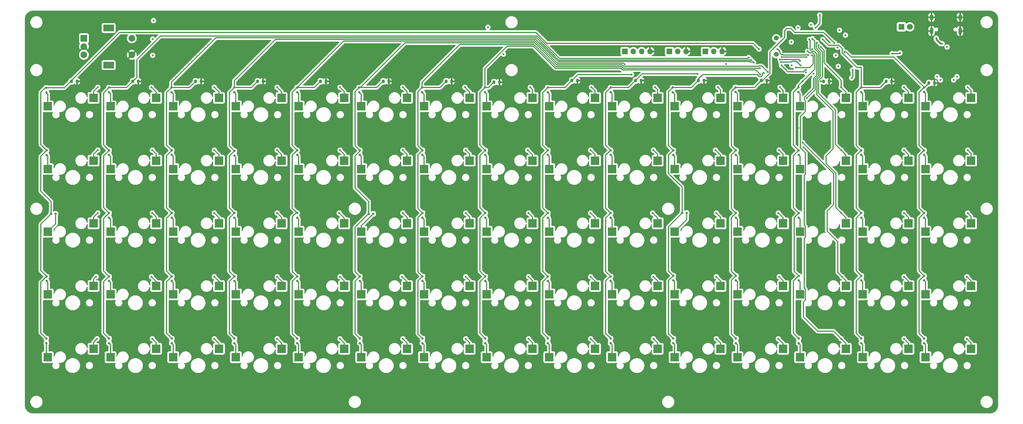
<source format=gbr>
%TF.GenerationSoftware,KiCad,Pcbnew,8.0.1*%
%TF.CreationDate,2024-06-12T21:18:41+02:00*%
%TF.ProjectId,Keyboard,4b657962-6f61-4726-942e-6b696361645f,rev?*%
%TF.SameCoordinates,Original*%
%TF.FileFunction,Copper,L4,Bot*%
%TF.FilePolarity,Positive*%
%FSLAX46Y46*%
G04 Gerber Fmt 4.6, Leading zero omitted, Abs format (unit mm)*
G04 Created by KiCad (PCBNEW 8.0.1) date 2024-06-12 21:18:41*
%MOMM*%
%LPD*%
G01*
G04 APERTURE LIST*
G04 Aperture macros list*
%AMRoundRect*
0 Rectangle with rounded corners*
0 $1 Rounding radius*
0 $2 $3 $4 $5 $6 $7 $8 $9 X,Y pos of 4 corners*
0 Add a 4 corners polygon primitive as box body*
4,1,4,$2,$3,$4,$5,$6,$7,$8,$9,$2,$3,0*
0 Add four circle primitives for the rounded corners*
1,1,$1+$1,$2,$3*
1,1,$1+$1,$4,$5*
1,1,$1+$1,$6,$7*
1,1,$1+$1,$8,$9*
0 Add four rect primitives between the rounded corners*
20,1,$1+$1,$2,$3,$4,$5,0*
20,1,$1+$1,$4,$5,$6,$7,0*
20,1,$1+$1,$6,$7,$8,$9,0*
20,1,$1+$1,$8,$9,$2,$3,0*%
G04 Aperture macros list end*
%TA.AperFunction,SMDPad,CuDef*%
%ADD10R,2.550000X2.500000*%
%TD*%
%TA.AperFunction,ComponentPad*%
%ADD11R,1.700000X1.700000*%
%TD*%
%TA.AperFunction,ComponentPad*%
%ADD12O,1.700000X1.700000*%
%TD*%
%TA.AperFunction,ComponentPad*%
%ADD13R,2.000000X2.000000*%
%TD*%
%TA.AperFunction,ComponentPad*%
%ADD14C,2.000000*%
%TD*%
%TA.AperFunction,ComponentPad*%
%ADD15R,3.200000X2.000000*%
%TD*%
%TA.AperFunction,ComponentPad*%
%ADD16R,1.800000X1.800000*%
%TD*%
%TA.AperFunction,ComponentPad*%
%ADD17C,1.800000*%
%TD*%
%TA.AperFunction,ComponentPad*%
%ADD18C,1.500000*%
%TD*%
%TA.AperFunction,ComponentPad*%
%ADD19O,1.000000X2.100000*%
%TD*%
%TA.AperFunction,ComponentPad*%
%ADD20O,1.000000X1.800000*%
%TD*%
%TA.AperFunction,SMDPad,CuDef*%
%ADD21RoundRect,0.150000X0.200000X-0.150000X0.200000X0.150000X-0.200000X0.150000X-0.200000X-0.150000X0*%
%TD*%
%TA.AperFunction,SMDPad,CuDef*%
%ADD22RoundRect,0.200000X-0.200000X-0.275000X0.200000X-0.275000X0.200000X0.275000X-0.200000X0.275000X0*%
%TD*%
%TA.AperFunction,SMDPad,CuDef*%
%ADD23RoundRect,0.150000X0.150000X0.200000X-0.150000X0.200000X-0.150000X-0.200000X0.150000X-0.200000X0*%
%TD*%
%TA.AperFunction,ViaPad*%
%ADD24C,0.600000*%
%TD*%
%TA.AperFunction,Conductor*%
%ADD25C,0.500000*%
%TD*%
%TA.AperFunction,Conductor*%
%ADD26C,0.300000*%
%TD*%
G04 APERTURE END LIST*
D10*
%TO.P,SW42,1,1*%
%TO.N,/row2*%
X300310000Y-141920000D03*
%TO.P,SW42,2,2*%
%TO.N,Net-(D42-A)*%
X286460000Y-144460000D03*
%TD*%
%TO.P,SW65,1,1*%
%TO.N,/row4*%
X167310000Y-179920000D03*
%TO.P,SW65,2,2*%
%TO.N,Net-(D65-A)*%
X153460000Y-182460000D03*
%TD*%
D11*
%TO.P,J3,1,Pin_1*%
%TO.N,+3V3*%
X276771000Y-89821000D03*
D12*
%TO.P,J3,2,Pin_2*%
%TO.N,Net-(J3-Pin_2)*%
X279311000Y-89821000D03*
%TO.P,J3,3,Pin_3*%
%TO.N,GND*%
X281851000Y-89821000D03*
%TD*%
D10*
%TO.P,SW67,1,1*%
%TO.N,/row4*%
X205310000Y-179920000D03*
%TO.P,SW67,2,2*%
%TO.N,Net-(D67-A)*%
X191460000Y-182460000D03*
%TD*%
D11*
%TO.P,J2,1,Pin_1*%
%TO.N,+3V3*%
X265849000Y-89821000D03*
D12*
%TO.P,J2,2,Pin_2*%
%TO.N,Net-(J2-Pin_2)*%
X268389000Y-89821000D03*
%TO.P,J2,3,Pin_3*%
%TO.N,GND*%
X270929000Y-89821000D03*
%TD*%
D10*
%TO.P,SW27,1,1*%
%TO.N,/row1*%
X300310000Y-122920000D03*
%TO.P,SW27,2,2*%
%TO.N,Net-(D27-A)*%
X286460000Y-125460000D03*
%TD*%
%TO.P,SW21,1,1*%
%TO.N,/row1*%
X186310000Y-122920000D03*
%TO.P,SW21,2,2*%
%TO.N,Net-(D21-A)*%
X172460000Y-125460000D03*
%TD*%
%TO.P,SW4,1,1*%
%TO.N,/row0*%
X148310000Y-103920000D03*
%TO.P,SW4,2,2*%
%TO.N,Net-(D4-A)*%
X134460000Y-106460000D03*
%TD*%
%TO.P,SW29,1,1*%
%TO.N,/row1*%
X338310000Y-122920000D03*
%TO.P,SW29,2,2*%
%TO.N,Net-(D29-A)*%
X324460000Y-125460000D03*
%TD*%
%TO.P,SW35,1,1*%
%TO.N,/row2*%
X167310000Y-141920000D03*
%TO.P,SW35,2,2*%
%TO.N,Net-(D35-A)*%
X153460000Y-144460000D03*
%TD*%
%TO.P,SW75,1,1*%
%TO.N,/row4*%
X357310000Y-179920000D03*
%TO.P,SW75,2,2*%
%TO.N,Net-(D75-A)*%
X343460000Y-182460000D03*
%TD*%
%TO.P,SW72,1,1*%
%TO.N,/row4*%
X300310000Y-179920000D03*
%TO.P,SW72,2,2*%
%TO.N,Net-(D72-A)*%
X286460000Y-182460000D03*
%TD*%
%TO.P,SW10,1,1*%
%TO.N,/row0*%
X262310000Y-103920000D03*
%TO.P,SW10,2,2*%
%TO.N,Net-(D10-A)*%
X248460000Y-106460000D03*
%TD*%
%TO.P,SW46,1,1*%
%TO.N,/row3*%
X91310000Y-160920000D03*
%TO.P,SW46,2,2*%
%TO.N,Net-(D46-A)*%
X77460000Y-163460000D03*
%TD*%
%TO.P,SW20,1,1*%
%TO.N,/row1*%
X167310000Y-122920000D03*
%TO.P,SW20,2,2*%
%TO.N,Net-(D20-A)*%
X153460000Y-125460000D03*
%TD*%
%TO.P,SW66,1,1*%
%TO.N,/row4*%
X186310000Y-179920000D03*
%TO.P,SW66,2,2*%
%TO.N,Net-(D66-A)*%
X172460000Y-182460000D03*
%TD*%
%TO.P,SW30,1,1*%
%TO.N,/row1*%
X357310000Y-122920000D03*
%TO.P,SW30,2,2*%
%TO.N,Net-(D30-A)*%
X343460000Y-125460000D03*
%TD*%
%TO.P,SW49,1,1*%
%TO.N,/row3*%
X148310000Y-160920000D03*
%TO.P,SW49,2,2*%
%TO.N,Net-(D49-A)*%
X134460000Y-163460000D03*
%TD*%
%TO.P,SW22,1,1*%
%TO.N,/row1*%
X205310000Y-122920000D03*
%TO.P,SW22,2,2*%
%TO.N,Net-(D22-A)*%
X191460000Y-125460000D03*
%TD*%
%TO.P,SW52,1,1*%
%TO.N,/row3*%
X205310000Y-160920000D03*
%TO.P,SW52,2,2*%
%TO.N,Net-(D52-A)*%
X191460000Y-163460000D03*
%TD*%
%TO.P,SW68,1,1*%
%TO.N,/row4*%
X224310000Y-179920000D03*
%TO.P,SW68,2,2*%
%TO.N,Net-(D68-A)*%
X210460000Y-182460000D03*
%TD*%
%TO.P,SW51,1,1*%
%TO.N,/row3*%
X186310000Y-160920000D03*
%TO.P,SW51,2,2*%
%TO.N,Net-(D51-A)*%
X172460000Y-163460000D03*
%TD*%
D13*
%TO.P,SW77,A,A*%
%TO.N,Net-(D79-A)*%
X88404000Y-85867000D03*
D14*
%TO.P,SW77,B,B*%
%TO.N,Net-(D78-A)*%
X88404000Y-90867000D03*
%TO.P,SW77,C,C*%
%TO.N,GND*%
X88404000Y-88367000D03*
D15*
%TO.P,SW77,MP*%
%TO.N,N/C*%
X95904000Y-82767000D03*
X95904000Y-93967000D03*
D14*
%TO.P,SW77,S1,S1*%
%TO.N,GND*%
X102904000Y-90867000D03*
%TO.P,SW77,S2,S2*%
%TO.N,Net-(D77-A)*%
X102904000Y-85867000D03*
%TD*%
D10*
%TO.P,SW1,1,1*%
%TO.N,/row0*%
X91310000Y-103920000D03*
%TO.P,SW1,2,2*%
%TO.N,Net-(D1-A)*%
X77460000Y-106460000D03*
%TD*%
%TO.P,SW57,1,1*%
%TO.N,/row3*%
X300310000Y-160920000D03*
%TO.P,SW57,2,2*%
%TO.N,Net-(D57-A)*%
X286460000Y-163460000D03*
%TD*%
%TO.P,SW32,1,1*%
%TO.N,/row2*%
X110310000Y-141920000D03*
%TO.P,SW32,2,2*%
%TO.N,Net-(D32-A)*%
X96460000Y-144460000D03*
%TD*%
%TO.P,SW18,1,1*%
%TO.N,/row1*%
X129310000Y-122920000D03*
%TO.P,SW18,2,2*%
%TO.N,Net-(D18-A)*%
X115460000Y-125460000D03*
%TD*%
%TO.P,SW16,1,1*%
%TO.N,/row1*%
X91310000Y-122920000D03*
%TO.P,SW16,2,2*%
%TO.N,Net-(D16-A)*%
X77460000Y-125460000D03*
%TD*%
%TO.P,SW56,1,1*%
%TO.N,/row3*%
X281310000Y-160920000D03*
%TO.P,SW56,2,2*%
%TO.N,Net-(D56-A)*%
X267460000Y-163460000D03*
%TD*%
%TO.P,SW24,1,1*%
%TO.N,/row1*%
X243310000Y-122920000D03*
%TO.P,SW24,2,2*%
%TO.N,Net-(D24-A)*%
X229460000Y-125460000D03*
%TD*%
%TO.P,SW17,1,1*%
%TO.N,/row1*%
X110310000Y-122920000D03*
%TO.P,SW17,2,2*%
%TO.N,Net-(D17-A)*%
X96460000Y-125460000D03*
%TD*%
%TO.P,SW74,1,1*%
%TO.N,/row4*%
X338310000Y-179920000D03*
%TO.P,SW74,2,2*%
%TO.N,Net-(D74-A)*%
X324460000Y-182460000D03*
%TD*%
%TO.P,SW71,1,1*%
%TO.N,/row4*%
X281310000Y-179920000D03*
%TO.P,SW71,2,2*%
%TO.N,Net-(D71-A)*%
X267460000Y-182460000D03*
%TD*%
%TO.P,SW40,1,1*%
%TO.N,/row2*%
X262310000Y-141920000D03*
%TO.P,SW40,2,2*%
%TO.N,Net-(D40-A)*%
X248460000Y-144460000D03*
%TD*%
%TO.P,SW63,1,1*%
%TO.N,/row4*%
X129310000Y-179920000D03*
%TO.P,SW63,2,2*%
%TO.N,Net-(D63-A)*%
X115460000Y-182460000D03*
%TD*%
%TO.P,SW3,1,1*%
%TO.N,/row0*%
X129310000Y-103920000D03*
%TO.P,SW3,2,2*%
%TO.N,Net-(D3-A)*%
X115460000Y-106460000D03*
%TD*%
%TO.P,SW12,1,1*%
%TO.N,/row0*%
X300310000Y-103920000D03*
%TO.P,SW12,2,2*%
%TO.N,Net-(D12-A)*%
X286460000Y-106460000D03*
%TD*%
%TO.P,SW15,1,1*%
%TO.N,/row0*%
X357310000Y-103920000D03*
%TO.P,SW15,2,2*%
%TO.N,Net-(D15-A)*%
X343460000Y-106460000D03*
%TD*%
%TO.P,SW43,1,1*%
%TO.N,/row2*%
X319310000Y-141920000D03*
%TO.P,SW43,2,2*%
%TO.N,Net-(D43-A)*%
X305460000Y-144460000D03*
%TD*%
D16*
%TO.P,D76,1,K*%
%TO.N,Net-(D76-K)*%
X336187000Y-82398000D03*
D17*
%TO.P,D76,2,A*%
%TO.N,+3V3*%
X338727000Y-82398000D03*
%TD*%
D10*
%TO.P,SW39,1,1*%
%TO.N,/row2*%
X243310000Y-141920000D03*
%TO.P,SW39,2,2*%
%TO.N,Net-(D39-A)*%
X229460000Y-144460000D03*
%TD*%
D18*
%TO.P,Y1,1,1*%
%TO.N,Net-(U1-PD1)*%
X298247500Y-90702000D03*
%TO.P,Y1,2,2*%
%TO.N,Net-(U1-PD0)*%
X298247500Y-85822000D03*
%TD*%
D10*
%TO.P,SW31,1,1*%
%TO.N,/row2*%
X91310000Y-141920000D03*
%TO.P,SW31,2,2*%
%TO.N,Net-(D31-A)*%
X77460000Y-144460000D03*
%TD*%
%TO.P,SW5,1,1*%
%TO.N,/row0*%
X167310000Y-103920000D03*
%TO.P,SW5,2,2*%
%TO.N,Net-(D5-A)*%
X153460000Y-106460000D03*
%TD*%
%TO.P,SW58,1,1*%
%TO.N,/row3*%
X319310000Y-160920000D03*
%TO.P,SW58,2,2*%
%TO.N,Net-(D58-A)*%
X305460000Y-163460000D03*
%TD*%
%TO.P,SW23,1,1*%
%TO.N,/row1*%
X224310000Y-122920000D03*
%TO.P,SW23,2,2*%
%TO.N,Net-(D23-A)*%
X210460000Y-125460000D03*
%TD*%
%TO.P,SW25,1,1*%
%TO.N,/row1*%
X262310000Y-122920000D03*
%TO.P,SW25,2,2*%
%TO.N,Net-(D25-A)*%
X248460000Y-125460000D03*
%TD*%
%TO.P,SW6,1,1*%
%TO.N,/row0*%
X186310000Y-103920000D03*
%TO.P,SW6,2,2*%
%TO.N,Net-(D6-A)*%
X172460000Y-106460000D03*
%TD*%
%TO.P,SW14,1,1*%
%TO.N,/row0*%
X338310000Y-103920000D03*
%TO.P,SW14,2,2*%
%TO.N,Net-(D14-A)*%
X324460000Y-106460000D03*
%TD*%
%TO.P,SW73,1,1*%
%TO.N,/row4*%
X319310000Y-179920000D03*
%TO.P,SW73,2,2*%
%TO.N,Net-(D73-A)*%
X305460000Y-182460000D03*
%TD*%
%TO.P,SW50,1,1*%
%TO.N,/row3*%
X167310000Y-160920000D03*
%TO.P,SW50,2,2*%
%TO.N,Net-(D50-A)*%
X153460000Y-163460000D03*
%TD*%
%TO.P,SW64,1,1*%
%TO.N,/row4*%
X148310000Y-179920000D03*
%TO.P,SW64,2,2*%
%TO.N,Net-(D64-A)*%
X134460000Y-182460000D03*
%TD*%
%TO.P,SW48,1,1*%
%TO.N,/row3*%
X129310000Y-160920000D03*
%TO.P,SW48,2,2*%
%TO.N,Net-(D48-A)*%
X115460000Y-163460000D03*
%TD*%
%TO.P,SW8,1,1*%
%TO.N,/row0*%
X224310000Y-103920000D03*
%TO.P,SW8,2,2*%
%TO.N,Net-(D8-A)*%
X210460000Y-106460000D03*
%TD*%
%TO.P,SW70,1,1*%
%TO.N,/row4*%
X262310000Y-179920000D03*
%TO.P,SW70,2,2*%
%TO.N,Net-(D70-A)*%
X248460000Y-182460000D03*
%TD*%
%TO.P,SW36,1,1*%
%TO.N,/row2*%
X186310000Y-141920000D03*
%TO.P,SW36,2,2*%
%TO.N,Net-(D36-A)*%
X172460000Y-144460000D03*
%TD*%
%TO.P,SW59,1,1*%
%TO.N,/row3*%
X338310000Y-160920000D03*
%TO.P,SW59,2,2*%
%TO.N,Net-(D59-A)*%
X324460000Y-163460000D03*
%TD*%
%TO.P,SW61,1,1*%
%TO.N,/row4*%
X91290000Y-179920000D03*
%TO.P,SW61,2,2*%
%TO.N,Net-(D61-A)*%
X77440000Y-182460000D03*
%TD*%
%TO.P,SW60,1,1*%
%TO.N,/row3*%
X357310000Y-160920000D03*
%TO.P,SW60,2,2*%
%TO.N,Net-(D60-A)*%
X343460000Y-163460000D03*
%TD*%
%TO.P,SW33,1,1*%
%TO.N,/row2*%
X129310000Y-141920000D03*
%TO.P,SW33,2,2*%
%TO.N,Net-(D33-A)*%
X115460000Y-144460000D03*
%TD*%
%TO.P,SW62,1,1*%
%TO.N,/row4*%
X110310000Y-179920000D03*
%TO.P,SW62,2,2*%
%TO.N,Net-(D62-A)*%
X96460000Y-182460000D03*
%TD*%
%TO.P,SW37,1,1*%
%TO.N,/row2*%
X205310000Y-141920000D03*
%TO.P,SW37,2,2*%
%TO.N,Net-(D37-A)*%
X191460000Y-144460000D03*
%TD*%
%TO.P,SW28,1,1*%
%TO.N,/row1*%
X319310000Y-122920000D03*
%TO.P,SW28,2,2*%
%TO.N,Net-(D28-A)*%
X305460000Y-125460000D03*
%TD*%
%TO.P,SW41,1,1*%
%TO.N,/row2*%
X281310000Y-141920000D03*
%TO.P,SW41,2,2*%
%TO.N,Net-(D41-A)*%
X267460000Y-144460000D03*
%TD*%
%TO.P,SW13,1,1*%
%TO.N,/row0*%
X319310000Y-103920000D03*
%TO.P,SW13,2,2*%
%TO.N,Net-(D13-A)*%
X305460000Y-106460000D03*
%TD*%
%TO.P,SW34,1,1*%
%TO.N,/row2*%
X148310000Y-141920000D03*
%TO.P,SW34,2,2*%
%TO.N,Net-(D34-A)*%
X134460000Y-144460000D03*
%TD*%
%TO.P,SW53,1,1*%
%TO.N,/row3*%
X224310000Y-160920000D03*
%TO.P,SW53,2,2*%
%TO.N,Net-(D53-A)*%
X210460000Y-163460000D03*
%TD*%
%TO.P,SW54,1,1*%
%TO.N,/row3*%
X243310000Y-160920000D03*
%TO.P,SW54,2,2*%
%TO.N,Net-(D54-A)*%
X229460000Y-163460000D03*
%TD*%
D19*
%TO.P,J1,S1,SHIELD*%
%TO.N,GND*%
X353930000Y-83680000D03*
D20*
X353930000Y-79500000D03*
D19*
X345290000Y-83680000D03*
D20*
X345290000Y-79500000D03*
%TD*%
D10*
%TO.P,SW45,1,1*%
%TO.N,/row2*%
X357310000Y-141920000D03*
%TO.P,SW45,2,2*%
%TO.N,Net-(D45-A)*%
X343460000Y-144460000D03*
%TD*%
%TO.P,SW2,1,1*%
%TO.N,/row0*%
X110310000Y-103920000D03*
%TO.P,SW2,2,2*%
%TO.N,Net-(D2-A)*%
X96460000Y-106460000D03*
%TD*%
%TO.P,SW19,1,1*%
%TO.N,/row1*%
X148310000Y-122920000D03*
%TO.P,SW19,2,2*%
%TO.N,Net-(D19-A)*%
X134460000Y-125460000D03*
%TD*%
D11*
%TO.P,J4,1,Pin_1*%
%TO.N,+3V3*%
X252382000Y-89821000D03*
D12*
%TO.P,J4,2,Pin_2*%
%TO.N,/SWDIO*%
X254922000Y-89821000D03*
%TO.P,J4,3,Pin_3*%
%TO.N,/SWDCLK*%
X257462000Y-89821000D03*
%TO.P,J4,4,Pin_4*%
%TO.N,GND*%
X260002000Y-89821000D03*
%TD*%
D10*
%TO.P,SW11,1,1*%
%TO.N,/row0*%
X281310000Y-103920000D03*
%TO.P,SW11,2,2*%
%TO.N,Net-(D11-A)*%
X267460000Y-106460000D03*
%TD*%
%TO.P,SW47,1,1*%
%TO.N,/row3*%
X110310000Y-160920000D03*
%TO.P,SW47,2,2*%
%TO.N,Net-(D47-A)*%
X96460000Y-163460000D03*
%TD*%
%TO.P,SW26,1,1*%
%TO.N,/row1*%
X281310000Y-122920000D03*
%TO.P,SW26,2,2*%
%TO.N,Net-(D26-A)*%
X267460000Y-125460000D03*
%TD*%
%TO.P,SW55,1,1*%
%TO.N,/row3*%
X262310000Y-160920000D03*
%TO.P,SW55,2,2*%
%TO.N,Net-(D55-A)*%
X248460000Y-163460000D03*
%TD*%
%TO.P,SW38,1,1*%
%TO.N,/row2*%
X224310000Y-141920000D03*
%TO.P,SW38,2,2*%
%TO.N,Net-(D38-A)*%
X210460000Y-144460000D03*
%TD*%
%TO.P,SW9,1,1*%
%TO.N,/row0*%
X243310000Y-103920000D03*
%TO.P,SW9,2,2*%
%TO.N,Net-(D9-A)*%
X229460000Y-106460000D03*
%TD*%
%TO.P,SW69,1,1*%
%TO.N,/row4*%
X243310000Y-179920000D03*
%TO.P,SW69,2,2*%
%TO.N,Net-(D69-A)*%
X229460000Y-182460000D03*
%TD*%
%TO.P,SW44,1,1*%
%TO.N,/row2*%
X338310000Y-141920000D03*
%TO.P,SW44,2,2*%
%TO.N,Net-(D44-A)*%
X324460000Y-144460000D03*
%TD*%
%TO.P,SW7,1,1*%
%TO.N,/row0*%
X205310000Y-103920000D03*
%TO.P,SW7,2,2*%
%TO.N,Net-(D7-A)*%
X191460000Y-106460000D03*
%TD*%
D21*
%TO.P,D11,1,K*%
%TO.N,/col10*%
X266822000Y-100796000D03*
%TO.P,D11,2,A*%
%TO.N,Net-(D11-A)*%
X266822000Y-102196000D03*
%TD*%
%TO.P,D65,1,K*%
%TO.N,/col4*%
X153020000Y-176800000D03*
%TO.P,D65,2,A*%
%TO.N,Net-(D65-A)*%
X153020000Y-178200000D03*
%TD*%
%TO.P,D15,1,K*%
%TO.N,/col14*%
X343022000Y-100734000D03*
%TO.P,D15,2,A*%
%TO.N,Net-(D15-A)*%
X343022000Y-102134000D03*
%TD*%
%TO.P,D54,1,K*%
%TO.N,/col8*%
X229020000Y-158000000D03*
%TO.P,D54,2,A*%
%TO.N,Net-(D54-A)*%
X229020000Y-159400000D03*
%TD*%
%TO.P,D69,1,K*%
%TO.N,/col8*%
X229020000Y-176800000D03*
%TO.P,D69,2,A*%
%TO.N,Net-(D69-A)*%
X229020000Y-178200000D03*
%TD*%
%TO.P,D71,1,K*%
%TO.N,/col10*%
X267020000Y-176800000D03*
%TO.P,D71,2,A*%
%TO.N,Net-(D71-A)*%
X267020000Y-178200000D03*
%TD*%
%TO.P,D73,1,K*%
%TO.N,/col12*%
X305020000Y-176800000D03*
%TO.P,D73,2,A*%
%TO.N,Net-(D73-A)*%
X305020000Y-178200000D03*
%TD*%
%TO.P,D49,1,K*%
%TO.N,/col3*%
X134020000Y-158000000D03*
%TO.P,D49,2,A*%
%TO.N,Net-(D49-A)*%
X134020000Y-159400000D03*
%TD*%
%TO.P,D53,1,K*%
%TO.N,/col7*%
X210020000Y-158000000D03*
%TO.P,D53,2,A*%
%TO.N,Net-(D53-A)*%
X210020000Y-159400000D03*
%TD*%
D22*
%TO.P,R10,1*%
%TO.N,/col4*%
X160107000Y-98908000D03*
%TO.P,R10,2*%
%TO.N,GND*%
X161757000Y-98908000D03*
%TD*%
%TO.P,R18,1*%
%TO.N,/col12*%
X312570000Y-98908000D03*
%TO.P,R18,2*%
%TO.N,GND*%
X314220000Y-98908000D03*
%TD*%
D21*
%TO.P,D30,1,K*%
%TO.N,/col14*%
X343020000Y-119800000D03*
%TO.P,D30,2,A*%
%TO.N,Net-(D30-A)*%
X343020000Y-121200000D03*
%TD*%
%TO.P,D38,1,K*%
%TO.N,/col7*%
X210020000Y-138800000D03*
%TO.P,D38,2,A*%
%TO.N,Net-(D38-A)*%
X210020000Y-140200000D03*
%TD*%
D23*
%TO.P,D36,1,K*%
%TO.N,/col5*%
X174710000Y-139040000D03*
%TO.P,D36,2,A*%
%TO.N,Net-(D36-A)*%
X176110000Y-139040000D03*
%TD*%
D21*
%TO.P,D12,1,K*%
%TO.N,/col11*%
X285872000Y-100734000D03*
%TO.P,D12,2,A*%
%TO.N,Net-(D12-A)*%
X285872000Y-102134000D03*
%TD*%
%TO.P,D32,1,K*%
%TO.N,/col1*%
X96020000Y-138800000D03*
%TO.P,D32,2,A*%
%TO.N,Net-(D32-A)*%
X96020000Y-140200000D03*
%TD*%
D22*
%TO.P,R11,1*%
%TO.N,/col5*%
X179157000Y-98908000D03*
%TO.P,R11,2*%
%TO.N,GND*%
X180807000Y-98908000D03*
%TD*%
%TO.P,R16,1*%
%TO.N,/col10*%
X274661000Y-98654000D03*
%TO.P,R16,2*%
%TO.N,GND*%
X276311000Y-98654000D03*
%TD*%
D21*
%TO.P,D13,1,K*%
%TO.N,/col12*%
X304922000Y-100734000D03*
%TO.P,D13,2,A*%
%TO.N,Net-(D13-A)*%
X304922000Y-102134000D03*
%TD*%
%TO.P,D9,1,K*%
%TO.N,/col8*%
X228976000Y-100796000D03*
%TO.P,D9,2,A*%
%TO.N,Net-(D9-A)*%
X228976000Y-102196000D03*
%TD*%
%TO.P,D34,1,K*%
%TO.N,/col3*%
X134020000Y-138800000D03*
%TO.P,D34,2,A*%
%TO.N,Net-(D34-A)*%
X134020000Y-140200000D03*
%TD*%
%TO.P,D42,1,K*%
%TO.N,/col11*%
X286020000Y-138800000D03*
%TO.P,D42,2,A*%
%TO.N,Net-(D42-A)*%
X286020000Y-140200000D03*
%TD*%
%TO.P,D20,1,K*%
%TO.N,/col4*%
X153020000Y-119800000D03*
%TO.P,D20,2,A*%
%TO.N,Net-(D20-A)*%
X153020000Y-121200000D03*
%TD*%
%TO.P,D50,1,K*%
%TO.N,/col4*%
X153020000Y-158000000D03*
%TO.P,D50,2,A*%
%TO.N,Net-(D50-A)*%
X153020000Y-159400000D03*
%TD*%
%TO.P,D14,1,K*%
%TO.N,/col13*%
X323972000Y-100734000D03*
%TO.P,D14,2,A*%
%TO.N,Net-(D14-A)*%
X323972000Y-102134000D03*
%TD*%
D22*
%TO.P,R6,1*%
%TO.N,/col0*%
X84669000Y-98908000D03*
%TO.P,R6,2*%
%TO.N,GND*%
X86319000Y-98908000D03*
%TD*%
D21*
%TO.P,D23,1,K*%
%TO.N,/col7*%
X210020000Y-119800000D03*
%TO.P,D23,2,A*%
%TO.N,Net-(D23-A)*%
X210020000Y-121200000D03*
%TD*%
%TO.P,D68,1,K*%
%TO.N,/col7*%
X210020000Y-176800000D03*
%TO.P,D68,2,A*%
%TO.N,Net-(D68-A)*%
X210020000Y-178200000D03*
%TD*%
%TO.P,D43,1,K*%
%TO.N,/col12*%
X305070000Y-138800000D03*
%TO.P,D43,2,A*%
%TO.N,Net-(D43-A)*%
X305070000Y-140200000D03*
%TD*%
%TO.P,D10,1,K*%
%TO.N,/col9*%
X248026000Y-100796000D03*
%TO.P,D10,2,A*%
%TO.N,Net-(D10-A)*%
X248026000Y-102196000D03*
%TD*%
%TO.P,D24,1,K*%
%TO.N,/col8*%
X229020000Y-119800000D03*
%TO.P,D24,2,A*%
%TO.N,Net-(D24-A)*%
X229020000Y-121200000D03*
%TD*%
%TO.P,D51,1,K*%
%TO.N,/col5*%
X172020000Y-158000000D03*
%TO.P,D51,2,A*%
%TO.N,Net-(D51-A)*%
X172020000Y-159400000D03*
%TD*%
%TO.P,D29,1,K*%
%TO.N,/col13*%
X324020000Y-119800000D03*
%TO.P,D29,2,A*%
%TO.N,Net-(D29-A)*%
X324020000Y-121200000D03*
%TD*%
%TO.P,D27,1,K*%
%TO.N,/col11*%
X286020000Y-119800000D03*
%TO.P,D27,2,A*%
%TO.N,Net-(D27-A)*%
X286020000Y-121200000D03*
%TD*%
%TO.P,D21,1,K*%
%TO.N,/col5*%
X172020000Y-119800000D03*
%TO.P,D21,2,A*%
%TO.N,Net-(D21-A)*%
X172020000Y-121200000D03*
%TD*%
%TO.P,D58,1,K*%
%TO.N,/col12*%
X305020000Y-157800000D03*
%TO.P,D58,2,A*%
%TO.N,Net-(D58-A)*%
X305020000Y-159200000D03*
%TD*%
%TO.P,D33,1,K*%
%TO.N,/col2*%
X115020000Y-138800000D03*
%TO.P,D33,2,A*%
%TO.N,Net-(D33-A)*%
X115020000Y-140200000D03*
%TD*%
%TO.P,D17,1,K*%
%TO.N,/col1*%
X96020000Y-119800000D03*
%TO.P,D17,2,A*%
%TO.N,Net-(D17-A)*%
X96020000Y-121200000D03*
%TD*%
%TO.P,D55,1,K*%
%TO.N,/col9*%
X248020000Y-158000000D03*
%TO.P,D55,2,A*%
%TO.N,Net-(D55-A)*%
X248020000Y-159400000D03*
%TD*%
%TO.P,D52,1,K*%
%TO.N,/col6*%
X191020000Y-158000000D03*
%TO.P,D52,2,A*%
%TO.N,Net-(D52-A)*%
X191020000Y-159400000D03*
%TD*%
%TO.P,D7,1,K*%
%TO.N,/col6*%
X190876000Y-100796000D03*
%TO.P,D7,2,A*%
%TO.N,Net-(D7-A)*%
X190876000Y-102196000D03*
%TD*%
D22*
%TO.P,R14,1*%
%TO.N,/col8*%
X236307000Y-98654000D03*
%TO.P,R14,2*%
%TO.N,GND*%
X237957000Y-98654000D03*
%TD*%
D21*
%TO.P,D5,1,K*%
%TO.N,/col4*%
X153030000Y-100796000D03*
%TO.P,D5,2,A*%
%TO.N,Net-(D5-A)*%
X153030000Y-102196000D03*
%TD*%
%TO.P,D46,1,K*%
%TO.N,/col0*%
X77070000Y-158000000D03*
%TO.P,D46,2,A*%
%TO.N,Net-(D46-A)*%
X77070000Y-159400000D03*
%TD*%
D22*
%TO.P,R15,1*%
%TO.N,/col9*%
X255611000Y-98654000D03*
%TO.P,R15,2*%
%TO.N,GND*%
X257261000Y-98654000D03*
%TD*%
D21*
%TO.P,D22,1,K*%
%TO.N,/col6*%
X191020000Y-119800000D03*
%TO.P,D22,2,A*%
%TO.N,Net-(D22-A)*%
X191020000Y-121200000D03*
%TD*%
%TO.P,D63,1,K*%
%TO.N,/col2*%
X115020000Y-176800000D03*
%TO.P,D63,2,A*%
%TO.N,Net-(D63-A)*%
X115020000Y-178200000D03*
%TD*%
%TO.P,D35,1,K*%
%TO.N,/col4*%
X153020000Y-138800000D03*
%TO.P,D35,2,A*%
%TO.N,Net-(D35-A)*%
X153020000Y-140200000D03*
%TD*%
%TO.P,D47,1,K*%
%TO.N,/col1*%
X96020000Y-158000000D03*
%TO.P,D47,2,A*%
%TO.N,Net-(D47-A)*%
X96020000Y-159400000D03*
%TD*%
D22*
%TO.P,R13,1*%
%TO.N,/col7*%
X212685000Y-99162000D03*
%TO.P,R13,2*%
%TO.N,GND*%
X214335000Y-99162000D03*
%TD*%
%TO.P,R20,1*%
%TO.N,/col14*%
X344511000Y-99416000D03*
%TO.P,R20,2*%
%TO.N,GND*%
X346161000Y-99416000D03*
%TD*%
D21*
%TO.P,D18,1,K*%
%TO.N,/col2*%
X115020000Y-119800000D03*
%TO.P,D18,2,A*%
%TO.N,Net-(D18-A)*%
X115020000Y-121200000D03*
%TD*%
%TO.P,D28,1,K*%
%TO.N,/col12*%
X305020000Y-119800000D03*
%TO.P,D28,2,A*%
%TO.N,Net-(D28-A)*%
X305020000Y-121200000D03*
%TD*%
%TO.P,D19,1,K*%
%TO.N,/col3*%
X134020000Y-120000000D03*
%TO.P,D19,2,A*%
%TO.N,Net-(D19-A)*%
X134020000Y-121400000D03*
%TD*%
%TO.P,D67,1,K*%
%TO.N,/col6*%
X191020000Y-176800000D03*
%TO.P,D67,2,A*%
%TO.N,Net-(D67-A)*%
X191020000Y-178200000D03*
%TD*%
%TO.P,D62,1,K*%
%TO.N,/col1*%
X96020000Y-176800000D03*
%TO.P,D62,2,A*%
%TO.N,Net-(D62-A)*%
X96020000Y-178200000D03*
%TD*%
%TO.P,D60,1,K*%
%TO.N,/col14*%
X343020000Y-157800000D03*
%TO.P,D60,2,A*%
%TO.N,Net-(D60-A)*%
X343020000Y-159200000D03*
%TD*%
%TO.P,D57,1,K*%
%TO.N,/col11*%
X286020000Y-157800000D03*
%TO.P,D57,2,A*%
%TO.N,Net-(D57-A)*%
X286020000Y-159200000D03*
%TD*%
%TO.P,D64,1,K*%
%TO.N,/col3*%
X134020000Y-176800000D03*
%TO.P,D64,2,A*%
%TO.N,Net-(D64-A)*%
X134020000Y-178200000D03*
%TD*%
%TO.P,D48,1,K*%
%TO.N,/col2*%
X115020000Y-158000000D03*
%TO.P,D48,2,A*%
%TO.N,Net-(D48-A)*%
X115020000Y-159400000D03*
%TD*%
%TO.P,D39,1,K*%
%TO.N,/col8*%
X229020000Y-138800000D03*
%TO.P,D39,2,A*%
%TO.N,Net-(D39-A)*%
X229020000Y-140200000D03*
%TD*%
%TO.P,D1,1,K*%
%TO.N,/col0*%
X77020000Y-100858000D03*
%TO.P,D1,2,A*%
%TO.N,Net-(D1-A)*%
X77020000Y-102258000D03*
%TD*%
D22*
%TO.P,R9,1*%
%TO.N,/col3*%
X141057000Y-98908000D03*
%TO.P,R9,2*%
%TO.N,GND*%
X142707000Y-98908000D03*
%TD*%
D21*
%TO.P,D75,1,K*%
%TO.N,/col14*%
X343020000Y-176800000D03*
%TO.P,D75,2,A*%
%TO.N,Net-(D75-A)*%
X343020000Y-178200000D03*
%TD*%
%TO.P,D4,1,K*%
%TO.N,/col3*%
X133980000Y-100796000D03*
%TO.P,D4,2,A*%
%TO.N,Net-(D4-A)*%
X133980000Y-102196000D03*
%TD*%
%TO.P,D16,1,K*%
%TO.N,/col0*%
X77084000Y-119846000D03*
%TO.P,D16,2,A*%
%TO.N,Net-(D16-A)*%
X77084000Y-121246000D03*
%TD*%
D22*
%TO.P,R19,1*%
%TO.N,/col13*%
X331557000Y-98908000D03*
%TO.P,R19,2*%
%TO.N,GND*%
X333207000Y-98908000D03*
%TD*%
%TO.P,R8,1*%
%TO.N,/col2*%
X122261000Y-98908000D03*
%TO.P,R8,2*%
%TO.N,GND*%
X123911000Y-98908000D03*
%TD*%
D21*
%TO.P,D61,1,K*%
%TO.N,/col0*%
X77020000Y-176800000D03*
%TO.P,D61,2,A*%
%TO.N,Net-(D61-A)*%
X77020000Y-178200000D03*
%TD*%
%TO.P,D8,1,K*%
%TO.N,/col7*%
X209926000Y-100796000D03*
%TO.P,D8,2,A*%
%TO.N,Net-(D8-A)*%
X209926000Y-102196000D03*
%TD*%
%TO.P,D3,1,K*%
%TO.N,/col2*%
X114930000Y-100796000D03*
%TO.P,D3,2,A*%
%TO.N,Net-(D3-A)*%
X114930000Y-102196000D03*
%TD*%
%TO.P,D6,1,K*%
%TO.N,/col5*%
X171826000Y-100796000D03*
%TO.P,D6,2,A*%
%TO.N,Net-(D6-A)*%
X171826000Y-102196000D03*
%TD*%
D23*
%TO.P,D41,1,K*%
%TO.N,/col10*%
X269706000Y-138786000D03*
%TO.P,D41,2,A*%
%TO.N,Net-(D41-A)*%
X271106000Y-138786000D03*
%TD*%
D21*
%TO.P,D37,1,K*%
%TO.N,/col6*%
X191020000Y-138800000D03*
%TO.P,D37,2,A*%
%TO.N,Net-(D37-A)*%
X191020000Y-140200000D03*
%TD*%
D23*
%TO.P,D31,1,K*%
%TO.N,/col0*%
X78444000Y-139040000D03*
%TO.P,D31,2,A*%
%TO.N,Net-(D31-A)*%
X79844000Y-139040000D03*
%TD*%
D21*
%TO.P,D72,1,K*%
%TO.N,/col11*%
X286020000Y-176800000D03*
%TO.P,D72,2,A*%
%TO.N,Net-(D72-A)*%
X286020000Y-178200000D03*
%TD*%
D22*
%TO.P,R7,1*%
%TO.N,/col1*%
X103211000Y-98908000D03*
%TO.P,R7,2*%
%TO.N,GND*%
X104861000Y-98908000D03*
%TD*%
%TO.P,R12,1*%
%TO.N,/col6*%
X198207000Y-98908000D03*
%TO.P,R12,2*%
%TO.N,GND*%
X199857000Y-98908000D03*
%TD*%
D21*
%TO.P,D70,1,K*%
%TO.N,/col9*%
X248020000Y-176800000D03*
%TO.P,D70,2,A*%
%TO.N,Net-(D70-A)*%
X248020000Y-178200000D03*
%TD*%
%TO.P,D59,1,K*%
%TO.N,/col13*%
X324020000Y-157800000D03*
%TO.P,D59,2,A*%
%TO.N,Net-(D59-A)*%
X324020000Y-159200000D03*
%TD*%
%TO.P,D2,1,K*%
%TO.N,/col1*%
X96020000Y-100796000D03*
%TO.P,D2,2,A*%
%TO.N,Net-(D2-A)*%
X96020000Y-102196000D03*
%TD*%
%TO.P,D56,1,K*%
%TO.N,/col10*%
X267020000Y-157800000D03*
%TO.P,D56,2,A*%
%TO.N,Net-(D56-A)*%
X267020000Y-159200000D03*
%TD*%
%TO.P,D44,1,K*%
%TO.N,/col13*%
X324020000Y-138800000D03*
%TO.P,D44,2,A*%
%TO.N,Net-(D44-A)*%
X324020000Y-140200000D03*
%TD*%
%TO.P,D25,1,K*%
%TO.N,/col9*%
X248020000Y-119800000D03*
%TO.P,D25,2,A*%
%TO.N,Net-(D25-A)*%
X248020000Y-121200000D03*
%TD*%
D22*
%TO.P,R17,1*%
%TO.N,/col11*%
X293711000Y-98654000D03*
%TO.P,R17,2*%
%TO.N,GND*%
X295361000Y-98654000D03*
%TD*%
D21*
%TO.P,D66,1,K*%
%TO.N,/col5*%
X172020000Y-176800000D03*
%TO.P,D66,2,A*%
%TO.N,Net-(D66-A)*%
X172020000Y-178200000D03*
%TD*%
%TO.P,D26,1,K*%
%TO.N,/col10*%
X267020000Y-119800000D03*
%TO.P,D26,2,A*%
%TO.N,Net-(D26-A)*%
X267020000Y-121200000D03*
%TD*%
%TO.P,D40,1,K*%
%TO.N,/col9*%
X248020000Y-138800000D03*
%TO.P,D40,2,A*%
%TO.N,Net-(D40-A)*%
X248020000Y-140200000D03*
%TD*%
%TO.P,D74,1,K*%
%TO.N,/col13*%
X324020000Y-176800000D03*
%TO.P,D74,2,A*%
%TO.N,Net-(D74-A)*%
X324020000Y-178200000D03*
%TD*%
%TO.P,D45,1,K*%
%TO.N,/col14*%
X343020000Y-138800000D03*
%TO.P,D45,2,A*%
%TO.N,Net-(D45-A)*%
X343020000Y-140200000D03*
%TD*%
D24*
%TO.N,GND*%
X221975000Y-163951750D03*
X85975000Y-131951750D03*
X341975000Y-179951750D03*
X305077000Y-169012000D03*
X159535000Y-90526000D03*
X269975000Y-171951750D03*
X149975000Y-115951750D03*
X269975000Y-115951750D03*
X301975000Y-187951750D03*
X293975000Y-171951750D03*
X77975000Y-131951750D03*
X181975000Y-131951750D03*
X77975000Y-115951750D03*
X285975000Y-115951750D03*
X213975000Y-155951750D03*
X305077000Y-150851000D03*
X93975000Y-195951750D03*
X77975000Y-147951750D03*
X325975000Y-131951750D03*
X293975000Y-179951750D03*
X341975000Y-187951750D03*
X304823000Y-113005000D03*
X213975000Y-115951750D03*
X149975000Y-107951750D03*
X77975000Y-179951750D03*
X157975000Y-155951750D03*
X205975000Y-107951750D03*
X349975000Y-115951750D03*
X301975000Y-163951750D03*
X357975000Y-155951750D03*
X301975000Y-115951750D03*
X125975000Y-147951750D03*
X101975000Y-139951750D03*
X109975000Y-171951750D03*
X133975000Y-171951750D03*
X285975000Y-147951750D03*
X149975000Y-147951750D03*
X117975000Y-179951750D03*
X133975000Y-147951750D03*
X176172000Y-90526000D03*
X309975000Y-179951750D03*
X315364000Y-99543000D03*
X293975000Y-187951750D03*
X197975000Y-115951750D03*
X237975000Y-171951750D03*
X101975000Y-131951750D03*
X205975000Y-131951750D03*
X141975000Y-155951750D03*
X349975000Y-171951750D03*
X93975000Y-91951750D03*
X205975000Y-155951750D03*
X285975000Y-131951750D03*
X349975000Y-139951750D03*
X309975000Y-187951750D03*
X213975000Y-179951750D03*
X317975000Y-187951750D03*
X309975000Y-139951750D03*
X165975000Y-131951750D03*
X277975000Y-155951750D03*
X253975000Y-187951750D03*
X125975000Y-171951750D03*
X101975000Y-195951750D03*
X205975000Y-163951750D03*
X165975000Y-155951750D03*
X325975000Y-179951750D03*
X309975000Y-131951750D03*
X285975000Y-195951750D03*
X157975000Y-179951750D03*
X261975000Y-131951750D03*
X309975000Y-115951750D03*
X133975000Y-187951750D03*
X349975000Y-187951750D03*
X325975000Y-115951750D03*
X341975000Y-91951750D03*
X357975000Y-99951750D03*
X221975000Y-115951750D03*
X173975000Y-179951750D03*
X245975000Y-83951750D03*
X277975000Y-195951750D03*
X77975000Y-187951750D03*
X293975000Y-83951750D03*
X229975000Y-195951750D03*
X333975000Y-187951750D03*
X333975000Y-195951750D03*
X125975000Y-107951750D03*
X229975000Y-171951750D03*
X173975000Y-115951750D03*
X237975000Y-115951750D03*
X77975000Y-195951750D03*
X157975000Y-195951750D03*
X341975000Y-83951750D03*
X205975000Y-195951750D03*
X325975000Y-195951750D03*
X213975000Y-195951750D03*
X157975000Y-147951750D03*
X101975000Y-115951750D03*
X165975000Y-91951750D03*
X165975000Y-115951750D03*
X269975000Y-187951750D03*
X261975000Y-155951750D03*
X357975000Y-187951750D03*
X317523000Y-85446000D03*
X173975000Y-131951750D03*
X125975000Y-131951750D03*
X117975000Y-155951750D03*
X189975000Y-179951750D03*
X315745000Y-85700000D03*
X253975000Y-155951750D03*
X333975000Y-115951750D03*
X325975000Y-139951750D03*
X354330000Y-90424000D03*
X117975000Y-187951750D03*
X293975000Y-139951750D03*
X146327000Y-91542000D03*
X117975000Y-91951750D03*
X165975000Y-163951750D03*
X165975000Y-171951750D03*
X277975000Y-83951750D03*
X149975000Y-163951750D03*
X229975000Y-147951750D03*
X85975000Y-115951750D03*
X317975000Y-91951750D03*
X237975000Y-187951750D03*
X261975000Y-163951750D03*
X269975000Y-179951750D03*
X165975000Y-195951750D03*
X133975000Y-115951750D03*
X349975000Y-131951750D03*
X357975000Y-195951750D03*
X205975000Y-115951750D03*
X149975000Y-187951750D03*
X85975000Y-195951750D03*
X301975000Y-83951750D03*
X125975000Y-115951750D03*
X141975000Y-123951750D03*
X85975000Y-83951750D03*
X93975000Y-187951750D03*
X318666000Y-94209000D03*
X357975000Y-147951750D03*
X269975000Y-155951750D03*
X293975000Y-115951750D03*
X109975000Y-195951750D03*
X197975000Y-179951750D03*
X149975000Y-195951750D03*
X309975000Y-155951750D03*
X109975000Y-155951750D03*
X133975000Y-195951750D03*
X157975000Y-115951750D03*
X221975000Y-195951750D03*
X197975000Y-187951750D03*
X85975000Y-187951750D03*
X125975000Y-91951750D03*
X101975000Y-179951750D03*
X189975000Y-187951750D03*
X221975000Y-155951750D03*
X357975000Y-83951750D03*
X307363000Y-101448000D03*
X300251000Y-89891000D03*
X293975000Y-131951750D03*
X101975000Y-155951750D03*
X205975000Y-147951750D03*
X173975000Y-171951750D03*
X349975000Y-195951750D03*
X285975000Y-187951750D03*
X77975000Y-171951750D03*
X301975000Y-155951750D03*
X117975000Y-171951750D03*
X277975000Y-187951750D03*
X333975000Y-131951750D03*
X197975000Y-171951750D03*
X141975000Y-187951750D03*
X181975000Y-195951750D03*
X213975000Y-139951750D03*
X109975000Y-115951750D03*
X301975000Y-107951750D03*
X157975000Y-139951750D03*
X261975000Y-187951750D03*
X253975000Y-195951750D03*
X109975000Y-187951750D03*
X301975000Y-147951750D03*
X333975000Y-83951750D03*
X141975000Y-179951750D03*
X357975000Y-171951750D03*
X229975000Y-187951750D03*
X173975000Y-195951750D03*
X181975000Y-171951750D03*
X349975000Y-155951750D03*
X229975000Y-115951750D03*
X157975000Y-171951750D03*
X157975000Y-187951750D03*
X317975000Y-155951750D03*
X301975000Y-171951750D03*
X141975000Y-139951750D03*
X317975000Y-163951750D03*
X229975000Y-131951750D03*
X149975000Y-155951750D03*
X85975000Y-171951750D03*
X333975000Y-171951750D03*
X213975000Y-171951750D03*
X269975000Y-83951750D03*
X77975000Y-91951750D03*
X181975000Y-155951750D03*
X125975000Y-195951750D03*
X149975000Y-131951750D03*
X157975000Y-131951750D03*
X101975000Y-187951750D03*
X317975000Y-131951750D03*
X301975000Y-195951750D03*
X317975000Y-171951750D03*
X245975000Y-195951750D03*
X357975000Y-163951750D03*
X205975000Y-171951750D03*
X301975000Y-131951750D03*
X253975000Y-171951750D03*
X181975000Y-187951750D03*
X325975000Y-187951750D03*
X277975000Y-163951750D03*
X293975000Y-123951750D03*
X349975000Y-179951750D03*
X313205000Y-82144000D03*
X253975000Y-131951750D03*
X125975000Y-163951750D03*
X197975000Y-155951750D03*
X309975000Y-195951750D03*
X357975000Y-107951750D03*
X277975000Y-147951750D03*
X317975000Y-115951750D03*
X173975000Y-155951750D03*
X189975000Y-195951750D03*
X352298000Y-92456000D03*
X205975000Y-187951750D03*
X304950000Y-130531000D03*
X277975000Y-171951750D03*
X132865000Y-91796000D03*
X109975000Y-131951750D03*
X325975000Y-171951750D03*
X85975000Y-155951750D03*
X305204000Y-84938000D03*
X117975000Y-139951750D03*
X253975000Y-115951750D03*
X77975000Y-83951750D03*
X77975000Y-155951750D03*
X197975000Y-139951750D03*
X285975000Y-83951750D03*
X149975000Y-171951750D03*
X277975000Y-115951750D03*
X165975000Y-187951750D03*
X229975000Y-155951750D03*
X125975000Y-187951750D03*
X307617000Y-86843000D03*
X109975000Y-163951750D03*
X309975000Y-147951750D03*
X349975000Y-123951750D03*
X221975000Y-91951750D03*
X213975000Y-131951750D03*
X187475000Y-89510000D03*
X237975000Y-195951750D03*
X141975000Y-131951750D03*
X197975000Y-195951750D03*
X221975000Y-131951750D03*
X125975000Y-155951750D03*
X261975000Y-171951750D03*
X269975000Y-195951750D03*
X253975000Y-179951750D03*
X245975000Y-187951750D03*
X197975000Y-131951750D03*
X253975000Y-139951750D03*
X277975000Y-131951750D03*
X133975000Y-155951750D03*
X237975000Y-131951750D03*
X173975000Y-187951750D03*
X341975000Y-195951750D03*
X197975000Y-123951750D03*
X117975000Y-131951750D03*
X277975000Y-107951750D03*
X301521000Y-94202000D03*
X141975000Y-171951750D03*
X357975000Y-131951750D03*
X325975000Y-155951750D03*
X357975000Y-115951750D03*
X357975000Y-91951750D03*
X285975000Y-171951750D03*
X117975000Y-115951750D03*
X312697000Y-101575000D03*
X117975000Y-195951750D03*
X245975000Y-179951750D03*
X293975000Y-195951750D03*
X315491000Y-81001000D03*
X317975000Y-195951750D03*
X237975000Y-155951750D03*
X141975000Y-195951750D03*
X93975000Y-179951750D03*
X109975000Y-91951750D03*
X133975000Y-131951750D03*
X101975000Y-171951750D03*
X205975000Y-91951750D03*
X221975000Y-187951750D03*
X181975000Y-115951750D03*
X333975000Y-155951750D03*
X261975000Y-195951750D03*
X293975000Y-155951750D03*
X352298000Y-88392000D03*
X141975000Y-115951750D03*
X253975000Y-83951750D03*
X307818939Y-88875270D03*
X261975000Y-115951750D03*
X213975000Y-187951750D03*
X221975000Y-171951750D03*
%TO.N,+5V*%
X346733000Y-85827000D03*
X348500000Y-87500000D03*
%TO.N,+3V3*%
X109243000Y-91034000D03*
X302918000Y-94082000D03*
X352000000Y-98500000D03*
X317043500Y-94348000D03*
X304851500Y-82664000D03*
X317396000Y-83414000D03*
X353000000Y-97500000D03*
X109243000Y-86081000D03*
X350000000Y-88500000D03*
X347000000Y-97500000D03*
X302819500Y-86982000D03*
X348000000Y-98500000D03*
X109497000Y-80493000D03*
%TO.N,/col0*%
X307871000Y-90907000D03*
X298600000Y-89129000D03*
X293012000Y-89129000D03*
%TO.N,/col1*%
X307363000Y-91542000D03*
X289837000Y-91669000D03*
X299870000Y-91542000D03*
%TO.N,/col2*%
X305458000Y-92685000D03*
X299372133Y-92317024D03*
X290599000Y-92431000D03*
%TO.N,/col3*%
X291361000Y-93193000D03*
X299619816Y-93077719D03*
X305585000Y-94082000D03*
%TO.N,/col4*%
X252245000Y-93701000D03*
%TO.N,/col5*%
X295680438Y-96086254D03*
%TO.N,/col6*%
X307221000Y-95425997D03*
X299835000Y-94117000D03*
X293255947Y-94909000D03*
%TO.N,/col7*%
X293351743Y-96809000D03*
%TO.N,/col8*%
X304179240Y-94652000D03*
X309125880Y-91049120D03*
X254404000Y-96876000D03*
%TO.N,/col9*%
X274343000Y-96622000D03*
X321333000Y-95479000D03*
X321079000Y-97892000D03*
%TO.N,/col10*%
X294446117Y-96405837D03*
X316761000Y-88621000D03*
X307221000Y-96226000D03*
%TO.N,/col11*%
X315872000Y-87320760D03*
%TO.N,/col12*%
X307744000Y-89725003D03*
X306190000Y-98908000D03*
X311681500Y-98908000D03*
%TO.N,/col13*%
X312331500Y-86208000D03*
%TO.N,/col14*%
X318920000Y-90018000D03*
%TO.N,Net-(U1-PB11)*%
X333372321Y-90500321D03*
X335731120Y-90319120D03*
%TO.N,/Boot1*%
X309522000Y-96622000D03*
X282979000Y-93694000D03*
%TO.N,/row0*%
X92606000Y-100686000D03*
X203858000Y-100686000D03*
X108862000Y-100686000D03*
X223670000Y-100686000D03*
X280566000Y-100686000D03*
X261516000Y-100686000D03*
X317904000Y-100686000D03*
X166012000Y-100686000D03*
X356258000Y-100686000D03*
X311681500Y-88494000D03*
X242212000Y-100686000D03*
X299362000Y-100686000D03*
X185062000Y-100686000D03*
X146962000Y-100686000D03*
X336954000Y-100686000D03*
X127912000Y-100686000D03*
%TO.N,/row1*%
X261008000Y-119736000D03*
X92606000Y-119736000D03*
X166012000Y-119736000D03*
X356258000Y-119736000D03*
X109116000Y-119736000D03*
X146962000Y-119736000D03*
X279804000Y-119736000D03*
X317904000Y-119736000D03*
X241958000Y-119736000D03*
X222908000Y-119736000D03*
X299108000Y-119736000D03*
X336954000Y-119736000D03*
X127912000Y-119736000D03*
X204112000Y-119736000D03*
X311031500Y-87986000D03*
X185062000Y-119736000D03*
%TO.N,/row2*%
X204112000Y-138786000D03*
X260754000Y-138786000D03*
X317904000Y-138786000D03*
X223162000Y-138786000D03*
X146962000Y-138786000D03*
X92606000Y-138786000D03*
X241958000Y-138786000D03*
X109116000Y-138786000D03*
X298854000Y-138786000D03*
X127912000Y-138786000D03*
X336954000Y-138786000D03*
X280058000Y-138786000D03*
X185062000Y-138786000D03*
X165758000Y-138786000D03*
X310531500Y-87185998D03*
X356258000Y-138786000D03*
%TO.N,/row3*%
X356004000Y-158090000D03*
X204112000Y-158090000D03*
X261008000Y-158090000D03*
X92098000Y-158090000D03*
X127912000Y-158090000D03*
X108862000Y-158090000D03*
X146962000Y-158090000D03*
X280058000Y-158090000D03*
X223162000Y-158090000D03*
X309219620Y-86002380D03*
X184808000Y-158090000D03*
X307490000Y-103988000D03*
X299108000Y-158090000D03*
X241958000Y-158090000D03*
X336954000Y-158090000D03*
X306220000Y-117450000D03*
X166012000Y-158090000D03*
X318158000Y-158090000D03*
%TO.N,/row4*%
X280058000Y-176886000D03*
X92352000Y-176886000D03*
X146962000Y-176886000D03*
X185062000Y-176886000D03*
X317904000Y-176886000D03*
X127912000Y-176886000D03*
X308252000Y-86208000D03*
X336954000Y-176886000D03*
X241958000Y-176886000D03*
X356004000Y-176886000D03*
X223162000Y-176886000D03*
X166012000Y-176886000D03*
X298854000Y-176886000D03*
X261008000Y-176886000D03*
X109116000Y-176886000D03*
X204112000Y-176886000D03*
%TO.N,/Reset*%
X309126000Y-89144000D03*
X319206000Y-84906000D03*
%TO.N,/rot_B*%
X311427000Y-78842000D03*
X310157000Y-82652000D03*
%TO.N,/rot_SW*%
X210843000Y-82525000D03*
X316253000Y-91034000D03*
%TO.N,/rot_A*%
X215542000Y-90653000D03*
X308760000Y-81763000D03*
%TD*%
D25*
%TO.N,+5V*%
X346733000Y-86224500D02*
X348008500Y-87500000D01*
X346733000Y-85827000D02*
X346733000Y-86224500D01*
X348008500Y-87500000D02*
X348500000Y-87500000D01*
D26*
%TO.N,/col0*%
X300408239Y-90907000D02*
X300393239Y-90892000D01*
X225338212Y-84049000D02*
X99210000Y-84049000D01*
X228640212Y-87351000D02*
X225338212Y-84049000D01*
X307093761Y-90892000D02*
X307078761Y-90907000D01*
X77070000Y-158000000D02*
X75334000Y-159736000D01*
X75334000Y-118096000D02*
X77084000Y-119846000D01*
X75334000Y-132182000D02*
X75334000Y-121596000D01*
X75334000Y-102210000D02*
X75334000Y-118096000D01*
X78444000Y-139040000D02*
X78444000Y-135292000D01*
X307078761Y-90907000D02*
X300408239Y-90907000D01*
X293012000Y-89129000D02*
X291234000Y-87351000D01*
X84351000Y-98908000D02*
X84097000Y-99162000D01*
X75334000Y-121596000D02*
X77084000Y-119846000D01*
X84097000Y-99162000D02*
X82401000Y-100858000D01*
X78444000Y-135292000D02*
X75334000Y-132182000D01*
X77020000Y-100858000D02*
X82465000Y-100858000D01*
X299347500Y-90384739D02*
X299347500Y-89876500D01*
X307871000Y-90907000D02*
X307856000Y-90892000D01*
X78444000Y-139040000D02*
X75334000Y-142150000D01*
X75334000Y-159736000D02*
X75334000Y-175114000D01*
X300393239Y-90892000D02*
X299854761Y-90892000D01*
X82401000Y-100858000D02*
X77020000Y-100858000D01*
X77020000Y-100858000D02*
X76686000Y-100858000D01*
X75334000Y-156264000D02*
X77070000Y-158000000D01*
X291234000Y-87351000D02*
X228640212Y-87351000D01*
X75334000Y-142150000D02*
X75334000Y-156264000D01*
X76686000Y-100858000D02*
X75334000Y-102210000D01*
X307856000Y-90892000D02*
X307093761Y-90892000D01*
X299854761Y-90892000D02*
X299347500Y-90384739D01*
X84669000Y-98908000D02*
X84351000Y-98908000D01*
X99210000Y-84049000D02*
X84097000Y-99162000D01*
X75334000Y-175114000D02*
X77020000Y-176800000D01*
X299347500Y-89876500D02*
X298600000Y-89129000D01*
%TO.N,Net-(D1-A)*%
X77460000Y-106460000D02*
X77460000Y-102698000D01*
X77460000Y-102698000D02*
X77020000Y-102258000D01*
%TO.N,Net-(D2-A)*%
X96460000Y-106460000D02*
X96460000Y-102636000D01*
X96460000Y-102636000D02*
X96020000Y-102196000D01*
%TO.N,/col1*%
X104427642Y-97702358D02*
X104111000Y-98019000D01*
X289837000Y-91669000D02*
X289575000Y-91931000D01*
X94384000Y-102432000D02*
X94384000Y-118164000D01*
X96020000Y-158000000D02*
X94384000Y-159636000D01*
X289575000Y-91931000D02*
X232513106Y-91931000D01*
X94384000Y-175164000D02*
X96020000Y-176800000D01*
X96020000Y-119800000D02*
X96020000Y-119878000D01*
X101323000Y-100796000D02*
X103211000Y-98908000D01*
X96020000Y-138800000D02*
X94384000Y-140436000D01*
X96020000Y-100796000D02*
X101323000Y-100796000D01*
X96020000Y-100796000D02*
X94384000Y-102432000D01*
X94384000Y-121514000D02*
X94384000Y-137164000D01*
X94384000Y-137164000D02*
X96020000Y-138800000D01*
X94384000Y-159636000D02*
X94384000Y-175164000D01*
X94384000Y-156364000D02*
X96020000Y-158000000D01*
X104427642Y-92293358D02*
X104427642Y-97702358D01*
X111529000Y-85192000D02*
X104427642Y-92293358D01*
X94384000Y-140436000D02*
X94384000Y-156364000D01*
X104111000Y-98019000D02*
X104100000Y-98019000D01*
X307363000Y-91542000D02*
X299870000Y-91542000D01*
X232513106Y-91931000D02*
X225774106Y-85192000D01*
X94384000Y-118164000D02*
X96020000Y-119800000D01*
X225774106Y-85192000D02*
X111529000Y-85192000D01*
X104100000Y-98019000D02*
X103211000Y-98908000D01*
X96020000Y-119878000D02*
X94384000Y-121514000D01*
%TO.N,/col2*%
X225575000Y-85700000D02*
X128420000Y-85700000D01*
X114930000Y-100796000D02*
X113434000Y-102292000D01*
X114930000Y-99190000D02*
X114930000Y-100796000D01*
X113434000Y-159586000D02*
X113434000Y-175214000D01*
X290599000Y-92431000D02*
X232306000Y-92431000D01*
X299385157Y-92304000D02*
X305077000Y-92304000D01*
X114930000Y-100796000D02*
X120373000Y-100796000D01*
X305077000Y-92304000D02*
X305458000Y-92685000D01*
X115020000Y-138800000D02*
X113434000Y-140386000D01*
X128420000Y-85700000D02*
X114930000Y-99190000D01*
X113434000Y-175214000D02*
X115020000Y-176800000D01*
X115020000Y-119800000D02*
X113434000Y-121386000D01*
X299372133Y-92317024D02*
X299385157Y-92304000D01*
X115020000Y-158000000D02*
X113434000Y-159586000D01*
X113434000Y-102292000D02*
X113434000Y-118214000D01*
X113434000Y-137214000D02*
X115020000Y-138800000D01*
X120373000Y-100796000D02*
X122261000Y-98908000D01*
X232306000Y-92431000D02*
X225575000Y-85700000D01*
X113434000Y-118214000D02*
X115020000Y-119800000D01*
X113434000Y-156414000D02*
X115020000Y-158000000D01*
X113434000Y-140386000D02*
X113434000Y-156414000D01*
X113434000Y-121386000D02*
X113434000Y-137214000D01*
%TO.N,Net-(D3-A)*%
X115460000Y-106460000D02*
X115460000Y-102726000D01*
X115460000Y-102726000D02*
X114930000Y-102196000D01*
%TO.N,/col3*%
X225375894Y-86208000D02*
X220749000Y-86208000D01*
X304307000Y-92804000D02*
X305585000Y-94082000D01*
X132484000Y-175264000D02*
X134020000Y-176800000D01*
X132484000Y-159536000D02*
X132484000Y-175264000D01*
X232098893Y-92931000D02*
X225375894Y-86208000D01*
X132484000Y-140336000D02*
X132484000Y-156464000D01*
X132484000Y-118464000D02*
X134020000Y-120000000D01*
X132484000Y-137264000D02*
X134020000Y-138800000D01*
X299619816Y-93077719D02*
X302779281Y-93077719D01*
X290179761Y-92931000D02*
X232098893Y-92931000D01*
X133998000Y-120000000D02*
X132484000Y-121514000D01*
X290868239Y-93081000D02*
X290329761Y-93081000D01*
X132484000Y-156464000D02*
X134020000Y-158000000D01*
X134020000Y-138800000D02*
X132484000Y-140336000D01*
X303053000Y-92804000D02*
X304307000Y-92804000D01*
X291361000Y-93193000D02*
X291058619Y-92890619D01*
X290329761Y-93081000D02*
X290179761Y-92931000D01*
X146454000Y-86208000D02*
X220876000Y-86208000D01*
X132484000Y-121514000D02*
X132484000Y-137264000D01*
X133980000Y-100796000D02*
X139169000Y-100796000D01*
X133980000Y-98682000D02*
X146454000Y-86208000D01*
X133980000Y-100796000D02*
X133980000Y-98682000D01*
X134020000Y-158000000D02*
X132484000Y-159536000D01*
X139169000Y-100796000D02*
X141057000Y-98908000D01*
X291058619Y-92890619D02*
X290868239Y-93081000D01*
X133980000Y-100796000D02*
X132484000Y-102292000D01*
X134020000Y-120000000D02*
X133998000Y-120000000D01*
X132484000Y-102292000D02*
X132484000Y-118464000D01*
X302779281Y-93077719D02*
X303053000Y-92804000D01*
%TO.N,Net-(D4-A)*%
X134460000Y-102676000D02*
X133980000Y-102196000D01*
X134460000Y-106460000D02*
X134460000Y-102676000D01*
%TO.N,Net-(D5-A)*%
X153460000Y-102626000D02*
X153030000Y-102196000D01*
X153460000Y-106460000D02*
X153460000Y-102626000D01*
%TO.N,/col4*%
X151534000Y-121286000D02*
X151534000Y-137314000D01*
X153020000Y-138800000D02*
X152670001Y-138800000D01*
X151534000Y-159486000D02*
X151534000Y-175314000D01*
X153020000Y-119800000D02*
X151534000Y-121286000D01*
X153030000Y-100796000D02*
X158219000Y-100796000D01*
X153030000Y-100796000D02*
X151534000Y-102292000D01*
X151534000Y-139936001D02*
X151534000Y-156514000D01*
X167110000Y-86716000D02*
X225176788Y-86716000D01*
X151534000Y-102292000D02*
X151534000Y-118314000D01*
X151534000Y-175314000D02*
X153020000Y-176800000D01*
X151534000Y-156514000D02*
X153020000Y-158000000D01*
X151534000Y-118314000D02*
X153020000Y-119800000D01*
X153020000Y-158000000D02*
X151534000Y-159486000D01*
X231891787Y-93431000D02*
X251975000Y-93431000D01*
X158219000Y-100796000D02*
X160107000Y-98908000D01*
X153030000Y-100796000D02*
X167110000Y-86716000D01*
X151534000Y-137314000D02*
X153020000Y-138800000D01*
X225176788Y-86716000D02*
X231891787Y-93431000D01*
X152670001Y-138800000D02*
X151534000Y-139936001D01*
X251975000Y-93431000D02*
X252245000Y-93701000D01*
%TO.N,/col5*%
X171826000Y-100796000D02*
X170584000Y-102038000D01*
X292986708Y-94259000D02*
X293853184Y-94259000D01*
X170584000Y-121514000D02*
X172020000Y-120078000D01*
X170584000Y-102038000D02*
X170584000Y-118364000D01*
X170584000Y-143111000D02*
X170584000Y-156564000D01*
X174655000Y-139040000D02*
X170584000Y-143111000D01*
X251555761Y-93931000D02*
X251975761Y-94351000D01*
X185747999Y-87224000D02*
X224977682Y-87224000D01*
X231684681Y-93931000D02*
X251555761Y-93931000D01*
X172175999Y-100796000D02*
X185747999Y-87224000D01*
X224977682Y-87224000D02*
X231684681Y-93931000D01*
X170584000Y-159436000D02*
X170584000Y-175364000D01*
X292894708Y-94351000D02*
X292986708Y-94259000D01*
X174710000Y-139040000D02*
X174710000Y-135292000D01*
X174710000Y-139040000D02*
X174655000Y-139040000D01*
X170584000Y-175364000D02*
X172020000Y-176800000D01*
X178966000Y-98908000D02*
X179157000Y-98908000D01*
X170584000Y-118364000D02*
X172020000Y-119800000D01*
X293853184Y-94259000D02*
X295680438Y-96086254D01*
X171826000Y-100796000D02*
X172175999Y-100796000D01*
X170584000Y-131166000D02*
X170584000Y-121514000D01*
X177078000Y-100796000D02*
X178966000Y-98908000D01*
X172020000Y-120078000D02*
X172020000Y-119800000D01*
X171826000Y-100796000D02*
X177078000Y-100796000D01*
X174710000Y-135292000D02*
X170584000Y-131166000D01*
X251975761Y-94351000D02*
X292894708Y-94351000D01*
X170584000Y-156564000D02*
X172020000Y-158000000D01*
X172020000Y-158000000D02*
X170584000Y-159436000D01*
%TO.N,Net-(D6-A)*%
X172460000Y-106460000D02*
X172460000Y-102830000D01*
X172460000Y-102830000D02*
X171826000Y-102196000D01*
%TO.N,/col6*%
X251348655Y-94431000D02*
X251826655Y-94909000D01*
X191020000Y-119800000D02*
X189634000Y-121186000D01*
X189634000Y-156614000D02*
X191020000Y-158000000D01*
X299835000Y-94117000D02*
X301705000Y-95987000D01*
X301705000Y-95987000D02*
X306540761Y-95987000D01*
X189634000Y-175414000D02*
X191020000Y-176800000D01*
X189634000Y-121186000D02*
X189634000Y-137414000D01*
X306540761Y-95987000D02*
X307101764Y-95425997D01*
X202334000Y-87732000D02*
X224778576Y-87732000D01*
X189634000Y-140186000D02*
X189634000Y-156614000D01*
X190876000Y-100796000D02*
X190876000Y-99190000D01*
X190876000Y-99190000D02*
X202334000Y-87732000D01*
X231477575Y-94431000D02*
X251348655Y-94431000D01*
X190876000Y-100796000D02*
X196319000Y-100796000D01*
X196319000Y-100796000D02*
X198207000Y-98908000D01*
X189634000Y-137414000D02*
X191020000Y-138800000D01*
X189634000Y-159386000D02*
X189634000Y-175414000D01*
X191020000Y-138800000D02*
X189634000Y-140186000D01*
X251826655Y-94909000D02*
X293255947Y-94909000D01*
X189634000Y-118414000D02*
X191020000Y-119800000D01*
X191020000Y-158000000D02*
X189634000Y-159386000D01*
X189634000Y-102038000D02*
X189634000Y-118414000D01*
X224778576Y-87732000D02*
X231477575Y-94431000D01*
X307101764Y-95425997D02*
X307221000Y-95425997D01*
X190876000Y-100796000D02*
X189634000Y-102038000D01*
%TO.N,Net-(D7-A)*%
X191460000Y-106460000D02*
X191460000Y-102780000D01*
X191460000Y-102780000D02*
X190876000Y-102196000D01*
%TO.N,Net-(D8-A)*%
X210460000Y-106460000D02*
X210460000Y-102730000D01*
X210460000Y-102730000D02*
X209926000Y-102196000D01*
%TO.N,/col7*%
X211051000Y-100796000D02*
X212685000Y-99162000D01*
X209926000Y-100796000D02*
X208430000Y-102292000D01*
X208430000Y-140390000D02*
X208430000Y-156410000D01*
X251619549Y-95409000D02*
X291951743Y-95409000D01*
X209926000Y-100796000D02*
X209926000Y-94999000D01*
X208430000Y-118210000D02*
X210020000Y-119800000D01*
X208430000Y-175210000D02*
X210020000Y-176800000D01*
X208430000Y-159590000D02*
X208430000Y-175210000D01*
X231270469Y-94931000D02*
X251141549Y-94931000D01*
X208430000Y-137210000D02*
X210020000Y-138800000D01*
X208430000Y-121390000D02*
X208430000Y-137210000D01*
X291951743Y-95409000D02*
X293351743Y-96809000D01*
X210020000Y-138800000D02*
X208430000Y-140390000D01*
X210020000Y-158000000D02*
X208430000Y-159590000D01*
X209926000Y-94999000D02*
X216685000Y-88240000D01*
X251141549Y-94931000D02*
X251619549Y-95409000D01*
X224579470Y-88240000D02*
X231270469Y-94931000D01*
X209926000Y-100796000D02*
X211051000Y-100796000D01*
X208430000Y-102292000D02*
X208430000Y-118210000D01*
X216685000Y-88240000D02*
X224579470Y-88240000D01*
X208430000Y-156410000D02*
X210020000Y-158000000D01*
X210020000Y-119800000D02*
X208430000Y-121390000D01*
%TO.N,/col8*%
X227480000Y-137260000D02*
X229020000Y-138800000D01*
X227480000Y-156460000D02*
X229020000Y-158000000D01*
X238085000Y-96876000D02*
X254404000Y-96876000D01*
X227480000Y-121340000D02*
X227480000Y-137260000D01*
X309338014Y-91049120D02*
X309403000Y-91114106D01*
X236307000Y-98654000D02*
X238085000Y-96876000D01*
X309125880Y-91049120D02*
X309338014Y-91049120D01*
X227480000Y-102292000D02*
X227480000Y-118260000D01*
X229020000Y-119800000D02*
X227480000Y-121340000D01*
X229020000Y-176648000D02*
X229020000Y-176800000D01*
X228976000Y-100796000D02*
X234165000Y-100796000D01*
X227480000Y-175108000D02*
X229020000Y-176648000D01*
X229020000Y-158000000D02*
X229020000Y-158074000D01*
X309403000Y-91114106D02*
X309403000Y-93693000D01*
X227480000Y-159614000D02*
X227480000Y-175108000D01*
X229020000Y-158074000D02*
X227480000Y-159614000D01*
X309403000Y-93693000D02*
X308320003Y-94775997D01*
X227480000Y-118260000D02*
X229020000Y-119800000D01*
X228976000Y-100796000D02*
X227480000Y-102292000D01*
X229020000Y-138800000D02*
X227480000Y-140340000D01*
X308320003Y-94775997D02*
X304303237Y-94775997D01*
X227480000Y-140340000D02*
X227480000Y-156460000D01*
X304303237Y-94775997D02*
X304179240Y-94652000D01*
X234165000Y-100796000D02*
X236307000Y-98654000D01*
%TO.N,Net-(D9-A)*%
X229460000Y-106460000D02*
X229460000Y-102680000D01*
X229460000Y-102680000D02*
X228976000Y-102196000D01*
%TO.N,/col9*%
X248026000Y-100796000D02*
X246530000Y-102292000D01*
X246530000Y-156510000D02*
X248020000Y-158000000D01*
X246530000Y-102292000D02*
X246530000Y-118310000D01*
X246530000Y-118310000D02*
X248020000Y-119800000D01*
X321460000Y-95606000D02*
X321333000Y-95479000D01*
X257643000Y-96622000D02*
X274343000Y-96622000D01*
X247890000Y-158000000D02*
X246530000Y-159360000D01*
X248020000Y-138800000D02*
X246530000Y-140290000D01*
X321079000Y-97892000D02*
X321460000Y-97511000D01*
X255611000Y-98654000D02*
X253469000Y-100796000D01*
X246530000Y-137310000D02*
X248020000Y-138800000D01*
X248020000Y-119800000D02*
X246530000Y-121290000D01*
X246530000Y-175310000D02*
X248020000Y-176800000D01*
X255611000Y-98654000D02*
X257643000Y-96622000D01*
X321460000Y-97511000D02*
X321460000Y-95606000D01*
X246530000Y-159360000D02*
X246530000Y-175310000D01*
X246530000Y-140290000D02*
X246530000Y-156510000D01*
X253469000Y-100796000D02*
X248026000Y-100796000D01*
X246530000Y-121290000D02*
X246530000Y-137310000D01*
X248020000Y-158000000D02*
X247890000Y-158000000D01*
%TO.N,Net-(D10-A)*%
X248460000Y-102630000D02*
X248026000Y-102196000D01*
X248460000Y-106460000D02*
X248460000Y-102630000D01*
%TO.N,/col10*%
X267020000Y-157800000D02*
X265580000Y-159240000D01*
X292651743Y-96874000D02*
X292651743Y-97098950D01*
X274661000Y-98654000D02*
X274661000Y-98179000D01*
X265835000Y-120985000D02*
X265835000Y-121005000D01*
X294052147Y-96971950D02*
X294052147Y-96845551D01*
X265580000Y-126805000D02*
X269706000Y-130931000D01*
X265580000Y-142912000D02*
X265580000Y-156360000D01*
X269706000Y-138786000D02*
X265580000Y-142912000D01*
X265835000Y-121005000D02*
X265580000Y-121260000D01*
X294052748Y-96718841D02*
X294053639Y-96717950D01*
X294051743Y-97098950D02*
X294051743Y-96972354D01*
X294052147Y-96845551D02*
X294052748Y-96844950D01*
X265580000Y-156360000D02*
X267020000Y-157800000D01*
X266822000Y-100796000D02*
X272519000Y-100796000D01*
X294056903Y-96463950D02*
X294388004Y-96463950D01*
X293061793Y-97509000D02*
X293641693Y-97509000D01*
X294388004Y-96463950D02*
X294446117Y-96405837D01*
X294054958Y-96590950D02*
X294054958Y-96465895D01*
X269706000Y-130931000D02*
X269706000Y-138786000D01*
X294053639Y-96717950D02*
X294053639Y-96592269D01*
X294052748Y-96844950D02*
X294052748Y-96718841D01*
X272519000Y-100796000D02*
X274661000Y-98654000D01*
X265580000Y-121260000D02*
X265580000Y-126805000D01*
X292651743Y-97098950D02*
X293061793Y-97509000D01*
X265580000Y-159240000D02*
X265580000Y-175360000D01*
X265580000Y-118360000D02*
X267020000Y-119800000D01*
X274661000Y-98179000D02*
X275966000Y-96874000D01*
X267020000Y-119800000D02*
X265835000Y-120985000D01*
X266822000Y-100796000D02*
X265580000Y-102038000D01*
X294054958Y-96465895D02*
X294056903Y-96463950D01*
X265580000Y-175360000D02*
X267020000Y-176800000D01*
X294053639Y-96592269D02*
X294054958Y-96590950D01*
X265580000Y-102038000D02*
X265580000Y-118360000D01*
X275966000Y-96874000D02*
X292651743Y-96874000D01*
X294051743Y-96972354D02*
X294052147Y-96971950D01*
X293641693Y-97509000D02*
X294051743Y-97098950D01*
%TO.N,Net-(D11-A)*%
X267460000Y-102834000D02*
X266822000Y-102196000D01*
X267460000Y-106460000D02*
X267460000Y-102834000D01*
%TO.N,Net-(D12-A)*%
X286460000Y-106460000D02*
X286460000Y-102722000D01*
X286460000Y-102722000D02*
X285872000Y-102134000D01*
%TO.N,/col11*%
X300759000Y-85573000D02*
X296330438Y-90001562D01*
X284630000Y-156410000D02*
X286020000Y-157800000D01*
X302664000Y-82906000D02*
X301394000Y-82906000D01*
X294102642Y-98654000D02*
X293711000Y-98654000D01*
X312600240Y-84049000D02*
X303807000Y-84049000D01*
X284630000Y-137410000D02*
X286020000Y-138800000D01*
X291631000Y-100734000D02*
X293711000Y-98654000D01*
X303807000Y-84049000D02*
X302664000Y-82906000D01*
X296330438Y-90001562D02*
X296330438Y-96426204D01*
X284630000Y-175410000D02*
X286020000Y-176800000D01*
X286020000Y-119800000D02*
X284630000Y-121190000D01*
X315872000Y-87320760D02*
X312600240Y-84049000D01*
X284630000Y-159190000D02*
X284630000Y-175410000D01*
X301394000Y-82906000D02*
X300759000Y-83541000D01*
X285872000Y-100734000D02*
X291631000Y-100734000D01*
X284630000Y-140190000D02*
X284630000Y-156410000D01*
X284630000Y-118410000D02*
X286020000Y-119800000D01*
X286020000Y-138800000D02*
X284630000Y-140190000D01*
X286020000Y-157800000D02*
X284630000Y-159190000D01*
X284630000Y-121190000D02*
X284630000Y-137410000D01*
X284630000Y-101976000D02*
X284630000Y-118410000D01*
X300759000Y-83541000D02*
X300759000Y-85573000D01*
X285872000Y-100734000D02*
X284630000Y-101976000D01*
X296330438Y-96426204D02*
X294102642Y-98654000D01*
%TO.N,Net-(D13-A)*%
X305460000Y-106460000D02*
X305460000Y-102672000D01*
X305460000Y-102672000D02*
X304922000Y-102134000D01*
%TO.N,/col12*%
X308312997Y-90294000D02*
X307744000Y-89725003D01*
X309903000Y-90907000D02*
X309290000Y-90294000D01*
X309290000Y-90294000D02*
X308312997Y-90294000D01*
X304922000Y-100734000D02*
X303426000Y-102230000D01*
X304922000Y-100206000D02*
X306220000Y-98908000D01*
X305070000Y-138800000D02*
X303680000Y-140190000D01*
X303680000Y-156460000D02*
X305020000Y-157800000D01*
X306190000Y-98908000D02*
X309903000Y-95195000D01*
X303426000Y-175206000D02*
X305020000Y-176800000D01*
X303426000Y-159394000D02*
X303426000Y-175206000D01*
X309903000Y-95195000D02*
X309903000Y-90907000D01*
X303426000Y-118206000D02*
X305020000Y-119800000D01*
X303426000Y-121394000D02*
X303426000Y-137156000D01*
X305020000Y-119800000D02*
X303426000Y-121394000D01*
X306220000Y-98908000D02*
X306190000Y-98908000D01*
X303426000Y-102230000D02*
X303426000Y-118206000D01*
X303680000Y-140190000D02*
X303680000Y-156460000D01*
X304922000Y-100734000D02*
X304922000Y-100206000D01*
X305020000Y-157800000D02*
X303426000Y-159394000D01*
X303426000Y-137156000D02*
X305070000Y-138800000D01*
X311681500Y-98908000D02*
X312570000Y-98908000D01*
%TO.N,Net-(D14-A)*%
X324460000Y-106460000D02*
X324460000Y-102622000D01*
X324460000Y-102622000D02*
X323972000Y-102134000D01*
%TO.N,/col13*%
X323972000Y-94689000D02*
X322671761Y-94689000D01*
X329731000Y-100734000D02*
X331557000Y-98908000D01*
X323972000Y-100734000D02*
X322476000Y-102230000D01*
X324020000Y-119800000D02*
X322476000Y-121344000D01*
X322476000Y-137256000D02*
X324020000Y-138800000D01*
X318270000Y-90287239D02*
X318270000Y-88987000D01*
X317253760Y-87970760D02*
X314094260Y-87970760D01*
X324020000Y-138800000D02*
X322476000Y-140344000D01*
X323972000Y-100734000D02*
X323972000Y-94689000D01*
X314094260Y-87970760D02*
X312331500Y-86208000D01*
X322476000Y-118256000D02*
X324020000Y-119800000D01*
X322671761Y-94689000D02*
X318270000Y-90287239D01*
X322476000Y-159344000D02*
X322476000Y-175256000D01*
X322476000Y-156256000D02*
X324020000Y-157800000D01*
X322476000Y-140344000D02*
X322476000Y-156256000D01*
X324020000Y-157800000D02*
X322476000Y-159344000D01*
X318270000Y-88987000D02*
X317253760Y-87970760D01*
X323972000Y-100734000D02*
X329731000Y-100734000D01*
X322476000Y-175256000D02*
X324020000Y-176800000D01*
X322476000Y-102230000D02*
X322476000Y-118256000D01*
X322476000Y-121344000D02*
X322476000Y-137256000D01*
%TO.N,/col14*%
X341526000Y-102230000D02*
X341526000Y-118306000D01*
X320952000Y-91542000D02*
X333906000Y-91542000D01*
X341526000Y-137306000D02*
X343020000Y-138800000D01*
X341526000Y-140294000D02*
X341526000Y-156306000D01*
X343022000Y-100658000D02*
X343022000Y-100734000D01*
X341526000Y-156306000D02*
X343020000Y-157800000D01*
X343022000Y-100734000D02*
X343193000Y-100734000D01*
X341526000Y-159294000D02*
X341526000Y-175306000D01*
X341526000Y-118306000D02*
X343020000Y-119800000D01*
X343022000Y-100734000D02*
X341526000Y-102230000D01*
X341526000Y-175306000D02*
X343020000Y-176800000D01*
X333906000Y-91542000D02*
X343022000Y-100658000D01*
X318920000Y-90018000D02*
X319428000Y-90018000D01*
X343020000Y-157800000D02*
X341526000Y-159294000D01*
X343020000Y-138800000D02*
X341526000Y-140294000D01*
X319428000Y-90018000D02*
X320952000Y-91542000D01*
X343020000Y-119800000D02*
X341526000Y-121294000D01*
X341526000Y-121294000D02*
X341526000Y-137306000D01*
X343193000Y-100734000D02*
X344511000Y-99416000D01*
%TO.N,Net-(D15-A)*%
X343460000Y-106460000D02*
X343460000Y-102572000D01*
X343460000Y-102572000D02*
X343022000Y-102134000D01*
%TO.N,Net-(D16-A)*%
X77460000Y-121622000D02*
X77084000Y-121246000D01*
X77460000Y-125460000D02*
X77460000Y-121622000D01*
%TO.N,Net-(D17-A)*%
X96460000Y-121640000D02*
X96020000Y-121200000D01*
X96460000Y-125460000D02*
X96460000Y-121640000D01*
%TO.N,Net-(D18-A)*%
X115460000Y-121640000D02*
X115020000Y-121200000D01*
X115460000Y-125460000D02*
X115460000Y-121640000D01*
%TO.N,Net-(D19-A)*%
X134460000Y-125460000D02*
X134460000Y-121840000D01*
X134460000Y-121840000D02*
X134020000Y-121400000D01*
%TO.N,Net-(D20-A)*%
X153460000Y-125460000D02*
X153460000Y-121640000D01*
X153460000Y-121640000D02*
X153020000Y-121200000D01*
%TO.N,Net-(D21-A)*%
X172460000Y-121640000D02*
X172020000Y-121200000D01*
X172460000Y-125460000D02*
X172460000Y-121640000D01*
%TO.N,Net-(D22-A)*%
X191460000Y-121640000D02*
X191020000Y-121200000D01*
X191460000Y-125460000D02*
X191460000Y-121640000D01*
%TO.N,Net-(D23-A)*%
X210460000Y-121640000D02*
X210020000Y-121200000D01*
X210460000Y-125460000D02*
X210460000Y-121640000D01*
%TO.N,Net-(D24-A)*%
X229460000Y-121640000D02*
X229020000Y-121200000D01*
X229460000Y-125460000D02*
X229460000Y-121640000D01*
%TO.N,Net-(D25-A)*%
X248460000Y-125460000D02*
X248460000Y-121640000D01*
X248460000Y-121640000D02*
X248020000Y-121200000D01*
%TO.N,Net-(D26-A)*%
X267460000Y-125460000D02*
X267460000Y-121640000D01*
X267460000Y-121640000D02*
X267020000Y-121200000D01*
%TO.N,Net-(D27-A)*%
X286460000Y-121640000D02*
X286020000Y-121200000D01*
X286460000Y-125460000D02*
X286460000Y-121640000D01*
%TO.N,Net-(D28-A)*%
X305460000Y-125460000D02*
X305460000Y-121640000D01*
X305460000Y-121640000D02*
X305020000Y-121200000D01*
%TO.N,Net-(D29-A)*%
X324460000Y-125460000D02*
X324460000Y-121640000D01*
X324460000Y-121640000D02*
X324020000Y-121200000D01*
%TO.N,Net-(D30-A)*%
X343460000Y-121640000D02*
X343020000Y-121200000D01*
X343460000Y-125460000D02*
X343460000Y-121640000D01*
%TO.N,Net-(D31-A)*%
X79844000Y-142076000D02*
X77460000Y-144460000D01*
X79844000Y-139040000D02*
X79844000Y-142076000D01*
%TO.N,Net-(D32-A)*%
X96460000Y-140640000D02*
X96020000Y-140200000D01*
X96460000Y-144460000D02*
X96460000Y-140640000D01*
%TO.N,Net-(D33-A)*%
X115460000Y-140640000D02*
X115020000Y-140200000D01*
X115460000Y-144460000D02*
X115460000Y-140640000D01*
%TO.N,Net-(D34-A)*%
X134460000Y-144460000D02*
X134460000Y-140640000D01*
X134460000Y-140640000D02*
X134020000Y-140200000D01*
%TO.N,Net-(D35-A)*%
X153460000Y-144460000D02*
X153460000Y-140640000D01*
X153460000Y-140640000D02*
X153020000Y-140200000D01*
%TO.N,Net-(D36-A)*%
X172460000Y-142690000D02*
X176110000Y-139040000D01*
X172460000Y-144460000D02*
X172460000Y-142690000D01*
%TO.N,Net-(D37-A)*%
X191460000Y-140640000D02*
X191020000Y-140200000D01*
X191460000Y-144460000D02*
X191460000Y-140640000D01*
%TO.N,Net-(D38-A)*%
X210460000Y-144460000D02*
X210460000Y-140640000D01*
X210460000Y-140640000D02*
X210020000Y-140200000D01*
%TO.N,Net-(D39-A)*%
X229460000Y-144460000D02*
X229460000Y-140640000D01*
X229460000Y-140640000D02*
X229020000Y-140200000D01*
%TO.N,Net-(D40-A)*%
X248460000Y-140640000D02*
X248020000Y-140200000D01*
X248460000Y-144460000D02*
X248460000Y-140640000D01*
%TO.N,Net-(D41-A)*%
X271106000Y-138786000D02*
X271106000Y-140814000D01*
X271106000Y-140814000D02*
X267460000Y-144460000D01*
%TO.N,Net-(D42-A)*%
X286460000Y-144460000D02*
X286460000Y-140640000D01*
X286460000Y-140640000D02*
X286020000Y-140200000D01*
%TO.N,Net-(D43-A)*%
X305460000Y-140590000D02*
X305070000Y-140200000D01*
X305460000Y-144460000D02*
X305460000Y-140590000D01*
%TO.N,Net-(D44-A)*%
X324460000Y-144460000D02*
X324460000Y-140640000D01*
X324460000Y-140640000D02*
X324020000Y-140200000D01*
%TO.N,Net-(D45-A)*%
X343460000Y-144460000D02*
X343460000Y-140640000D01*
X343460000Y-140640000D02*
X343020000Y-140200000D01*
%TO.N,Net-(D46-A)*%
X77460000Y-163460000D02*
X77460000Y-159790000D01*
X77460000Y-159790000D02*
X77070000Y-159400000D01*
%TO.N,Net-(D47-A)*%
X96460000Y-159840000D02*
X96020000Y-159400000D01*
X96460000Y-163460000D02*
X96460000Y-159840000D01*
%TO.N,Net-(D48-A)*%
X115460000Y-163460000D02*
X115460000Y-159840000D01*
X115460000Y-159840000D02*
X115020000Y-159400000D01*
%TO.N,Net-(D49-A)*%
X134460000Y-159840000D02*
X134020000Y-159400000D01*
X134460000Y-163460000D02*
X134460000Y-159840000D01*
%TO.N,Net-(D50-A)*%
X153460000Y-163460000D02*
X153460000Y-159840000D01*
X153460000Y-159840000D02*
X153020000Y-159400000D01*
%TO.N,Net-(D51-A)*%
X172460000Y-159840000D02*
X172020000Y-159400000D01*
X172460000Y-163460000D02*
X172460000Y-159840000D01*
%TO.N,Net-(D52-A)*%
X191460000Y-163460000D02*
X191460000Y-159840000D01*
X191460000Y-159840000D02*
X191020000Y-159400000D01*
%TO.N,Net-(D53-A)*%
X210460000Y-159840000D02*
X210020000Y-159400000D01*
X210460000Y-163460000D02*
X210460000Y-159840000D01*
%TO.N,Net-(D54-A)*%
X229460000Y-163460000D02*
X229460000Y-159840000D01*
X229460000Y-159840000D02*
X229020000Y-159400000D01*
%TO.N,Net-(D55-A)*%
X248460000Y-163460000D02*
X248460000Y-159840000D01*
X248460000Y-159840000D02*
X248020000Y-159400000D01*
%TO.N,Net-(D56-A)*%
X267460000Y-159640000D02*
X267020000Y-159200000D01*
X267460000Y-163460000D02*
X267460000Y-159640000D01*
%TO.N,Net-(D57-A)*%
X286460000Y-159640000D02*
X286020000Y-159200000D01*
X286460000Y-163460000D02*
X286460000Y-159640000D01*
%TO.N,Net-(D58-A)*%
X305460000Y-163460000D02*
X305460000Y-159640000D01*
X305460000Y-159640000D02*
X305020000Y-159200000D01*
%TO.N,Net-(D59-A)*%
X324460000Y-163460000D02*
X324460000Y-159640000D01*
X324460000Y-159640000D02*
X324020000Y-159200000D01*
%TO.N,Net-(D60-A)*%
X343460000Y-163460000D02*
X343460000Y-159640000D01*
X343460000Y-159640000D02*
X343020000Y-159200000D01*
%TO.N,Net-(D61-A)*%
X77020000Y-182040000D02*
X77440000Y-182460000D01*
X77020000Y-178200000D02*
X77020000Y-182040000D01*
%TO.N,Net-(D62-A)*%
X96460000Y-178640000D02*
X96020000Y-178200000D01*
X96460000Y-182460000D02*
X96460000Y-178640000D01*
%TO.N,Net-(D63-A)*%
X115460000Y-178640000D02*
X115020000Y-178200000D01*
X115460000Y-182460000D02*
X115460000Y-178640000D01*
%TO.N,Net-(D64-A)*%
X134460000Y-178640000D02*
X134020000Y-178200000D01*
X134460000Y-182460000D02*
X134460000Y-178640000D01*
%TO.N,Net-(D65-A)*%
X153460000Y-178640000D02*
X153020000Y-178200000D01*
X153460000Y-182460000D02*
X153460000Y-178640000D01*
%TO.N,Net-(D66-A)*%
X172460000Y-182460000D02*
X172460000Y-178640000D01*
X172460000Y-178640000D02*
X172020000Y-178200000D01*
%TO.N,Net-(D67-A)*%
X191460000Y-182460000D02*
X191460000Y-178640000D01*
X191460000Y-178640000D02*
X191020000Y-178200000D01*
%TO.N,Net-(D68-A)*%
X210460000Y-182460000D02*
X210460000Y-178640000D01*
X210460000Y-178640000D02*
X210020000Y-178200000D01*
%TO.N,Net-(D69-A)*%
X229460000Y-182460000D02*
X229460000Y-178640000D01*
X229460000Y-178640000D02*
X229020000Y-178200000D01*
%TO.N,Net-(D70-A)*%
X248460000Y-178640000D02*
X248020000Y-178200000D01*
X248460000Y-182460000D02*
X248460000Y-178640000D01*
%TO.N,Net-(D71-A)*%
X267460000Y-182460000D02*
X267460000Y-178640000D01*
X267460000Y-178640000D02*
X267020000Y-178200000D01*
%TO.N,Net-(D72-A)*%
X286460000Y-178640000D02*
X286020000Y-178200000D01*
X286460000Y-182460000D02*
X286460000Y-178640000D01*
%TO.N,Net-(D73-A)*%
X305460000Y-178640000D02*
X305020000Y-178200000D01*
X305460000Y-182460000D02*
X305460000Y-178640000D01*
%TO.N,Net-(D74-A)*%
X324460000Y-178640000D02*
X324020000Y-178200000D01*
X324460000Y-182460000D02*
X324460000Y-178640000D01*
%TO.N,Net-(D75-A)*%
X343460000Y-182460000D02*
X343460000Y-178640000D01*
X343460000Y-178640000D02*
X343020000Y-178200000D01*
%TO.N,Net-(U1-PB11)*%
X335524240Y-90526000D02*
X335731120Y-90319120D01*
X333372321Y-90500321D02*
X333398000Y-90526000D01*
X333398000Y-90526000D02*
X335524240Y-90526000D01*
%TO.N,/row0*%
X186310000Y-101934000D02*
X185062000Y-100686000D01*
X300310000Y-103920000D02*
X300310000Y-101634000D01*
X262310000Y-103920000D02*
X262310000Y-101480000D01*
X243310000Y-103920000D02*
X243310000Y-101784000D01*
X312697000Y-89509500D02*
X312697000Y-93320000D01*
X91310000Y-103920000D02*
X91310000Y-101982000D01*
X311681500Y-88494000D02*
X312697000Y-89509500D01*
X357310000Y-103920000D02*
X357310000Y-101738000D01*
X300310000Y-101634000D02*
X299362000Y-100686000D01*
X148310000Y-103920000D02*
X148310000Y-102034000D01*
X167310000Y-103920000D02*
X167310000Y-101984000D01*
X91310000Y-101982000D02*
X92606000Y-100686000D01*
X281310000Y-101430000D02*
X280566000Y-100686000D01*
X129310000Y-102084000D02*
X127912000Y-100686000D01*
X262310000Y-101480000D02*
X261516000Y-100686000D01*
X357310000Y-101738000D02*
X356258000Y-100686000D01*
X338310000Y-103920000D02*
X338310000Y-102042000D01*
X148310000Y-102034000D02*
X146962000Y-100686000D01*
X281310000Y-103920000D02*
X281310000Y-101430000D01*
X319310000Y-102092000D02*
X317904000Y-100686000D01*
X205310000Y-103920000D02*
X205310000Y-102138000D01*
X110310000Y-102134000D02*
X108862000Y-100686000D01*
X186310000Y-103920000D02*
X186310000Y-101934000D01*
X205310000Y-102138000D02*
X203858000Y-100686000D01*
X224310000Y-103920000D02*
X224310000Y-101326000D01*
X319310000Y-103920000D02*
X319310000Y-102092000D01*
X312697000Y-93320000D02*
X317904000Y-98527000D01*
X110310000Y-103920000D02*
X110310000Y-102134000D01*
X224310000Y-101326000D02*
X223670000Y-100686000D01*
X338310000Y-102042000D02*
X336954000Y-100686000D01*
X167310000Y-101984000D02*
X166012000Y-100686000D01*
X317904000Y-98527000D02*
X317904000Y-100686000D01*
X129310000Y-103920000D02*
X129310000Y-102084000D01*
X243310000Y-101784000D02*
X242212000Y-100686000D01*
%TO.N,/row1*%
X243310000Y-122920000D02*
X243310000Y-121088000D01*
X167310000Y-122920000D02*
X167310000Y-121034000D01*
X167310000Y-121034000D02*
X166012000Y-119736000D01*
X243310000Y-121088000D02*
X241958000Y-119736000D01*
X262310000Y-121038000D02*
X261008000Y-119736000D01*
X186310000Y-122920000D02*
X186310000Y-120984000D01*
X311031500Y-88763239D02*
X312189000Y-89920739D01*
X311031500Y-87986000D02*
X311031500Y-88763239D01*
X357310000Y-122920000D02*
X357310000Y-120788000D01*
X338310000Y-121092000D02*
X336954000Y-119736000D01*
X311031500Y-102449500D02*
X316126000Y-107544000D01*
X300310000Y-120938000D02*
X299108000Y-119736000D01*
X110310000Y-120930000D02*
X109116000Y-119736000D01*
X148310000Y-121084000D02*
X146962000Y-119736000D01*
X129310000Y-121134000D02*
X127912000Y-119736000D01*
X110310000Y-122920000D02*
X110310000Y-120930000D01*
X224310000Y-122920000D02*
X224310000Y-121138000D01*
X91310000Y-121032000D02*
X92606000Y-119736000D01*
X281310000Y-122920000D02*
X281310000Y-121242000D01*
X316126000Y-117958000D02*
X317904000Y-119736000D01*
X300310000Y-122920000D02*
X300310000Y-120938000D01*
X186310000Y-120984000D02*
X185062000Y-119736000D01*
X148310000Y-122920000D02*
X148310000Y-121084000D01*
X129310000Y-122920000D02*
X129310000Y-121134000D01*
X319310000Y-122920000D02*
X319310000Y-121142000D01*
X357310000Y-120788000D02*
X356258000Y-119736000D01*
X262310000Y-122920000D02*
X262310000Y-121038000D01*
X91310000Y-122920000D02*
X91310000Y-121032000D01*
X224310000Y-121138000D02*
X222908000Y-119736000D01*
X311031500Y-98638761D02*
X311031500Y-102449500D01*
X205310000Y-120934000D02*
X204112000Y-119736000D01*
X338310000Y-122920000D02*
X338310000Y-121092000D01*
X319310000Y-121142000D02*
X317904000Y-119736000D01*
X312189000Y-97481261D02*
X311031500Y-98638761D01*
X205310000Y-122920000D02*
X205310000Y-120934000D01*
X312189000Y-89920739D02*
X312189000Y-97481261D01*
X281310000Y-121242000D02*
X279804000Y-119736000D01*
X316126000Y-107544000D02*
X316126000Y-117958000D01*
%TO.N,/row2*%
X300310000Y-141920000D02*
X300310000Y-140242000D01*
X316281100Y-126749100D02*
X316281100Y-137163100D01*
X315413900Y-107847900D02*
X315413900Y-119432100D01*
X91310000Y-141920000D02*
X91310000Y-140082000D01*
X186310000Y-141920000D02*
X186310000Y-140034000D01*
X310531500Y-102965500D02*
X315413900Y-107847900D01*
X357310000Y-139838000D02*
X356258000Y-138786000D01*
X148310000Y-141920000D02*
X148310000Y-140134000D01*
X167310000Y-140338000D02*
X165758000Y-138786000D01*
X243310000Y-141920000D02*
X243310000Y-140138000D01*
X281310000Y-140038000D02*
X280058000Y-138786000D01*
X316281100Y-137163100D02*
X317904000Y-138786000D01*
X310381500Y-87335998D02*
X310381500Y-88820345D01*
X319310000Y-141920000D02*
X319310000Y-140192000D01*
X338310000Y-140142000D02*
X336954000Y-138786000D01*
X224310000Y-141920000D02*
X224310000Y-139934000D01*
X262310000Y-140342000D02*
X260754000Y-138786000D01*
X91310000Y-140082000D02*
X92606000Y-138786000D01*
X243310000Y-140138000D02*
X241958000Y-138786000D01*
X110310000Y-141920000D02*
X110310000Y-139980000D01*
X300310000Y-140242000D02*
X298854000Y-138786000D01*
X313332000Y-123800000D02*
X316281100Y-126749100D01*
X186310000Y-140034000D02*
X185062000Y-138786000D01*
X110310000Y-139980000D02*
X109116000Y-138786000D01*
X313332000Y-121514000D02*
X313332000Y-123800000D01*
X310531500Y-87185998D02*
X310381500Y-87335998D01*
X311554000Y-89992845D02*
X311554000Y-97409155D01*
X262310000Y-141920000D02*
X262310000Y-140342000D01*
X357310000Y-141920000D02*
X357310000Y-139838000D01*
X224310000Y-139934000D02*
X223162000Y-138786000D01*
X205310000Y-141920000D02*
X205310000Y-139984000D01*
X315413900Y-119432100D02*
X313332000Y-121514000D01*
X311554000Y-97409155D02*
X310531500Y-98431655D01*
X319310000Y-140192000D02*
X317904000Y-138786000D01*
X310381500Y-88820345D02*
X311554000Y-89992845D01*
X167310000Y-141920000D02*
X167310000Y-140338000D01*
X205310000Y-139984000D02*
X204112000Y-138786000D01*
X148310000Y-140134000D02*
X146962000Y-138786000D01*
X281310000Y-141920000D02*
X281310000Y-140038000D01*
X129310000Y-140184000D02*
X127912000Y-138786000D01*
X129310000Y-141920000D02*
X129310000Y-140184000D01*
X310531500Y-98431655D02*
X310531500Y-102965500D01*
X338310000Y-141920000D02*
X338310000Y-140142000D01*
%TO.N,/row3*%
X313660000Y-138204000D02*
X313660000Y-144254514D01*
X224310000Y-159238000D02*
X223162000Y-158090000D01*
X129310000Y-160920000D02*
X129310000Y-159488000D01*
X262310000Y-159392000D02*
X261008000Y-158090000D01*
X357310000Y-159396000D02*
X356004000Y-158090000D01*
X281310000Y-160920000D02*
X281310000Y-159342000D01*
X311046000Y-90191951D02*
X311046000Y-97210049D01*
X338310000Y-160920000D02*
X338310000Y-159446000D01*
X357310000Y-160920000D02*
X357310000Y-159396000D01*
X129310000Y-159488000D02*
X127912000Y-158090000D01*
X313660000Y-144254514D02*
X316888000Y-147482514D01*
X281310000Y-159342000D02*
X280058000Y-158090000D01*
X315618000Y-126848000D02*
X315618000Y-136246000D01*
X167310000Y-160920000D02*
X167310000Y-159388000D01*
X148310000Y-159438000D02*
X146962000Y-158090000D01*
X91310000Y-160920000D02*
X91310000Y-158878000D01*
X309219620Y-86002380D02*
X309881500Y-86664260D01*
X186310000Y-160920000D02*
X186310000Y-159592000D01*
X224310000Y-160920000D02*
X224310000Y-159238000D01*
X306220000Y-117450000D02*
X315618000Y-126848000D01*
X309881500Y-89027451D02*
X311046000Y-90191951D01*
X243310000Y-160920000D02*
X243310000Y-159442000D01*
X262310000Y-160920000D02*
X262310000Y-159392000D01*
X300310000Y-160920000D02*
X300310000Y-159292000D01*
X319310000Y-159242000D02*
X318158000Y-158090000D01*
X316888000Y-147482514D02*
X316888000Y-156820000D01*
X316888000Y-156820000D02*
X318158000Y-158090000D01*
X309881500Y-86664260D02*
X309881500Y-89027451D01*
X205310000Y-160920000D02*
X205310000Y-159288000D01*
X167310000Y-159388000D02*
X166012000Y-158090000D01*
X319310000Y-160920000D02*
X319310000Y-159242000D01*
X315618000Y-136246000D02*
X313660000Y-138204000D01*
X311046000Y-97210049D02*
X310031500Y-98224549D01*
X243310000Y-159442000D02*
X241958000Y-158090000D01*
X310031500Y-101446500D02*
X307490000Y-103988000D01*
X110310000Y-160920000D02*
X110310000Y-159538000D01*
X338310000Y-159446000D02*
X336954000Y-158090000D01*
X110310000Y-159538000D02*
X108862000Y-158090000D01*
X91310000Y-158878000D02*
X92098000Y-158090000D01*
X300310000Y-159292000D02*
X299108000Y-158090000D01*
X310031500Y-98224549D02*
X310031500Y-101446500D01*
X205310000Y-159288000D02*
X204112000Y-158090000D01*
X148310000Y-160920000D02*
X148310000Y-159438000D01*
X186310000Y-159592000D02*
X184808000Y-158090000D01*
%TO.N,/row4*%
X338310000Y-179920000D02*
X338310000Y-178242000D01*
X224310000Y-178034000D02*
X223162000Y-176886000D01*
X167310000Y-178184000D02*
X166012000Y-176886000D01*
X309531500Y-98017443D02*
X309531500Y-101027261D01*
X306840000Y-104608000D02*
X307085000Y-104853000D01*
X308476000Y-89413239D02*
X308856761Y-89794000D01*
X262310000Y-179920000D02*
X262310000Y-178188000D01*
X300310000Y-178342000D02*
X298854000Y-176886000D01*
X305570000Y-119086000D02*
X307085000Y-120601000D01*
X307085000Y-146085960D02*
X306689100Y-146481860D01*
X167310000Y-179920000D02*
X167310000Y-178184000D01*
X308252000Y-86208000D02*
X308476000Y-86432000D01*
X338310000Y-178242000D02*
X336954000Y-176886000D01*
X310546000Y-90661000D02*
X310546000Y-97002943D01*
X307085000Y-126999000D02*
X306689100Y-127394900D01*
X309679000Y-89794000D02*
X310546000Y-90661000D01*
X306474000Y-165696960D02*
X306474000Y-170282000D01*
X310792000Y-174600000D02*
X315618000Y-174600000D01*
X306840000Y-103718761D02*
X306840000Y-104608000D01*
X306689100Y-146481860D02*
X306689100Y-161464100D01*
X307085000Y-120601000D02*
X307085000Y-126999000D01*
X310546000Y-97002943D02*
X309531500Y-98017443D01*
X306689100Y-161464100D02*
X307085000Y-161860000D01*
X224310000Y-179920000D02*
X224310000Y-178034000D01*
X306689100Y-127394900D02*
X306689100Y-142464100D01*
X186310000Y-178134000D02*
X185062000Y-176886000D01*
X148310000Y-178234000D02*
X146962000Y-176886000D01*
X308856761Y-89794000D02*
X309679000Y-89794000D01*
X357310000Y-178192000D02*
X356004000Y-176886000D01*
X243310000Y-178238000D02*
X241958000Y-176886000D01*
X243310000Y-179920000D02*
X243310000Y-178238000D01*
X315618000Y-174600000D02*
X317904000Y-176886000D01*
X307085000Y-161860000D02*
X307085000Y-165085960D01*
X110310000Y-179920000D02*
X110310000Y-178080000D01*
X281310000Y-178138000D02*
X280058000Y-176886000D01*
X305570000Y-109600960D02*
X305570000Y-119086000D01*
X309531500Y-101027261D02*
X306840000Y-103718761D01*
X308476000Y-86432000D02*
X308476000Y-89413239D01*
X110310000Y-178080000D02*
X109116000Y-176886000D01*
X129310000Y-179920000D02*
X129310000Y-178284000D01*
X306689100Y-142464100D02*
X307085000Y-142860000D01*
X205310000Y-178084000D02*
X204112000Y-176886000D01*
X319310000Y-178292000D02*
X317904000Y-176886000D01*
X306474000Y-170282000D02*
X310792000Y-174600000D01*
X357310000Y-179920000D02*
X357310000Y-178192000D01*
X148310000Y-179920000D02*
X148310000Y-178234000D01*
X262310000Y-178188000D02*
X261008000Y-176886000D01*
X307085000Y-165085960D02*
X306474000Y-165696960D01*
X307085000Y-142860000D02*
X307085000Y-146085960D01*
X205310000Y-179920000D02*
X205310000Y-178084000D01*
X186310000Y-179920000D02*
X186310000Y-178134000D01*
X91290000Y-177948000D02*
X92352000Y-176886000D01*
X281310000Y-179920000D02*
X281310000Y-178138000D01*
X307085000Y-104853000D02*
X307085000Y-108085960D01*
X91290000Y-179920000D02*
X91290000Y-177948000D01*
X307085000Y-108085960D02*
X305570000Y-109600960D01*
X129310000Y-178284000D02*
X127912000Y-176886000D01*
X300310000Y-179920000D02*
X300310000Y-178342000D01*
X319310000Y-179920000D02*
X319310000Y-178292000D01*
%TO.N,/rot_B*%
X311427000Y-78842000D02*
X311427000Y-81382000D01*
X311427000Y-81382000D02*
X310157000Y-82652000D01*
%TD*%
%TA.AperFunction,Conductor*%
%TO.N,GND*%
G36*
X305995778Y-146230184D02*
G01*
X306041533Y-146282988D01*
X306051477Y-146352146D01*
X306050356Y-146358692D01*
X306038600Y-146417789D01*
X306038600Y-157303018D01*
X306018915Y-157370057D01*
X305966111Y-157415812D01*
X305896953Y-157425756D01*
X305833397Y-157396731D01*
X305807868Y-157366139D01*
X305787633Y-157331923D01*
X305738081Y-157248135D01*
X305738079Y-157248133D01*
X305738076Y-157248129D01*
X305621870Y-157131923D01*
X305621862Y-157131917D01*
X305480396Y-157048255D01*
X305480393Y-157048254D01*
X305322573Y-157002402D01*
X305322567Y-157002401D01*
X305285701Y-156999500D01*
X305285694Y-156999500D01*
X305190807Y-156999500D01*
X305123768Y-156979815D01*
X305103126Y-156963181D01*
X304366819Y-156226873D01*
X304333334Y-156165550D01*
X304330500Y-156139192D01*
X304330500Y-146334499D01*
X304350185Y-146267460D01*
X304402989Y-146221705D01*
X304454500Y-146210499D01*
X305928739Y-146210499D01*
X305995778Y-146230184D01*
G37*
%TD.AperFunction*%
%TA.AperFunction,Conductor*%
G36*
X305981639Y-127230184D02*
G01*
X306027394Y-127282988D01*
X306038600Y-127334499D01*
X306038600Y-138218471D01*
X306018915Y-138285510D01*
X305966111Y-138331265D01*
X305896953Y-138341209D01*
X305833397Y-138312184D01*
X305807868Y-138281593D01*
X305806455Y-138279204D01*
X305788081Y-138248135D01*
X305788078Y-138248132D01*
X305788076Y-138248129D01*
X305671870Y-138131923D01*
X305671862Y-138131917D01*
X305530396Y-138048255D01*
X305530393Y-138048254D01*
X305372573Y-138002402D01*
X305372567Y-138002401D01*
X305335701Y-137999500D01*
X305335694Y-137999500D01*
X305240808Y-137999500D01*
X305173769Y-137979815D01*
X305153127Y-137963181D01*
X304112819Y-136922873D01*
X304079334Y-136861550D01*
X304076500Y-136835192D01*
X304076500Y-127334499D01*
X304096185Y-127267460D01*
X304148989Y-127221705D01*
X304200495Y-127210499D01*
X305914600Y-127210499D01*
X305981639Y-127230184D01*
G37*
%TD.AperFunction*%
%TA.AperFunction,Conductor*%
G36*
X309800334Y-102700125D02*
G01*
X309856267Y-102741997D01*
X309880684Y-102807461D01*
X309881000Y-102816307D01*
X309881000Y-103029570D01*
X309886755Y-103058500D01*
X309903784Y-103144109D01*
X309904650Y-103148459D01*
X309904651Y-103148470D01*
X309904652Y-103148470D01*
X309905998Y-103155242D01*
X309906000Y-103155247D01*
X309955033Y-103273625D01*
X310026226Y-103380173D01*
X310026227Y-103380174D01*
X313189973Y-106543919D01*
X313223458Y-106605242D01*
X313218474Y-106674934D01*
X313176602Y-106730867D01*
X313111138Y-106755284D01*
X313102292Y-106755600D01*
X312872894Y-106755600D01*
X312872888Y-106755600D01*
X312872883Y-106755601D01*
X312581203Y-106794001D01*
X312297005Y-106870152D01*
X312025205Y-106982734D01*
X312025189Y-106982742D01*
X311770410Y-107129840D01*
X311770394Y-107129851D01*
X311536990Y-107308948D01*
X311536983Y-107308954D01*
X311328954Y-107516983D01*
X311328948Y-107516990D01*
X311149851Y-107750394D01*
X311149840Y-107750410D01*
X311002742Y-108005189D01*
X311002734Y-108005205D01*
X310890152Y-108277005D01*
X310814001Y-108561203D01*
X310775601Y-108852883D01*
X310775600Y-108852900D01*
X310775600Y-109147099D01*
X310775601Y-109147116D01*
X310814001Y-109438796D01*
X310890152Y-109722994D01*
X311002734Y-109994794D01*
X311002742Y-109994810D01*
X311149840Y-110249589D01*
X311149851Y-110249605D01*
X311328948Y-110483009D01*
X311328954Y-110483016D01*
X311536983Y-110691045D01*
X311536990Y-110691051D01*
X311587781Y-110730024D01*
X311770403Y-110870155D01*
X311770410Y-110870159D01*
X312025189Y-111017257D01*
X312025205Y-111017265D01*
X312297005Y-111129847D01*
X312297007Y-111129847D01*
X312297013Y-111129850D01*
X312581200Y-111205998D01*
X312872894Y-111244400D01*
X312872901Y-111244400D01*
X313167099Y-111244400D01*
X313167106Y-111244400D01*
X313458800Y-111205998D01*
X313742987Y-111129850D01*
X313816318Y-111099475D01*
X314014794Y-111017265D01*
X314014797Y-111017263D01*
X314014803Y-111017261D01*
X314269597Y-110870155D01*
X314503011Y-110691050D01*
X314503016Y-110691045D01*
X314551719Y-110642343D01*
X314613042Y-110608858D01*
X314682734Y-110613842D01*
X314738667Y-110655714D01*
X314763084Y-110721178D01*
X314763400Y-110730024D01*
X314763400Y-119111291D01*
X314743715Y-119178330D01*
X314727081Y-119198972D01*
X312826727Y-121099325D01*
X312826721Y-121099332D01*
X312766474Y-121189498D01*
X312766475Y-121189499D01*
X312755535Y-121205871D01*
X312706499Y-121324255D01*
X312706497Y-121324261D01*
X312681500Y-121449928D01*
X312681500Y-122692192D01*
X312661815Y-122759231D01*
X312609011Y-122804986D01*
X312539853Y-122814930D01*
X312476297Y-122785905D01*
X312469819Y-122779873D01*
X307041722Y-117351776D01*
X307008237Y-117290453D01*
X307006182Y-117277973D01*
X307005368Y-117270745D01*
X306945789Y-117100478D01*
X306849816Y-116947738D01*
X306722262Y-116820184D01*
X306569521Y-116724210D01*
X306399249Y-116664630D01*
X306330616Y-116656897D01*
X306266202Y-116629830D01*
X306226647Y-116572235D01*
X306220500Y-116533677D01*
X306220500Y-109921767D01*
X306240185Y-109854728D01*
X306256815Y-109834090D01*
X306714612Y-109376292D01*
X306775933Y-109342809D01*
X306845624Y-109347793D01*
X306901558Y-109389664D01*
X306916590Y-109418637D01*
X306917428Y-109418291D01*
X306919291Y-109422791D01*
X306977427Y-109536888D01*
X306997998Y-109577260D01*
X307099899Y-109717514D01*
X307222486Y-109840101D01*
X307362740Y-109942002D01*
X307438502Y-109980604D01*
X307517208Y-110020708D01*
X307517211Y-110020709D01*
X307599648Y-110047494D01*
X307682088Y-110074280D01*
X307761391Y-110086840D01*
X307853313Y-110101400D01*
X307853318Y-110101400D01*
X308026687Y-110101400D01*
X308109695Y-110088252D01*
X308197912Y-110074280D01*
X308362791Y-110020708D01*
X308517260Y-109942002D01*
X308657514Y-109840101D01*
X308780101Y-109717514D01*
X308882002Y-109577260D01*
X308960708Y-109422791D01*
X309014280Y-109257912D01*
X309031831Y-109147099D01*
X309041400Y-109086687D01*
X309041400Y-108913312D01*
X309025622Y-108813702D01*
X309014280Y-108742088D01*
X308960708Y-108577209D01*
X308960708Y-108577208D01*
X308882001Y-108422738D01*
X308858580Y-108390503D01*
X308835099Y-108324697D01*
X308850924Y-108256642D01*
X308901029Y-108207947D01*
X308969507Y-108194071D01*
X308975068Y-108194675D01*
X309075874Y-108207947D01*
X309095250Y-108210498D01*
X309095266Y-108210500D01*
X309095273Y-108210500D01*
X309324727Y-108210500D01*
X309324734Y-108210500D01*
X309552238Y-108180548D01*
X309773887Y-108121158D01*
X309985888Y-108033344D01*
X310184612Y-107918611D01*
X310366661Y-107778919D01*
X310366665Y-107778914D01*
X310366670Y-107778911D01*
X310528911Y-107616670D01*
X310528914Y-107616665D01*
X310528919Y-107616661D01*
X310668611Y-107434612D01*
X310783344Y-107235888D01*
X310871158Y-107023887D01*
X310930548Y-106802238D01*
X310960500Y-106574734D01*
X310960500Y-106345266D01*
X310930548Y-106117762D01*
X310871158Y-105896113D01*
X310811119Y-105751166D01*
X310783349Y-105684123D01*
X310783346Y-105684117D01*
X310783344Y-105684112D01*
X310668611Y-105485388D01*
X310668608Y-105485385D01*
X310668607Y-105485382D01*
X310528918Y-105303338D01*
X310528911Y-105303330D01*
X310366670Y-105141089D01*
X310366661Y-105141081D01*
X310184617Y-105001392D01*
X310126210Y-104967671D01*
X309985888Y-104886656D01*
X309985876Y-104886650D01*
X309773887Y-104798842D01*
X309736898Y-104788931D01*
X309552238Y-104739452D01*
X309514215Y-104734446D01*
X309324741Y-104709500D01*
X309324734Y-104709500D01*
X309095266Y-104709500D01*
X309095258Y-104709500D01*
X308878715Y-104738009D01*
X308867762Y-104739452D01*
X308818286Y-104752709D01*
X308646112Y-104798842D01*
X308434123Y-104886650D01*
X308434109Y-104886657D01*
X308235382Y-105001392D01*
X308053338Y-105141081D01*
X307947181Y-105247238D01*
X307885858Y-105280723D01*
X307816166Y-105275739D01*
X307760233Y-105233867D01*
X307735816Y-105168403D01*
X307735500Y-105159557D01*
X307735500Y-104838170D01*
X307755185Y-104771131D01*
X307807989Y-104725376D01*
X307818527Y-104721135D01*
X307839522Y-104713789D01*
X307992262Y-104617816D01*
X308119816Y-104490262D01*
X308215789Y-104337522D01*
X308275368Y-104167255D01*
X308276182Y-104160025D01*
X308303245Y-104095611D01*
X308311712Y-104086232D01*
X309669320Y-102728624D01*
X309730642Y-102695141D01*
X309800334Y-102700125D01*
G37*
%TD.AperFunction*%
%TA.AperFunction,Conductor*%
G36*
X305808190Y-108230184D02*
G01*
X305853945Y-108282988D01*
X305863889Y-108352146D01*
X305834864Y-108415702D01*
X305828832Y-108422180D01*
X305064724Y-109186288D01*
X305016867Y-109257913D01*
X304993535Y-109292831D01*
X304944499Y-109411215D01*
X304944497Y-109411221D01*
X304919500Y-109536888D01*
X304919500Y-118480192D01*
X304899815Y-118547231D01*
X304847011Y-118592986D01*
X304777853Y-118602930D01*
X304714297Y-118573905D01*
X304707819Y-118567873D01*
X304112819Y-117972873D01*
X304079334Y-117911550D01*
X304076500Y-117885192D01*
X304076500Y-108334499D01*
X304096185Y-108267460D01*
X304148989Y-108221705D01*
X304200495Y-108210499D01*
X305741151Y-108210499D01*
X305808190Y-108230184D01*
G37*
%TD.AperFunction*%
%TA.AperFunction,Conductor*%
G36*
X313044703Y-94588095D02*
G01*
X313051181Y-94594127D01*
X317217181Y-98760127D01*
X317250666Y-98821450D01*
X317253500Y-98847808D01*
X317253500Y-100180931D01*
X317234494Y-100246903D01*
X317178211Y-100336477D01*
X317178209Y-100336481D01*
X317118633Y-100506737D01*
X317118630Y-100506750D01*
X317098435Y-100685996D01*
X317098435Y-100686003D01*
X317118630Y-100865249D01*
X317118631Y-100865254D01*
X317178211Y-101035523D01*
X317260276Y-101166127D01*
X317274184Y-101188262D01*
X317401738Y-101315816D01*
X317554478Y-101411789D01*
X317724745Y-101471368D01*
X317731974Y-101472182D01*
X317796388Y-101499246D01*
X317805776Y-101507722D01*
X318255873Y-101957819D01*
X318289358Y-102019142D01*
X318284374Y-102088834D01*
X318242502Y-102144767D01*
X318177038Y-102169184D01*
X318168193Y-102169500D01*
X317987130Y-102169500D01*
X317987123Y-102169501D01*
X317927516Y-102175908D01*
X317792671Y-102226202D01*
X317792664Y-102226206D01*
X317677455Y-102312452D01*
X317677452Y-102312455D01*
X317591206Y-102427664D01*
X317591202Y-102427671D01*
X317540908Y-102562517D01*
X317535166Y-102615928D01*
X317534501Y-102622123D01*
X317534500Y-102622135D01*
X317534500Y-103614848D01*
X317514815Y-103681887D01*
X317462011Y-103727642D01*
X317392853Y-103737586D01*
X317329297Y-103708561D01*
X317291523Y-103649783D01*
X317287561Y-103631033D01*
X317285430Y-103614848D01*
X317280548Y-103577762D01*
X317221158Y-103356113D01*
X317138869Y-103157450D01*
X317133349Y-103144123D01*
X317133346Y-103144117D01*
X317133344Y-103144112D01*
X317018611Y-102945388D01*
X317018608Y-102945385D01*
X317018607Y-102945382D01*
X316880908Y-102765931D01*
X316878919Y-102763339D01*
X316878918Y-102763338D01*
X316878911Y-102763330D01*
X316716670Y-102601089D01*
X316716661Y-102601081D01*
X316534617Y-102461392D01*
X316510974Y-102447742D01*
X316379562Y-102371871D01*
X316335890Y-102346657D01*
X316335876Y-102346650D01*
X316123887Y-102258842D01*
X315902238Y-102199452D01*
X315864215Y-102194446D01*
X315674741Y-102169500D01*
X315674734Y-102169500D01*
X315445266Y-102169500D01*
X315445258Y-102169500D01*
X315228715Y-102198009D01*
X315217762Y-102199452D01*
X315158500Y-102215331D01*
X314996112Y-102258842D01*
X314784123Y-102346650D01*
X314784109Y-102346657D01*
X314585382Y-102461392D01*
X314403338Y-102601081D01*
X314241081Y-102763338D01*
X314101392Y-102945382D01*
X313986657Y-103144109D01*
X313986650Y-103144123D01*
X313898842Y-103356112D01*
X313839453Y-103577759D01*
X313839451Y-103577770D01*
X313809500Y-103805258D01*
X313809500Y-104008192D01*
X313789815Y-104075231D01*
X313737011Y-104120986D01*
X313667853Y-104130930D01*
X313604297Y-104101905D01*
X313597819Y-104095873D01*
X311718319Y-102216373D01*
X311684834Y-102155050D01*
X311682000Y-102128692D01*
X311682000Y-99824321D01*
X311701685Y-99757282D01*
X311754489Y-99711527D01*
X311792112Y-99701101D01*
X311827442Y-99697121D01*
X311896263Y-99709178D01*
X311929003Y-99732661D01*
X311934811Y-99738469D01*
X311934813Y-99738470D01*
X311934815Y-99738472D01*
X312080394Y-99826478D01*
X312242804Y-99877086D01*
X312313384Y-99883500D01*
X312313387Y-99883500D01*
X312826613Y-99883500D01*
X312826616Y-99883500D01*
X312897196Y-99877086D01*
X313059606Y-99826478D01*
X313205185Y-99738472D01*
X313307673Y-99635983D01*
X313368994Y-99602499D01*
X313438685Y-99607483D01*
X313483034Y-99635984D01*
X313585122Y-99738072D01*
X313730604Y-99826019D01*
X313730603Y-99826019D01*
X313892894Y-99876590D01*
X313892893Y-99876590D01*
X313963408Y-99882998D01*
X313963426Y-99882999D01*
X313969999Y-99882998D01*
X313970000Y-99882998D01*
X313970000Y-99158000D01*
X314470000Y-99158000D01*
X314470000Y-99882999D01*
X314476581Y-99882999D01*
X314547102Y-99876591D01*
X314547107Y-99876590D01*
X314709396Y-99826018D01*
X314854877Y-99738072D01*
X314975072Y-99617877D01*
X315063019Y-99472395D01*
X315113590Y-99310106D01*
X315120000Y-99239572D01*
X315120000Y-99158000D01*
X314470000Y-99158000D01*
X313970000Y-99158000D01*
X313970000Y-97933000D01*
X314470000Y-97933000D01*
X314470000Y-98658000D01*
X315119999Y-98658000D01*
X315119999Y-98576417D01*
X315113591Y-98505897D01*
X315113590Y-98505892D01*
X315063018Y-98343603D01*
X314975072Y-98198122D01*
X314854877Y-98077927D01*
X314709395Y-97989980D01*
X314709396Y-97989980D01*
X314547105Y-97939409D01*
X314547106Y-97939409D01*
X314476572Y-97933000D01*
X314470000Y-97933000D01*
X313970000Y-97933000D01*
X313969999Y-97932999D01*
X313963436Y-97933000D01*
X313963417Y-97933001D01*
X313892897Y-97939408D01*
X313892892Y-97939409D01*
X313730603Y-97989981D01*
X313585122Y-98077927D01*
X313585121Y-98077928D01*
X313483035Y-98180015D01*
X313421712Y-98213500D01*
X313352020Y-98208516D01*
X313307673Y-98180015D01*
X313205188Y-98077530D01*
X313194806Y-98071254D01*
X313059606Y-97989522D01*
X312897196Y-97938914D01*
X312882838Y-97937609D01*
X312878380Y-97937204D01*
X312813398Y-97911531D01*
X312772611Y-97854802D01*
X312768969Y-97785028D01*
X312775039Y-97766274D01*
X312814501Y-97671005D01*
X312824159Y-97622450D01*
X312833658Y-97574699D01*
X312839500Y-97545332D01*
X312839500Y-94681808D01*
X312859185Y-94614769D01*
X312911989Y-94569014D01*
X312981147Y-94559070D01*
X313044703Y-94588095D01*
G37*
%TD.AperFunction*%
%TA.AperFunction,Conductor*%
G36*
X308936267Y-97184191D02*
G01*
X308980614Y-97212692D01*
X309019738Y-97251816D01*
X309057167Y-97275334D01*
X309107593Y-97307019D01*
X309153884Y-97359354D01*
X309164532Y-97428408D01*
X309136157Y-97492256D01*
X309129308Y-97499688D01*
X309026223Y-97602774D01*
X308971340Y-97684914D01*
X308964978Y-97694435D01*
X308955033Y-97709319D01*
X308905999Y-97827698D01*
X308905997Y-97827704D01*
X308881000Y-97953371D01*
X308881000Y-100706452D01*
X308861315Y-100773491D01*
X308844681Y-100794133D01*
X306334727Y-103304086D01*
X306330863Y-103308796D01*
X306328830Y-103307128D01*
X306283935Y-103344612D01*
X306214606Y-103353286D01*
X306151593Y-103323101D01*
X306114903Y-103263640D01*
X306110500Y-103230892D01*
X306110500Y-102607928D01*
X306085502Y-102482261D01*
X306085501Y-102482260D01*
X306085501Y-102482256D01*
X306038124Y-102367878D01*
X306036465Y-102363872D01*
X306020514Y-102340001D01*
X306020512Y-102339997D01*
X305965278Y-102257332D01*
X305965272Y-102257325D01*
X305808819Y-102100872D01*
X305775334Y-102039549D01*
X305772500Y-102013191D01*
X305772500Y-101918313D01*
X305772499Y-101918298D01*
X305771330Y-101903446D01*
X305769598Y-101881431D01*
X305768405Y-101877326D01*
X305732205Y-101752724D01*
X305723744Y-101723602D01*
X305640081Y-101582135D01*
X305640079Y-101582133D01*
X305640076Y-101582129D01*
X305579628Y-101521681D01*
X305546143Y-101460358D01*
X305551127Y-101390666D01*
X305579628Y-101346319D01*
X305640076Y-101285870D01*
X305640081Y-101285865D01*
X305723744Y-101144398D01*
X305769598Y-100986569D01*
X305772500Y-100949694D01*
X305772500Y-100518306D01*
X305769598Y-100481431D01*
X305744338Y-100394485D01*
X305744537Y-100324619D01*
X305775731Y-100272213D01*
X306326663Y-99721280D01*
X306373385Y-99691922D01*
X306539522Y-99633789D01*
X306692262Y-99537816D01*
X306819816Y-99410262D01*
X306915789Y-99257522D01*
X306975368Y-99087255D01*
X306976182Y-99080025D01*
X307003245Y-99015611D01*
X307011712Y-99006232D01*
X308805256Y-97212689D01*
X308866575Y-97179207D01*
X308936267Y-97184191D01*
G37*
%TD.AperFunction*%
%TA.AperFunction,Conductor*%
G36*
X302085978Y-93747904D02*
G01*
X302131733Y-93800708D01*
X302141677Y-93869866D01*
X302135981Y-93893173D01*
X302132632Y-93902742D01*
X302132630Y-93902750D01*
X302112435Y-94081996D01*
X302112435Y-94082003D01*
X302132630Y-94261249D01*
X302132631Y-94261254D01*
X302192211Y-94431523D01*
X302234771Y-94499256D01*
X302288184Y-94584262D01*
X302415738Y-94711816D01*
X302568478Y-94807789D01*
X302669337Y-94843081D01*
X302738745Y-94867368D01*
X302738750Y-94867369D01*
X302917996Y-94887565D01*
X302918000Y-94887565D01*
X302918004Y-94887565D01*
X303097249Y-94867369D01*
X303097251Y-94867368D01*
X303097255Y-94867368D01*
X303097258Y-94867366D01*
X303097262Y-94867366D01*
X303255732Y-94811915D01*
X303325511Y-94808353D01*
X303386138Y-94843081D01*
X303413728Y-94888000D01*
X303419290Y-94903895D01*
X303453451Y-95001525D01*
X303544564Y-95146528D01*
X303563565Y-95213764D01*
X303543198Y-95280599D01*
X303489930Y-95325814D01*
X303439571Y-95336500D01*
X302025808Y-95336500D01*
X301958769Y-95316815D01*
X301938127Y-95300181D01*
X300656722Y-94018776D01*
X300623237Y-93957453D01*
X300621182Y-93944973D01*
X300620368Y-93937745D01*
X300616332Y-93926211D01*
X300604772Y-93893173D01*
X300601211Y-93823395D01*
X300635940Y-93762767D01*
X300697933Y-93730540D01*
X300721814Y-93728219D01*
X302018939Y-93728219D01*
X302085978Y-93747904D01*
G37*
%TD.AperFunction*%
%TA.AperFunction,Conductor*%
G36*
X363003736Y-77500726D02*
G01*
X363293796Y-77518271D01*
X363308659Y-77520076D01*
X363590798Y-77571780D01*
X363605335Y-77575363D01*
X363879172Y-77660695D01*
X363893163Y-77666000D01*
X364154743Y-77783727D01*
X364167989Y-77790680D01*
X364413465Y-77939075D01*
X364425776Y-77947573D01*
X364564978Y-78056630D01*
X364651573Y-78124473D01*
X364662781Y-78134403D01*
X364865596Y-78337218D01*
X364875526Y-78348426D01*
X364995481Y-78501538D01*
X365052422Y-78574217D01*
X365060926Y-78586537D01*
X365189969Y-78800000D01*
X365209316Y-78832004D01*
X365216275Y-78845263D01*
X365333997Y-79106831D01*
X365339306Y-79120832D01*
X365424635Y-79394663D01*
X365428219Y-79409201D01*
X365479923Y-79691340D01*
X365481728Y-79706205D01*
X365499274Y-79996263D01*
X365499500Y-80003750D01*
X365499500Y-196996249D01*
X365499274Y-197003736D01*
X365481728Y-197293794D01*
X365479923Y-197308659D01*
X365428219Y-197590798D01*
X365424635Y-197605336D01*
X365339306Y-197879167D01*
X365333997Y-197893168D01*
X365216275Y-198154736D01*
X365209316Y-198167995D01*
X365060928Y-198413459D01*
X365052422Y-198425782D01*
X364875526Y-198651573D01*
X364865596Y-198662781D01*
X364662781Y-198865596D01*
X364651573Y-198875526D01*
X364425782Y-199052422D01*
X364413459Y-199060928D01*
X364167995Y-199209316D01*
X364154736Y-199216275D01*
X363893168Y-199333997D01*
X363879167Y-199339306D01*
X363605336Y-199424635D01*
X363590798Y-199428219D01*
X363308659Y-199479923D01*
X363293794Y-199481728D01*
X363003736Y-199499274D01*
X362996249Y-199499500D01*
X73003751Y-199499500D01*
X72996264Y-199499274D01*
X72706205Y-199481728D01*
X72691340Y-199479923D01*
X72409201Y-199428219D01*
X72394663Y-199424635D01*
X72120832Y-199339306D01*
X72106831Y-199333997D01*
X71845263Y-199216275D01*
X71832004Y-199209316D01*
X71586540Y-199060928D01*
X71574217Y-199052422D01*
X71348426Y-198875526D01*
X71337218Y-198865596D01*
X71134403Y-198662781D01*
X71124473Y-198651573D01*
X70947573Y-198425776D01*
X70939075Y-198413465D01*
X70790680Y-198167989D01*
X70783727Y-198154743D01*
X70666000Y-197893163D01*
X70660693Y-197879167D01*
X70575364Y-197605336D01*
X70571780Y-197590798D01*
X70520076Y-197308659D01*
X70518271Y-197293794D01*
X70500726Y-197003736D01*
X70500500Y-196996249D01*
X70500500Y-196121288D01*
X72149500Y-196121288D01*
X72181161Y-196361785D01*
X72243947Y-196596104D01*
X72336773Y-196820205D01*
X72336776Y-196820212D01*
X72458064Y-197030289D01*
X72458066Y-197030292D01*
X72458067Y-197030293D01*
X72605733Y-197222736D01*
X72605739Y-197222743D01*
X72777256Y-197394260D01*
X72777262Y-197394265D01*
X72969711Y-197541936D01*
X73179788Y-197663224D01*
X73403900Y-197756054D01*
X73638211Y-197818838D01*
X73818586Y-197842584D01*
X73878711Y-197850500D01*
X73878712Y-197850500D01*
X74121289Y-197850500D01*
X74169388Y-197844167D01*
X74361789Y-197818838D01*
X74596100Y-197756054D01*
X74820212Y-197663224D01*
X75030289Y-197541936D01*
X75222738Y-197394265D01*
X75394265Y-197222738D01*
X75541936Y-197030289D01*
X75663224Y-196820212D01*
X75756054Y-196596100D01*
X75818838Y-196361789D01*
X75850500Y-196121288D01*
X168649500Y-196121288D01*
X168681161Y-196361785D01*
X168743947Y-196596104D01*
X168836773Y-196820205D01*
X168836776Y-196820212D01*
X168958064Y-197030289D01*
X168958066Y-197030292D01*
X168958067Y-197030293D01*
X169105733Y-197222736D01*
X169105739Y-197222743D01*
X169277256Y-197394260D01*
X169277262Y-197394265D01*
X169469711Y-197541936D01*
X169679788Y-197663224D01*
X169903900Y-197756054D01*
X170138211Y-197818838D01*
X170318586Y-197842584D01*
X170378711Y-197850500D01*
X170378712Y-197850500D01*
X170621289Y-197850500D01*
X170669388Y-197844167D01*
X170861789Y-197818838D01*
X171096100Y-197756054D01*
X171320212Y-197663224D01*
X171530289Y-197541936D01*
X171722738Y-197394265D01*
X171894265Y-197222738D01*
X172041936Y-197030289D01*
X172163224Y-196820212D01*
X172256054Y-196596100D01*
X172318838Y-196361789D01*
X172350500Y-196121288D01*
X263649500Y-196121288D01*
X263681161Y-196361785D01*
X263743947Y-196596104D01*
X263836773Y-196820205D01*
X263836776Y-196820212D01*
X263958064Y-197030289D01*
X263958066Y-197030292D01*
X263958067Y-197030293D01*
X264105733Y-197222736D01*
X264105739Y-197222743D01*
X264277256Y-197394260D01*
X264277262Y-197394265D01*
X264469711Y-197541936D01*
X264679788Y-197663224D01*
X264903900Y-197756054D01*
X265138211Y-197818838D01*
X265318586Y-197842584D01*
X265378711Y-197850500D01*
X265378712Y-197850500D01*
X265621289Y-197850500D01*
X265669388Y-197844167D01*
X265861789Y-197818838D01*
X266096100Y-197756054D01*
X266320212Y-197663224D01*
X266530289Y-197541936D01*
X266722738Y-197394265D01*
X266894265Y-197222738D01*
X267041936Y-197030289D01*
X267163224Y-196820212D01*
X267256054Y-196596100D01*
X267318838Y-196361789D01*
X267350500Y-196121288D01*
X360149500Y-196121288D01*
X360181161Y-196361785D01*
X360243947Y-196596104D01*
X360336773Y-196820205D01*
X360336776Y-196820212D01*
X360458064Y-197030289D01*
X360458066Y-197030292D01*
X360458067Y-197030293D01*
X360605733Y-197222736D01*
X360605739Y-197222743D01*
X360777256Y-197394260D01*
X360777262Y-197394265D01*
X360969711Y-197541936D01*
X361179788Y-197663224D01*
X361403900Y-197756054D01*
X361638211Y-197818838D01*
X361818586Y-197842584D01*
X361878711Y-197850500D01*
X361878712Y-197850500D01*
X362121289Y-197850500D01*
X362169388Y-197844167D01*
X362361789Y-197818838D01*
X362596100Y-197756054D01*
X362820212Y-197663224D01*
X363030289Y-197541936D01*
X363222738Y-197394265D01*
X363394265Y-197222738D01*
X363541936Y-197030289D01*
X363663224Y-196820212D01*
X363756054Y-196596100D01*
X363818838Y-196361789D01*
X363850500Y-196121288D01*
X363850500Y-195878712D01*
X363818838Y-195638211D01*
X363756054Y-195403900D01*
X363663224Y-195179788D01*
X363541936Y-194969711D01*
X363394265Y-194777262D01*
X363394260Y-194777256D01*
X363222743Y-194605739D01*
X363222736Y-194605733D01*
X363030293Y-194458067D01*
X363030292Y-194458066D01*
X363030289Y-194458064D01*
X362820212Y-194336776D01*
X362820205Y-194336773D01*
X362596104Y-194243947D01*
X362361785Y-194181161D01*
X362121289Y-194149500D01*
X362121288Y-194149500D01*
X361878712Y-194149500D01*
X361878711Y-194149500D01*
X361638214Y-194181161D01*
X361403895Y-194243947D01*
X361179794Y-194336773D01*
X361179785Y-194336777D01*
X360969706Y-194458067D01*
X360777263Y-194605733D01*
X360777256Y-194605739D01*
X360605739Y-194777256D01*
X360605733Y-194777263D01*
X360458067Y-194969706D01*
X360336777Y-195179785D01*
X360336773Y-195179794D01*
X360243947Y-195403895D01*
X360181161Y-195638214D01*
X360149500Y-195878711D01*
X360149500Y-196121288D01*
X267350500Y-196121288D01*
X267350500Y-195878712D01*
X267318838Y-195638211D01*
X267256054Y-195403900D01*
X267163224Y-195179788D01*
X267041936Y-194969711D01*
X266894265Y-194777262D01*
X266894260Y-194777256D01*
X266722743Y-194605739D01*
X266722736Y-194605733D01*
X266530293Y-194458067D01*
X266530292Y-194458066D01*
X266530289Y-194458064D01*
X266320212Y-194336776D01*
X266320205Y-194336773D01*
X266096104Y-194243947D01*
X265861785Y-194181161D01*
X265621289Y-194149500D01*
X265621288Y-194149500D01*
X265378712Y-194149500D01*
X265378711Y-194149500D01*
X265138214Y-194181161D01*
X264903895Y-194243947D01*
X264679794Y-194336773D01*
X264679785Y-194336777D01*
X264469706Y-194458067D01*
X264277263Y-194605733D01*
X264277256Y-194605739D01*
X264105739Y-194777256D01*
X264105733Y-194777263D01*
X263958067Y-194969706D01*
X263836777Y-195179785D01*
X263836773Y-195179794D01*
X263743947Y-195403895D01*
X263681161Y-195638214D01*
X263649500Y-195878711D01*
X263649500Y-196121288D01*
X172350500Y-196121288D01*
X172350500Y-195878712D01*
X172318838Y-195638211D01*
X172256054Y-195403900D01*
X172163224Y-195179788D01*
X172041936Y-194969711D01*
X171894265Y-194777262D01*
X171894260Y-194777256D01*
X171722743Y-194605739D01*
X171722736Y-194605733D01*
X171530293Y-194458067D01*
X171530292Y-194458066D01*
X171530289Y-194458064D01*
X171320212Y-194336776D01*
X171320205Y-194336773D01*
X171096104Y-194243947D01*
X170861785Y-194181161D01*
X170621289Y-194149500D01*
X170621288Y-194149500D01*
X170378712Y-194149500D01*
X170378711Y-194149500D01*
X170138214Y-194181161D01*
X169903895Y-194243947D01*
X169679794Y-194336773D01*
X169679785Y-194336777D01*
X169469706Y-194458067D01*
X169277263Y-194605733D01*
X169277256Y-194605739D01*
X169105739Y-194777256D01*
X169105733Y-194777263D01*
X168958067Y-194969706D01*
X168836777Y-195179785D01*
X168836773Y-195179794D01*
X168743947Y-195403895D01*
X168681161Y-195638214D01*
X168649500Y-195878711D01*
X168649500Y-196121288D01*
X75850500Y-196121288D01*
X75850500Y-195878712D01*
X75818838Y-195638211D01*
X75756054Y-195403900D01*
X75663224Y-195179788D01*
X75541936Y-194969711D01*
X75394265Y-194777262D01*
X75394260Y-194777256D01*
X75222743Y-194605739D01*
X75222736Y-194605733D01*
X75030293Y-194458067D01*
X75030292Y-194458066D01*
X75030289Y-194458064D01*
X74820212Y-194336776D01*
X74820205Y-194336773D01*
X74596104Y-194243947D01*
X74361785Y-194181161D01*
X74121289Y-194149500D01*
X74121288Y-194149500D01*
X73878712Y-194149500D01*
X73878711Y-194149500D01*
X73638214Y-194181161D01*
X73403895Y-194243947D01*
X73179794Y-194336773D01*
X73179785Y-194336777D01*
X72969706Y-194458067D01*
X72777263Y-194605733D01*
X72777256Y-194605739D01*
X72605739Y-194777256D01*
X72605733Y-194777263D01*
X72458067Y-194969706D01*
X72336777Y-195179785D01*
X72336773Y-195179794D01*
X72243947Y-195403895D01*
X72181161Y-195638214D01*
X72149500Y-195878711D01*
X72149500Y-196121288D01*
X70500500Y-196121288D01*
X70500500Y-137621288D01*
X72149500Y-137621288D01*
X72181161Y-137861785D01*
X72243947Y-138096104D01*
X72336773Y-138320205D01*
X72336777Y-138320214D01*
X72337764Y-138321923D01*
X72458064Y-138530289D01*
X72458066Y-138530292D01*
X72458067Y-138530293D01*
X72605733Y-138722736D01*
X72605739Y-138722743D01*
X72777256Y-138894260D01*
X72777263Y-138894266D01*
X72831952Y-138936230D01*
X72969711Y-139041936D01*
X73179788Y-139163224D01*
X73403900Y-139256054D01*
X73638211Y-139318838D01*
X73818454Y-139342567D01*
X73878711Y-139350500D01*
X73878712Y-139350500D01*
X74121289Y-139350500D01*
X74169388Y-139344167D01*
X74361789Y-139318838D01*
X74596100Y-139256054D01*
X74820212Y-139163224D01*
X75030289Y-139041936D01*
X75222738Y-138894265D01*
X75394265Y-138722738D01*
X75541936Y-138530289D01*
X75663224Y-138320212D01*
X75756054Y-138096100D01*
X75818838Y-137861789D01*
X75850500Y-137621288D01*
X75850500Y-137378712D01*
X75850415Y-137378070D01*
X75829615Y-137220071D01*
X75818838Y-137138211D01*
X75756054Y-136903900D01*
X75663224Y-136679788D01*
X75541936Y-136469711D01*
X75394265Y-136277262D01*
X75394260Y-136277256D01*
X75222743Y-136105739D01*
X75222736Y-136105733D01*
X75030293Y-135958067D01*
X75030292Y-135958066D01*
X75030289Y-135958064D01*
X74820212Y-135836776D01*
X74820205Y-135836773D01*
X74596104Y-135743947D01*
X74361785Y-135681161D01*
X74121289Y-135649500D01*
X74121288Y-135649500D01*
X73878712Y-135649500D01*
X73878711Y-135649500D01*
X73638214Y-135681161D01*
X73403895Y-135743947D01*
X73179794Y-135836773D01*
X73179785Y-135836777D01*
X72969706Y-135958067D01*
X72777263Y-136105733D01*
X72777256Y-136105739D01*
X72605739Y-136277256D01*
X72605733Y-136277263D01*
X72458067Y-136469706D01*
X72336777Y-136679785D01*
X72336773Y-136679794D01*
X72243947Y-136903895D01*
X72181161Y-137138214D01*
X72149500Y-137378711D01*
X72149500Y-137621288D01*
X70500500Y-137621288D01*
X70500500Y-132246071D01*
X74683499Y-132246071D01*
X74708497Y-132371738D01*
X74708499Y-132371744D01*
X74757534Y-132490125D01*
X74828726Y-132596673D01*
X74828727Y-132596674D01*
X77757181Y-135525126D01*
X77790666Y-135586449D01*
X77793500Y-135612807D01*
X77793500Y-138374484D01*
X77776232Y-138437605D01*
X77692255Y-138579603D01*
X77692254Y-138579606D01*
X77646402Y-138737426D01*
X77646401Y-138737432D01*
X77643500Y-138774298D01*
X77643500Y-138869191D01*
X77623815Y-138936230D01*
X77607181Y-138956872D01*
X74828727Y-141735325D01*
X74828726Y-141735326D01*
X74759729Y-141838590D01*
X74759724Y-141838597D01*
X74757535Y-141841872D01*
X74708499Y-141960255D01*
X74708497Y-141960261D01*
X74683500Y-142085928D01*
X74683500Y-142085931D01*
X74683500Y-156328069D01*
X74703392Y-156428069D01*
X74706908Y-156445744D01*
X74708499Y-156453744D01*
X74748263Y-156549744D01*
X74757535Y-156572127D01*
X74828723Y-156678669D01*
X74828725Y-156678671D01*
X74828727Y-156678674D01*
X76062372Y-157912319D01*
X76095857Y-157973642D01*
X76090873Y-158043334D01*
X76062372Y-158087681D01*
X74828727Y-159321325D01*
X74828721Y-159321332D01*
X74757709Y-159427609D01*
X74757710Y-159427610D01*
X74757539Y-159427866D01*
X74757534Y-159427875D01*
X74708499Y-159546255D01*
X74708497Y-159546261D01*
X74683500Y-159671928D01*
X74683500Y-159671931D01*
X74683500Y-175178069D01*
X74702596Y-175274069D01*
X74707738Y-175299914D01*
X74707740Y-175299938D01*
X74707742Y-175299938D01*
X74708499Y-175303744D01*
X74708500Y-175303748D01*
X74757533Y-175422124D01*
X74757534Y-175422126D01*
X74757535Y-175422127D01*
X74828723Y-175528669D01*
X74828725Y-175528671D01*
X74828727Y-175528674D01*
X76133181Y-176833127D01*
X76166666Y-176894450D01*
X76169500Y-176920808D01*
X76169500Y-177015701D01*
X76172401Y-177052567D01*
X76172402Y-177052573D01*
X76218254Y-177210393D01*
X76218255Y-177210396D01*
X76301917Y-177351862D01*
X76301923Y-177351870D01*
X76362372Y-177412319D01*
X76395857Y-177473642D01*
X76390873Y-177543334D01*
X76362372Y-177587681D01*
X76301923Y-177648129D01*
X76301917Y-177648137D01*
X76218255Y-177789603D01*
X76218254Y-177789606D01*
X76172402Y-177947426D01*
X76172402Y-177947430D01*
X76169500Y-177984298D01*
X76169500Y-178415701D01*
X76172401Y-178452567D01*
X76172402Y-178452573D01*
X76218254Y-178610393D01*
X76218255Y-178610396D01*
X76218256Y-178610398D01*
X76225193Y-178622128D01*
X76301917Y-178751862D01*
X76301923Y-178751870D01*
X76333180Y-178783126D01*
X76366666Y-178844448D01*
X76369500Y-178870808D01*
X76369500Y-180585500D01*
X76349815Y-180652539D01*
X76297011Y-180698294D01*
X76245501Y-180709500D01*
X76117130Y-180709500D01*
X76117123Y-180709501D01*
X76057516Y-180715908D01*
X75922671Y-180766202D01*
X75922664Y-180766206D01*
X75807455Y-180852452D01*
X75807452Y-180852455D01*
X75721206Y-180967664D01*
X75721202Y-180967671D01*
X75670908Y-181102517D01*
X75664501Y-181162116D01*
X75664501Y-181162123D01*
X75664500Y-181162135D01*
X75664500Y-183757870D01*
X75664501Y-183757876D01*
X75670908Y-183817483D01*
X75721202Y-183952328D01*
X75721206Y-183952335D01*
X75807452Y-184067544D01*
X75807455Y-184067547D01*
X75922664Y-184153793D01*
X75922671Y-184153797D01*
X76057517Y-184204091D01*
X76057516Y-184204091D01*
X76064444Y-184204835D01*
X76117127Y-184210500D01*
X78762872Y-184210499D01*
X78822483Y-184204091D01*
X78868237Y-184187025D01*
X78937926Y-184182040D01*
X78999250Y-184215525D01*
X79032736Y-184276847D01*
X79027752Y-184346539D01*
X79011889Y-184376091D01*
X78977999Y-184422737D01*
X78899291Y-184577208D01*
X78899290Y-184577211D01*
X78845720Y-184742086D01*
X78818600Y-184913312D01*
X78818600Y-185086687D01*
X78845720Y-185257913D01*
X78899290Y-185422788D01*
X78899291Y-185422791D01*
X78977998Y-185577260D01*
X79079899Y-185717514D01*
X79202486Y-185840101D01*
X79342740Y-185942002D01*
X79418502Y-185980604D01*
X79497208Y-186020708D01*
X79497211Y-186020709D01*
X79579648Y-186047494D01*
X79662088Y-186074280D01*
X79741391Y-186086840D01*
X79833313Y-186101400D01*
X79833318Y-186101400D01*
X80006687Y-186101400D01*
X80089695Y-186088252D01*
X80177912Y-186074280D01*
X80342791Y-186020708D01*
X80497260Y-185942002D01*
X80637514Y-185840101D01*
X80760101Y-185717514D01*
X80862002Y-185577260D01*
X80940708Y-185422791D01*
X80994280Y-185257912D01*
X81011831Y-185147099D01*
X82755600Y-185147099D01*
X82755601Y-185147116D01*
X82794001Y-185438796D01*
X82870152Y-185722994D01*
X82982734Y-185994794D01*
X82982742Y-185994810D01*
X83129840Y-186249589D01*
X83129851Y-186249605D01*
X83308948Y-186483009D01*
X83308954Y-186483016D01*
X83516983Y-186691045D01*
X83516989Y-186691050D01*
X83750403Y-186870155D01*
X83750410Y-186870159D01*
X84005189Y-187017257D01*
X84005205Y-187017265D01*
X84277005Y-187129847D01*
X84277007Y-187129847D01*
X84277013Y-187129850D01*
X84561200Y-187205998D01*
X84852894Y-187244400D01*
X84852901Y-187244400D01*
X85147099Y-187244400D01*
X85147106Y-187244400D01*
X85438800Y-187205998D01*
X85722987Y-187129850D01*
X85796318Y-187099475D01*
X85994794Y-187017265D01*
X85994797Y-187017263D01*
X85994803Y-187017261D01*
X86249597Y-186870155D01*
X86483011Y-186691050D01*
X86691050Y-186483011D01*
X86870155Y-186249597D01*
X87017261Y-185994803D01*
X87129850Y-185722987D01*
X87205998Y-185438800D01*
X87244400Y-185147106D01*
X87244400Y-185086687D01*
X88978600Y-185086687D01*
X89005720Y-185257913D01*
X89059290Y-185422788D01*
X89059291Y-185422791D01*
X89137998Y-185577260D01*
X89239899Y-185717514D01*
X89362486Y-185840101D01*
X89502740Y-185942002D01*
X89578502Y-185980604D01*
X89657208Y-186020708D01*
X89657211Y-186020709D01*
X89739648Y-186047494D01*
X89822088Y-186074280D01*
X89901391Y-186086840D01*
X89993313Y-186101400D01*
X89993318Y-186101400D01*
X90166687Y-186101400D01*
X90249695Y-186088252D01*
X90337912Y-186074280D01*
X90502791Y-186020708D01*
X90657260Y-185942002D01*
X90797514Y-185840101D01*
X90920101Y-185717514D01*
X91022002Y-185577260D01*
X91100708Y-185422791D01*
X91154280Y-185257912D01*
X91171831Y-185147099D01*
X91181400Y-185086687D01*
X91181400Y-184913312D01*
X91165622Y-184813702D01*
X91154280Y-184742088D01*
X91100708Y-184577209D01*
X91100708Y-184577208D01*
X91022001Y-184422739D01*
X90920101Y-184282486D01*
X90797514Y-184159899D01*
X90657260Y-184057998D01*
X90649243Y-184053913D01*
X90502791Y-183979291D01*
X90502788Y-183979290D01*
X90337913Y-183925720D01*
X90166687Y-183898600D01*
X90166682Y-183898600D01*
X89993318Y-183898600D01*
X89993313Y-183898600D01*
X89822086Y-183925720D01*
X89657211Y-183979290D01*
X89657208Y-183979291D01*
X89502739Y-184057998D01*
X89471405Y-184080764D01*
X89362486Y-184159899D01*
X89362484Y-184159901D01*
X89362483Y-184159901D01*
X89239901Y-184282483D01*
X89239901Y-184282484D01*
X89239899Y-184282486D01*
X89209231Y-184324697D01*
X89137998Y-184422739D01*
X89059291Y-184577208D01*
X89059290Y-184577211D01*
X89005720Y-184742086D01*
X88978600Y-184913312D01*
X88978600Y-185086687D01*
X87244400Y-185086687D01*
X87244400Y-184852894D01*
X87205998Y-184561200D01*
X87129850Y-184277013D01*
X87129847Y-184277005D01*
X87017265Y-184005205D01*
X87017257Y-184005189D01*
X86870159Y-183750410D01*
X86870155Y-183750403D01*
X86691050Y-183516989D01*
X86691045Y-183516983D01*
X86483016Y-183308954D01*
X86483009Y-183308948D01*
X86249605Y-183129851D01*
X86249603Y-183129849D01*
X86249597Y-183129845D01*
X86249592Y-183129842D01*
X86249589Y-183129840D01*
X85994810Y-182982742D01*
X85994794Y-182982734D01*
X85722994Y-182870152D01*
X85469544Y-182802240D01*
X85438800Y-182794002D01*
X85438799Y-182794001D01*
X85438796Y-182794001D01*
X85147116Y-182755601D01*
X85147111Y-182755600D01*
X85147106Y-182755600D01*
X84852894Y-182755600D01*
X84852888Y-182755600D01*
X84852883Y-182755601D01*
X84561203Y-182794001D01*
X84277005Y-182870152D01*
X84005205Y-182982734D01*
X84005189Y-182982742D01*
X83750410Y-183129840D01*
X83750394Y-183129851D01*
X83516990Y-183308948D01*
X83516983Y-183308954D01*
X83308954Y-183516983D01*
X83308948Y-183516990D01*
X83129851Y-183750394D01*
X83129840Y-183750410D01*
X82982742Y-184005189D01*
X82982734Y-184005205D01*
X82870152Y-184277005D01*
X82794001Y-184561203D01*
X82755601Y-184852883D01*
X82755600Y-184852900D01*
X82755600Y-185147099D01*
X81011831Y-185147099D01*
X81021400Y-185086687D01*
X81021400Y-184913312D01*
X81005622Y-184813702D01*
X80994280Y-184742088D01*
X80940708Y-184577209D01*
X80940708Y-184577208D01*
X80862001Y-184422738D01*
X80838580Y-184390503D01*
X80815099Y-184324697D01*
X80830924Y-184256642D01*
X80881029Y-184207947D01*
X80949507Y-184194071D01*
X80955068Y-184194675D01*
X81026586Y-184204091D01*
X81075250Y-184210498D01*
X81075266Y-184210500D01*
X81075273Y-184210500D01*
X81304727Y-184210500D01*
X81304734Y-184210500D01*
X81532238Y-184180548D01*
X81753887Y-184121158D01*
X81965888Y-184033344D01*
X82164612Y-183918611D01*
X82346661Y-183778919D01*
X82346665Y-183778914D01*
X82346670Y-183778911D01*
X82508911Y-183616670D01*
X82508914Y-183616665D01*
X82508919Y-183616661D01*
X82648611Y-183434612D01*
X82763344Y-183235888D01*
X82851158Y-183023887D01*
X82910548Y-182802238D01*
X82940500Y-182574734D01*
X82940500Y-182345266D01*
X82910548Y-182117762D01*
X82851158Y-181896113D01*
X82763344Y-181684112D01*
X82648611Y-181485388D01*
X82648608Y-181485385D01*
X82648607Y-181485382D01*
X82508918Y-181303338D01*
X82508911Y-181303330D01*
X82346670Y-181141089D01*
X82346661Y-181141081D01*
X82164617Y-181001392D01*
X82106210Y-180967671D01*
X81965888Y-180886656D01*
X81965876Y-180886650D01*
X81753887Y-180798842D01*
X81532238Y-180739452D01*
X81494215Y-180734446D01*
X81304741Y-180709500D01*
X81304734Y-180709500D01*
X81075266Y-180709500D01*
X81075258Y-180709500D01*
X80858715Y-180738009D01*
X80847762Y-180739452D01*
X80754076Y-180764554D01*
X80626112Y-180798842D01*
X80414123Y-180886650D01*
X80414109Y-180886657D01*
X80215382Y-181001392D01*
X80033338Y-181141081D01*
X79871081Y-181303338D01*
X79731392Y-181485382D01*
X79616657Y-181684109D01*
X79616650Y-181684123D01*
X79528842Y-181896112D01*
X79469453Y-182117759D01*
X79469451Y-182117769D01*
X79462438Y-182171036D01*
X79434171Y-182234932D01*
X79375846Y-182273402D01*
X79305981Y-182274233D01*
X79246758Y-182237160D01*
X79216980Y-182173954D01*
X79215499Y-182154849D01*
X79215499Y-181162129D01*
X79215498Y-181162123D01*
X79215497Y-181162116D01*
X79209091Y-181102517D01*
X79199447Y-181076661D01*
X79158797Y-180967671D01*
X79158793Y-180967664D01*
X79072547Y-180852455D01*
X79072544Y-180852452D01*
X78957335Y-180766206D01*
X78957328Y-180766202D01*
X78822482Y-180715908D01*
X78822483Y-180715908D01*
X78762883Y-180709501D01*
X78762881Y-180709500D01*
X78762873Y-180709500D01*
X78762865Y-180709500D01*
X77794500Y-180709500D01*
X77727461Y-180689815D01*
X77681706Y-180637011D01*
X77670500Y-180585500D01*
X77670500Y-180034741D01*
X85789500Y-180034741D01*
X85798961Y-180106597D01*
X85819452Y-180262238D01*
X85819453Y-180262240D01*
X85878842Y-180483887D01*
X85966650Y-180695876D01*
X85966657Y-180695890D01*
X86081392Y-180894617D01*
X86221081Y-181076661D01*
X86221089Y-181076670D01*
X86383330Y-181238911D01*
X86383338Y-181238918D01*
X86565382Y-181378607D01*
X86565385Y-181378608D01*
X86565388Y-181378611D01*
X86764112Y-181493344D01*
X86764117Y-181493346D01*
X86764123Y-181493349D01*
X86846678Y-181527544D01*
X86976113Y-181581158D01*
X87197762Y-181640548D01*
X87414312Y-181669057D01*
X87425250Y-181670498D01*
X87425266Y-181670500D01*
X87425273Y-181670500D01*
X87654727Y-181670500D01*
X87654734Y-181670500D01*
X87882238Y-181640548D01*
X88103887Y-181581158D01*
X88315888Y-181493344D01*
X88514612Y-181378611D01*
X88696661Y-181238919D01*
X88696665Y-181238914D01*
X88696670Y-181238911D01*
X88858911Y-181076670D01*
X88858914Y-181076665D01*
X88858919Y-181076661D01*
X88998611Y-180894612D01*
X89113344Y-180695888D01*
X89201158Y-180483887D01*
X89260548Y-180262238D01*
X89267561Y-180208964D01*
X89295827Y-180145069D01*
X89354151Y-180106597D01*
X89424016Y-180105765D01*
X89483239Y-180142837D01*
X89513019Y-180206043D01*
X89514500Y-180225150D01*
X89514500Y-181217870D01*
X89514501Y-181217876D01*
X89520908Y-181277483D01*
X89571202Y-181412328D01*
X89571206Y-181412335D01*
X89657452Y-181527544D01*
X89657455Y-181527547D01*
X89772664Y-181613793D01*
X89772671Y-181613797D01*
X89907517Y-181664091D01*
X89907516Y-181664091D01*
X89914444Y-181664835D01*
X89967127Y-181670500D01*
X92612872Y-181670499D01*
X92672483Y-181664091D01*
X92807331Y-181613796D01*
X92922546Y-181527546D01*
X93008796Y-181412331D01*
X93059091Y-181277483D01*
X93065500Y-181217873D01*
X93065499Y-178622128D01*
X93059091Y-178562517D01*
X93018082Y-178452567D01*
X93008797Y-178427671D01*
X93008793Y-178427664D01*
X92922547Y-178312455D01*
X92922544Y-178312452D01*
X92807335Y-178226206D01*
X92807328Y-178226202D01*
X92672482Y-178175908D01*
X92672483Y-178175908D01*
X92612883Y-178169501D01*
X92612881Y-178169500D01*
X92612873Y-178169500D01*
X92612865Y-178169500D01*
X92287807Y-178169500D01*
X92220768Y-178149815D01*
X92175013Y-178097011D01*
X92165069Y-178027853D01*
X92194094Y-177964297D01*
X92200126Y-177957819D01*
X92313690Y-177844255D01*
X92450224Y-177707720D01*
X92511545Y-177674237D01*
X92524019Y-177672183D01*
X92531255Y-177671368D01*
X92701522Y-177611789D01*
X92854262Y-177515816D01*
X92981816Y-177388262D01*
X93077789Y-177235522D01*
X93137368Y-177065255D01*
X93138797Y-177052573D01*
X93157565Y-176886003D01*
X93157565Y-176885996D01*
X93137369Y-176706750D01*
X93137368Y-176706745D01*
X93081622Y-176547432D01*
X93077789Y-176536478D01*
X92981816Y-176383738D01*
X92854262Y-176256184D01*
X92841443Y-176248129D01*
X92701523Y-176160211D01*
X92531254Y-176100631D01*
X92531249Y-176100630D01*
X92352004Y-176080435D01*
X92351996Y-176080435D01*
X92172750Y-176100630D01*
X92172745Y-176100631D01*
X92002476Y-176160211D01*
X91849737Y-176256184D01*
X91722184Y-176383737D01*
X91626210Y-176536478D01*
X91566632Y-176706744D01*
X91566630Y-176706752D01*
X91565815Y-176713988D01*
X91538743Y-176778400D01*
X91530277Y-176787775D01*
X90784725Y-177533328D01*
X90784724Y-177533329D01*
X90718314Y-177632721D01*
X90718312Y-177632723D01*
X90713537Y-177639868D01*
X90713534Y-177639874D01*
X90664499Y-177758255D01*
X90664497Y-177758261D01*
X90639500Y-177883928D01*
X90639500Y-178045500D01*
X90619815Y-178112539D01*
X90567011Y-178158294D01*
X90515500Y-178169500D01*
X89967129Y-178169500D01*
X89967123Y-178169501D01*
X89907516Y-178175908D01*
X89772671Y-178226202D01*
X89772664Y-178226206D01*
X89657455Y-178312452D01*
X89657452Y-178312455D01*
X89571206Y-178427664D01*
X89571202Y-178427671D01*
X89520908Y-178562517D01*
X89515761Y-178610396D01*
X89514501Y-178622123D01*
X89514500Y-178622135D01*
X89514500Y-179614848D01*
X89494815Y-179681887D01*
X89442011Y-179727642D01*
X89372853Y-179737586D01*
X89309297Y-179708561D01*
X89271523Y-179649783D01*
X89267561Y-179631033D01*
X89265430Y-179614848D01*
X89260548Y-179577762D01*
X89201158Y-179356113D01*
X89113344Y-179144112D01*
X88998611Y-178945388D01*
X88998608Y-178945385D01*
X88998607Y-178945382D01*
X88858918Y-178763338D01*
X88858911Y-178763330D01*
X88696670Y-178601089D01*
X88696661Y-178601081D01*
X88514617Y-178461392D01*
X88456210Y-178427671D01*
X88315888Y-178346656D01*
X88315876Y-178346650D01*
X88103887Y-178258842D01*
X87882238Y-178199452D01*
X87844215Y-178194446D01*
X87654741Y-178169500D01*
X87654734Y-178169500D01*
X87425266Y-178169500D01*
X87425258Y-178169500D01*
X87208715Y-178198009D01*
X87197762Y-178199452D01*
X87104076Y-178224554D01*
X86976112Y-178258842D01*
X86764123Y-178346650D01*
X86764109Y-178346657D01*
X86565382Y-178461392D01*
X86383338Y-178601081D01*
X86221081Y-178763338D01*
X86081392Y-178945382D01*
X85966657Y-179144109D01*
X85966650Y-179144123D01*
X85878842Y-179356112D01*
X85819453Y-179577759D01*
X85819451Y-179577770D01*
X85789500Y-179805258D01*
X85789500Y-180034741D01*
X77670500Y-180034741D01*
X77670500Y-178870808D01*
X77690185Y-178803769D01*
X77706820Y-178783126D01*
X77738076Y-178751870D01*
X77738081Y-178751865D01*
X77821744Y-178610398D01*
X77867598Y-178452569D01*
X77870500Y-178415694D01*
X77870500Y-177984306D01*
X77867598Y-177947431D01*
X77863660Y-177933877D01*
X77831542Y-177823326D01*
X77821744Y-177789602D01*
X77738081Y-177648135D01*
X77738079Y-177648133D01*
X77738076Y-177648129D01*
X77677628Y-177587681D01*
X77644143Y-177526358D01*
X77649127Y-177456666D01*
X77677628Y-177412319D01*
X77738076Y-177351870D01*
X77738081Y-177351865D01*
X77821744Y-177210398D01*
X77867598Y-177052569D01*
X77870500Y-177015694D01*
X77870500Y-176584306D01*
X77867598Y-176547431D01*
X77864415Y-176536476D01*
X77821745Y-176389606D01*
X77821744Y-176389603D01*
X77821744Y-176389602D01*
X77738081Y-176248135D01*
X77738079Y-176248133D01*
X77738076Y-176248129D01*
X77621870Y-176131923D01*
X77621862Y-176131917D01*
X77480396Y-176048255D01*
X77480393Y-176048254D01*
X77322573Y-176002402D01*
X77322567Y-176002401D01*
X77285701Y-175999500D01*
X77285694Y-175999500D01*
X77190808Y-175999500D01*
X77123769Y-175979815D01*
X77103127Y-175963181D01*
X76020819Y-174880873D01*
X75987334Y-174819550D01*
X75984500Y-174793192D01*
X75984500Y-165332136D01*
X76004185Y-165265097D01*
X76056989Y-165219342D01*
X76121755Y-165208847D01*
X76137127Y-165210500D01*
X78782872Y-165210499D01*
X78842483Y-165204091D01*
X78888237Y-165187025D01*
X78957926Y-165182040D01*
X79019250Y-165215525D01*
X79052736Y-165276847D01*
X79047752Y-165346539D01*
X79031889Y-165376091D01*
X78997999Y-165422737D01*
X78919291Y-165577208D01*
X78919290Y-165577211D01*
X78865720Y-165742086D01*
X78838600Y-165913312D01*
X78838600Y-166086687D01*
X78865720Y-166257913D01*
X78919290Y-166422788D01*
X78919291Y-166422791D01*
X78997998Y-166577260D01*
X79099899Y-166717514D01*
X79222486Y-166840101D01*
X79362740Y-166942002D01*
X79438502Y-166980604D01*
X79517208Y-167020708D01*
X79517211Y-167020709D01*
X79599648Y-167047494D01*
X79682088Y-167074280D01*
X79761391Y-167086840D01*
X79853313Y-167101400D01*
X79853318Y-167101400D01*
X80026687Y-167101400D01*
X80109695Y-167088252D01*
X80197912Y-167074280D01*
X80362791Y-167020708D01*
X80517260Y-166942002D01*
X80657514Y-166840101D01*
X80780101Y-166717514D01*
X80882002Y-166577260D01*
X80960708Y-166422791D01*
X81014280Y-166257912D01*
X81031831Y-166147099D01*
X82775600Y-166147099D01*
X82775601Y-166147116D01*
X82814001Y-166438796D01*
X82890152Y-166722994D01*
X83002734Y-166994794D01*
X83002742Y-166994810D01*
X83149840Y-167249589D01*
X83149851Y-167249605D01*
X83328948Y-167483009D01*
X83328954Y-167483016D01*
X83536983Y-167691045D01*
X83536989Y-167691050D01*
X83770403Y-167870155D01*
X83770410Y-167870159D01*
X84025189Y-168017257D01*
X84025205Y-168017265D01*
X84297005Y-168129847D01*
X84297007Y-168129847D01*
X84297013Y-168129850D01*
X84581200Y-168205998D01*
X84872894Y-168244400D01*
X84872901Y-168244400D01*
X85167099Y-168244400D01*
X85167106Y-168244400D01*
X85458800Y-168205998D01*
X85742987Y-168129850D01*
X85816318Y-168099475D01*
X86014794Y-168017265D01*
X86014797Y-168017263D01*
X86014803Y-168017261D01*
X86269597Y-167870155D01*
X86503011Y-167691050D01*
X86711050Y-167483011D01*
X86890155Y-167249597D01*
X87037261Y-166994803D01*
X87149850Y-166722987D01*
X87225998Y-166438800D01*
X87264400Y-166147106D01*
X87264400Y-166086687D01*
X88998600Y-166086687D01*
X89025720Y-166257913D01*
X89079290Y-166422788D01*
X89079291Y-166422791D01*
X89157998Y-166577260D01*
X89259899Y-166717514D01*
X89382486Y-166840101D01*
X89522740Y-166942002D01*
X89598502Y-166980604D01*
X89677208Y-167020708D01*
X89677211Y-167020709D01*
X89759648Y-167047494D01*
X89842088Y-167074280D01*
X89921391Y-167086840D01*
X90013313Y-167101400D01*
X90013318Y-167101400D01*
X90186687Y-167101400D01*
X90269695Y-167088252D01*
X90357912Y-167074280D01*
X90522791Y-167020708D01*
X90677260Y-166942002D01*
X90817514Y-166840101D01*
X90940101Y-166717514D01*
X91042002Y-166577260D01*
X91120708Y-166422791D01*
X91174280Y-166257912D01*
X91191831Y-166147099D01*
X91201400Y-166086687D01*
X91201400Y-165913312D01*
X91185622Y-165813702D01*
X91174280Y-165742088D01*
X91120708Y-165577209D01*
X91120708Y-165577208D01*
X91042001Y-165422739D01*
X90940101Y-165282486D01*
X90817514Y-165159899D01*
X90677260Y-165057998D01*
X90669243Y-165053913D01*
X90522791Y-164979291D01*
X90522788Y-164979290D01*
X90357913Y-164925720D01*
X90186687Y-164898600D01*
X90186682Y-164898600D01*
X90013318Y-164898600D01*
X90013313Y-164898600D01*
X89842086Y-164925720D01*
X89677211Y-164979290D01*
X89677208Y-164979291D01*
X89522739Y-165057998D01*
X89509598Y-165067546D01*
X89382486Y-165159899D01*
X89382484Y-165159901D01*
X89382483Y-165159901D01*
X89259901Y-165282483D01*
X89259901Y-165282484D01*
X89259899Y-165282486D01*
X89229231Y-165324697D01*
X89157998Y-165422739D01*
X89079291Y-165577208D01*
X89079290Y-165577211D01*
X89025720Y-165742086D01*
X88998600Y-165913312D01*
X88998600Y-166086687D01*
X87264400Y-166086687D01*
X87264400Y-165852894D01*
X87225998Y-165561200D01*
X87149850Y-165277013D01*
X87149847Y-165277005D01*
X87037265Y-165005205D01*
X87037257Y-165005189D01*
X86890159Y-164750410D01*
X86890155Y-164750403D01*
X86711050Y-164516989D01*
X86711045Y-164516983D01*
X86503016Y-164308954D01*
X86503009Y-164308948D01*
X86269605Y-164129851D01*
X86269603Y-164129849D01*
X86269597Y-164129845D01*
X86269592Y-164129842D01*
X86269589Y-164129840D01*
X86014810Y-163982742D01*
X86014794Y-163982734D01*
X85742994Y-163870152D01*
X85489544Y-163802240D01*
X85458800Y-163794002D01*
X85458799Y-163794001D01*
X85458796Y-163794001D01*
X85167116Y-163755601D01*
X85167111Y-163755600D01*
X85167106Y-163755600D01*
X84872894Y-163755600D01*
X84872888Y-163755600D01*
X84872883Y-163755601D01*
X84581203Y-163794001D01*
X84297005Y-163870152D01*
X84025205Y-163982734D01*
X84025189Y-163982742D01*
X83770410Y-164129840D01*
X83770394Y-164129851D01*
X83536990Y-164308948D01*
X83536983Y-164308954D01*
X83328954Y-164516983D01*
X83328948Y-164516990D01*
X83149851Y-164750394D01*
X83149840Y-164750410D01*
X83002742Y-165005189D01*
X83002734Y-165005205D01*
X82890152Y-165277005D01*
X82814001Y-165561203D01*
X82775601Y-165852883D01*
X82775600Y-165852900D01*
X82775600Y-166147099D01*
X81031831Y-166147099D01*
X81041400Y-166086687D01*
X81041400Y-165913312D01*
X81025622Y-165813702D01*
X81014280Y-165742088D01*
X80960708Y-165577209D01*
X80960708Y-165577208D01*
X80882001Y-165422738D01*
X80858580Y-165390503D01*
X80835099Y-165324697D01*
X80850924Y-165256642D01*
X80901029Y-165207947D01*
X80969507Y-165194071D01*
X80975068Y-165194675D01*
X81075874Y-165207947D01*
X81095250Y-165210498D01*
X81095266Y-165210500D01*
X81095273Y-165210500D01*
X81324727Y-165210500D01*
X81324734Y-165210500D01*
X81552238Y-165180548D01*
X81773887Y-165121158D01*
X81985888Y-165033344D01*
X82184612Y-164918611D01*
X82366661Y-164778919D01*
X82366665Y-164778914D01*
X82366670Y-164778911D01*
X82528911Y-164616670D01*
X82528914Y-164616665D01*
X82528919Y-164616661D01*
X82668611Y-164434612D01*
X82783344Y-164235888D01*
X82871158Y-164023887D01*
X82930548Y-163802238D01*
X82960500Y-163574734D01*
X82960500Y-163345266D01*
X82930548Y-163117762D01*
X82871158Y-162896113D01*
X82783344Y-162684112D01*
X82668611Y-162485388D01*
X82668608Y-162485385D01*
X82668607Y-162485382D01*
X82528918Y-162303338D01*
X82528911Y-162303330D01*
X82366670Y-162141089D01*
X82366661Y-162141081D01*
X82184617Y-162001392D01*
X82126210Y-161967671D01*
X81985888Y-161886656D01*
X81985876Y-161886650D01*
X81773887Y-161798842D01*
X81763012Y-161795928D01*
X81552238Y-161739452D01*
X81514215Y-161734446D01*
X81324741Y-161709500D01*
X81324734Y-161709500D01*
X81095266Y-161709500D01*
X81095258Y-161709500D01*
X80878715Y-161738009D01*
X80867762Y-161739452D01*
X80774076Y-161764554D01*
X80646112Y-161798842D01*
X80434123Y-161886650D01*
X80434109Y-161886657D01*
X80235382Y-162001392D01*
X80053338Y-162141081D01*
X79891081Y-162303338D01*
X79751392Y-162485382D01*
X79636657Y-162684109D01*
X79636650Y-162684123D01*
X79548842Y-162896112D01*
X79489453Y-163117759D01*
X79489451Y-163117769D01*
X79482438Y-163171036D01*
X79454171Y-163234932D01*
X79395846Y-163273402D01*
X79325981Y-163274233D01*
X79266758Y-163237160D01*
X79236980Y-163173954D01*
X79235499Y-163154849D01*
X79235499Y-162162129D01*
X79235498Y-162162123D01*
X79235222Y-162159557D01*
X79229091Y-162102517D01*
X79219447Y-162076661D01*
X79178797Y-161967671D01*
X79178793Y-161967664D01*
X79092547Y-161852455D01*
X79092544Y-161852452D01*
X78977335Y-161766206D01*
X78977328Y-161766202D01*
X78842482Y-161715908D01*
X78842483Y-161715908D01*
X78782883Y-161709501D01*
X78782881Y-161709500D01*
X78782873Y-161709500D01*
X78782865Y-161709500D01*
X78234500Y-161709500D01*
X78167461Y-161689815D01*
X78121706Y-161637011D01*
X78110500Y-161585500D01*
X78110500Y-161034741D01*
X85809500Y-161034741D01*
X85818961Y-161106597D01*
X85839452Y-161262238D01*
X85864234Y-161354725D01*
X85898842Y-161483887D01*
X85986650Y-161695876D01*
X85986657Y-161695890D01*
X86101392Y-161894617D01*
X86241081Y-162076661D01*
X86241089Y-162076670D01*
X86403330Y-162238911D01*
X86403338Y-162238918D01*
X86403339Y-162238919D01*
X86451323Y-162275739D01*
X86585382Y-162378607D01*
X86585385Y-162378608D01*
X86585388Y-162378611D01*
X86784112Y-162493344D01*
X86784117Y-162493346D01*
X86784123Y-162493349D01*
X86866678Y-162527544D01*
X86996113Y-162581158D01*
X87217762Y-162640548D01*
X87434312Y-162669057D01*
X87445250Y-162670498D01*
X87445266Y-162670500D01*
X87445273Y-162670500D01*
X87674727Y-162670500D01*
X87674734Y-162670500D01*
X87902238Y-162640548D01*
X88123887Y-162581158D01*
X88335888Y-162493344D01*
X88534612Y-162378611D01*
X88716661Y-162238919D01*
X88716665Y-162238914D01*
X88716670Y-162238911D01*
X88878911Y-162076670D01*
X88878914Y-162076665D01*
X88878919Y-162076661D01*
X89018611Y-161894612D01*
X89133344Y-161695888D01*
X89221158Y-161483887D01*
X89280548Y-161262238D01*
X89287561Y-161208964D01*
X89315827Y-161145069D01*
X89374151Y-161106597D01*
X89444016Y-161105765D01*
X89503239Y-161142837D01*
X89533019Y-161206043D01*
X89534500Y-161225150D01*
X89534500Y-162217870D01*
X89534501Y-162217876D01*
X89540908Y-162277483D01*
X89591202Y-162412328D01*
X89591206Y-162412335D01*
X89677452Y-162527544D01*
X89677455Y-162527547D01*
X89792664Y-162613793D01*
X89792671Y-162613797D01*
X89927517Y-162664091D01*
X89927516Y-162664091D01*
X89934444Y-162664835D01*
X89987127Y-162670500D01*
X92632872Y-162670499D01*
X92692483Y-162664091D01*
X92827331Y-162613796D01*
X92942546Y-162527546D01*
X93028796Y-162412331D01*
X93079091Y-162277483D01*
X93085500Y-162217873D01*
X93085499Y-159622128D01*
X93079091Y-159562517D01*
X93067662Y-159531875D01*
X93028797Y-159427671D01*
X93028793Y-159427664D01*
X92942547Y-159312455D01*
X92942544Y-159312452D01*
X92827335Y-159226206D01*
X92827328Y-159226202D01*
X92692482Y-159175908D01*
X92692483Y-159175908D01*
X92632883Y-159169501D01*
X92632881Y-159169500D01*
X92632873Y-159169500D01*
X92632865Y-159169500D01*
X92237807Y-159169500D01*
X92170768Y-159149815D01*
X92125013Y-159097011D01*
X92115069Y-159027853D01*
X92144094Y-158964297D01*
X92150125Y-158957820D01*
X92162617Y-158945328D01*
X92196223Y-158911721D01*
X92257544Y-158878237D01*
X92270019Y-158876183D01*
X92277255Y-158875368D01*
X92447522Y-158815789D01*
X92600262Y-158719816D01*
X92727816Y-158592262D01*
X92823789Y-158439522D01*
X92883368Y-158269255D01*
X92884184Y-158262012D01*
X92903565Y-158090003D01*
X92903565Y-158089996D01*
X92883369Y-157910750D01*
X92883368Y-157910745D01*
X92859779Y-157843332D01*
X92823789Y-157740478D01*
X92727816Y-157587738D01*
X92600262Y-157460184D01*
X92581077Y-157448129D01*
X92447523Y-157364211D01*
X92277254Y-157304631D01*
X92277249Y-157304630D01*
X92098004Y-157284435D01*
X92097996Y-157284435D01*
X91918750Y-157304630D01*
X91918745Y-157304631D01*
X91748476Y-157364211D01*
X91595737Y-157460184D01*
X91468184Y-157587737D01*
X91372210Y-157740478D01*
X91312632Y-157910744D01*
X91312630Y-157910752D01*
X91311815Y-157917988D01*
X91284743Y-157982400D01*
X91276277Y-157991775D01*
X90804725Y-158463328D01*
X90804724Y-158463329D01*
X90737126Y-158564499D01*
X90733536Y-158569871D01*
X90733535Y-158569873D01*
X90684499Y-158688255D01*
X90684497Y-158688261D01*
X90659500Y-158813928D01*
X90659500Y-159045500D01*
X90639815Y-159112539D01*
X90587011Y-159158294D01*
X90535500Y-159169500D01*
X89987129Y-159169500D01*
X89987123Y-159169501D01*
X89927516Y-159175908D01*
X89792671Y-159226202D01*
X89792664Y-159226206D01*
X89677455Y-159312452D01*
X89677452Y-159312455D01*
X89591206Y-159427664D01*
X89591202Y-159427671D01*
X89540908Y-159562517D01*
X89535761Y-159610398D01*
X89534501Y-159622123D01*
X89534500Y-159622135D01*
X89534500Y-160614848D01*
X89514815Y-160681887D01*
X89462011Y-160727642D01*
X89392853Y-160737586D01*
X89329297Y-160708561D01*
X89291523Y-160649783D01*
X89287561Y-160631033D01*
X89285430Y-160614848D01*
X89280548Y-160577762D01*
X89221158Y-160356113D01*
X89136506Y-160151745D01*
X89133349Y-160144123D01*
X89133346Y-160144117D01*
X89133344Y-160144112D01*
X89018611Y-159945388D01*
X89018608Y-159945385D01*
X89018607Y-159945382D01*
X88878918Y-159763338D01*
X88878911Y-159763330D01*
X88716670Y-159601089D01*
X88716661Y-159601081D01*
X88534617Y-159461392D01*
X88528861Y-159458069D01*
X88428726Y-159400256D01*
X88335890Y-159346657D01*
X88335876Y-159346650D01*
X88123887Y-159258842D01*
X88114243Y-159256258D01*
X87902238Y-159199452D01*
X87864215Y-159194446D01*
X87674741Y-159169500D01*
X87674734Y-159169500D01*
X87445266Y-159169500D01*
X87445258Y-159169500D01*
X87228715Y-159198009D01*
X87217762Y-159199452D01*
X87162613Y-159214229D01*
X86996112Y-159258842D01*
X86784123Y-159346650D01*
X86784109Y-159346657D01*
X86585382Y-159461392D01*
X86403338Y-159601081D01*
X86241081Y-159763338D01*
X86101392Y-159945382D01*
X85986657Y-160144109D01*
X85986650Y-160144123D01*
X85898842Y-160356112D01*
X85839453Y-160577759D01*
X85839451Y-160577770D01*
X85809500Y-160805258D01*
X85809500Y-161034741D01*
X78110500Y-161034741D01*
X78110500Y-159725928D01*
X78085502Y-159600261D01*
X78085501Y-159600260D01*
X78085501Y-159600256D01*
X78036465Y-159481873D01*
X78036464Y-159481871D01*
X78020560Y-159458068D01*
X78020560Y-159458067D01*
X77965279Y-159375334D01*
X77965273Y-159375326D01*
X77956819Y-159366872D01*
X77923334Y-159305549D01*
X77920500Y-159279191D01*
X77920500Y-159184313D01*
X77920499Y-159184298D01*
X77919993Y-159177873D01*
X77917598Y-159147431D01*
X77914821Y-159137874D01*
X77881542Y-159023328D01*
X77871744Y-158989602D01*
X77788081Y-158848135D01*
X77788079Y-158848133D01*
X77788076Y-158848129D01*
X77727628Y-158787681D01*
X77694143Y-158726358D01*
X77699127Y-158656666D01*
X77727628Y-158612319D01*
X77788076Y-158551870D01*
X77788081Y-158551865D01*
X77871744Y-158410398D01*
X77917598Y-158252569D01*
X77920500Y-158215694D01*
X77920500Y-157784306D01*
X77917598Y-157747431D01*
X77915577Y-157740476D01*
X77871745Y-157589606D01*
X77871744Y-157589603D01*
X77871744Y-157589602D01*
X77788081Y-157448135D01*
X77788079Y-157448133D01*
X77788076Y-157448129D01*
X77671870Y-157331923D01*
X77671862Y-157331917D01*
X77530396Y-157248255D01*
X77530393Y-157248254D01*
X77372573Y-157202402D01*
X77372567Y-157202401D01*
X77335701Y-157199500D01*
X77335694Y-157199500D01*
X77240808Y-157199500D01*
X77173769Y-157179815D01*
X77153127Y-157163181D01*
X76020819Y-156030873D01*
X75987334Y-155969550D01*
X75984500Y-155943192D01*
X75984500Y-146332136D01*
X76004185Y-146265097D01*
X76056989Y-146219342D01*
X76121755Y-146208847D01*
X76137127Y-146210500D01*
X78782872Y-146210499D01*
X78842483Y-146204091D01*
X78888237Y-146187025D01*
X78957926Y-146182040D01*
X79019250Y-146215525D01*
X79052736Y-146276847D01*
X79047752Y-146346539D01*
X79031889Y-146376091D01*
X78997999Y-146422737D01*
X78919291Y-146577208D01*
X78919290Y-146577211D01*
X78865720Y-146742086D01*
X78838600Y-146913312D01*
X78838600Y-147086687D01*
X78865720Y-147257913D01*
X78919290Y-147422788D01*
X78919291Y-147422791D01*
X78997998Y-147577260D01*
X79099899Y-147717514D01*
X79222486Y-147840101D01*
X79362740Y-147942002D01*
X79438502Y-147980604D01*
X79517208Y-148020708D01*
X79517211Y-148020709D01*
X79556628Y-148033516D01*
X79682088Y-148074280D01*
X79761391Y-148086840D01*
X79853313Y-148101400D01*
X79853318Y-148101400D01*
X80026687Y-148101400D01*
X80109695Y-148088252D01*
X80197912Y-148074280D01*
X80362791Y-148020708D01*
X80517260Y-147942002D01*
X80657514Y-147840101D01*
X80780101Y-147717514D01*
X80882002Y-147577260D01*
X80960708Y-147422791D01*
X81014280Y-147257912D01*
X81031831Y-147147099D01*
X82775600Y-147147099D01*
X82775601Y-147147116D01*
X82814001Y-147438796D01*
X82890152Y-147722994D01*
X83002734Y-147994794D01*
X83002742Y-147994810D01*
X83149840Y-148249589D01*
X83149851Y-148249605D01*
X83328948Y-148483009D01*
X83328954Y-148483016D01*
X83536983Y-148691045D01*
X83536989Y-148691050D01*
X83770403Y-148870155D01*
X83770410Y-148870159D01*
X84025189Y-149017257D01*
X84025205Y-149017265D01*
X84297005Y-149129847D01*
X84297007Y-149129847D01*
X84297013Y-149129850D01*
X84581200Y-149205998D01*
X84872894Y-149244400D01*
X84872901Y-149244400D01*
X85167099Y-149244400D01*
X85167106Y-149244400D01*
X85458800Y-149205998D01*
X85742987Y-149129850D01*
X85816318Y-149099475D01*
X86014794Y-149017265D01*
X86014797Y-149017263D01*
X86014803Y-149017261D01*
X86269597Y-148870155D01*
X86503011Y-148691050D01*
X86711050Y-148483011D01*
X86890155Y-148249597D01*
X87037261Y-147994803D01*
X87149850Y-147722987D01*
X87225998Y-147438800D01*
X87264400Y-147147106D01*
X87264400Y-147086687D01*
X88998600Y-147086687D01*
X89025720Y-147257913D01*
X89079290Y-147422788D01*
X89079291Y-147422791D01*
X89157998Y-147577260D01*
X89259899Y-147717514D01*
X89382486Y-147840101D01*
X89522740Y-147942002D01*
X89598502Y-147980604D01*
X89677208Y-148020708D01*
X89677211Y-148020709D01*
X89716628Y-148033516D01*
X89842088Y-148074280D01*
X89921391Y-148086840D01*
X90013313Y-148101400D01*
X90013318Y-148101400D01*
X90186687Y-148101400D01*
X90269695Y-148088252D01*
X90357912Y-148074280D01*
X90522791Y-148020708D01*
X90677260Y-147942002D01*
X90817514Y-147840101D01*
X90940101Y-147717514D01*
X91042002Y-147577260D01*
X91120708Y-147422791D01*
X91174280Y-147257912D01*
X91191831Y-147147099D01*
X91201400Y-147086687D01*
X91201400Y-146913312D01*
X91178326Y-146767635D01*
X91174280Y-146742088D01*
X91120708Y-146577209D01*
X91120708Y-146577208D01*
X91042001Y-146422739D01*
X90940101Y-146282486D01*
X90817514Y-146159899D01*
X90677260Y-146057998D01*
X90669243Y-146053913D01*
X90522791Y-145979291D01*
X90522788Y-145979290D01*
X90357913Y-145925720D01*
X90186687Y-145898600D01*
X90186682Y-145898600D01*
X90013318Y-145898600D01*
X90013313Y-145898600D01*
X89842086Y-145925720D01*
X89677211Y-145979290D01*
X89677208Y-145979291D01*
X89522739Y-146057998D01*
X89509598Y-146067546D01*
X89382486Y-146159899D01*
X89382484Y-146159901D01*
X89382483Y-146159901D01*
X89259901Y-146282483D01*
X89259901Y-146282484D01*
X89259899Y-146282486D01*
X89229231Y-146324697D01*
X89157998Y-146422739D01*
X89079291Y-146577208D01*
X89079290Y-146577211D01*
X89025720Y-146742086D01*
X88998600Y-146913312D01*
X88998600Y-147086687D01*
X87264400Y-147086687D01*
X87264400Y-146852894D01*
X87225998Y-146561200D01*
X87149850Y-146277013D01*
X87149847Y-146277005D01*
X87037265Y-146005205D01*
X87037257Y-146005189D01*
X86890159Y-145750410D01*
X86890155Y-145750403D01*
X86711050Y-145516989D01*
X86711045Y-145516983D01*
X86503016Y-145308954D01*
X86503009Y-145308948D01*
X86269605Y-145129851D01*
X86269603Y-145129849D01*
X86269597Y-145129845D01*
X86269592Y-145129842D01*
X86269589Y-145129840D01*
X86014810Y-144982742D01*
X86014794Y-144982734D01*
X85742994Y-144870152D01*
X85489544Y-144802240D01*
X85458800Y-144794002D01*
X85458799Y-144794001D01*
X85458796Y-144794001D01*
X85167116Y-144755601D01*
X85167111Y-144755600D01*
X85167106Y-144755600D01*
X84872894Y-144755600D01*
X84872888Y-144755600D01*
X84872883Y-144755601D01*
X84581203Y-144794001D01*
X84297005Y-144870152D01*
X84025205Y-144982734D01*
X84025189Y-144982742D01*
X83770410Y-145129840D01*
X83770394Y-145129851D01*
X83536990Y-145308948D01*
X83536983Y-145308954D01*
X83328954Y-145516983D01*
X83328948Y-145516990D01*
X83149851Y-145750394D01*
X83149840Y-145750410D01*
X83002742Y-146005189D01*
X83002734Y-146005205D01*
X82890152Y-146277005D01*
X82814001Y-146561203D01*
X82775601Y-146852883D01*
X82775600Y-146852900D01*
X82775600Y-147147099D01*
X81031831Y-147147099D01*
X81041400Y-147086687D01*
X81041400Y-146913312D01*
X81018326Y-146767635D01*
X81014280Y-146742088D01*
X80960708Y-146577209D01*
X80960708Y-146577208D01*
X80882001Y-146422738D01*
X80858580Y-146390503D01*
X80835099Y-146324697D01*
X80850924Y-146256642D01*
X80901029Y-146207947D01*
X80969507Y-146194071D01*
X80975068Y-146194675D01*
X81075874Y-146207947D01*
X81095250Y-146210498D01*
X81095266Y-146210500D01*
X81095273Y-146210500D01*
X81324727Y-146210500D01*
X81324734Y-146210500D01*
X81552238Y-146180548D01*
X81773887Y-146121158D01*
X81985888Y-146033344D01*
X82184612Y-145918611D01*
X82366661Y-145778919D01*
X82366665Y-145778914D01*
X82366670Y-145778911D01*
X82528911Y-145616670D01*
X82528914Y-145616665D01*
X82528919Y-145616661D01*
X82668611Y-145434612D01*
X82783344Y-145235888D01*
X82871158Y-145023887D01*
X82930548Y-144802238D01*
X82960500Y-144574734D01*
X82960500Y-144345266D01*
X82930548Y-144117762D01*
X82871158Y-143896113D01*
X82783344Y-143684112D01*
X82668611Y-143485388D01*
X82668608Y-143485385D01*
X82668607Y-143485382D01*
X82528918Y-143303338D01*
X82528911Y-143303330D01*
X82366670Y-143141089D01*
X82366661Y-143141081D01*
X82184617Y-143001392D01*
X82126210Y-142967671D01*
X82045817Y-142921256D01*
X81985890Y-142886657D01*
X81985876Y-142886650D01*
X81773887Y-142798842D01*
X81763012Y-142795928D01*
X81552238Y-142739452D01*
X81514215Y-142734446D01*
X81324741Y-142709500D01*
X81324734Y-142709500D01*
X81095266Y-142709500D01*
X81095258Y-142709500D01*
X80878715Y-142738009D01*
X80867762Y-142739452D01*
X80774076Y-142764554D01*
X80646112Y-142798842D01*
X80434123Y-142886650D01*
X80434109Y-142886657D01*
X80235382Y-143001392D01*
X80053338Y-143141081D01*
X79891081Y-143303338D01*
X79751392Y-143485382D01*
X79636657Y-143684109D01*
X79636650Y-143684123D01*
X79548842Y-143896112D01*
X79525007Y-143985068D01*
X79489452Y-144117762D01*
X79489451Y-144117769D01*
X79489451Y-144117771D01*
X79482438Y-144171036D01*
X79454171Y-144234933D01*
X79395846Y-144273403D01*
X79325981Y-144274234D01*
X79266758Y-144237161D01*
X79236980Y-144173955D01*
X79235499Y-144154850D01*
X79235499Y-143655808D01*
X79255184Y-143588769D01*
X79271818Y-143568127D01*
X80349273Y-142490672D01*
X80349276Y-142490669D01*
X80420465Y-142384127D01*
X80469501Y-142265744D01*
X80475716Y-142234499D01*
X80488616Y-142169649D01*
X80494500Y-142140070D01*
X80494500Y-142034741D01*
X85809500Y-142034741D01*
X85823368Y-142140070D01*
X85839452Y-142262238D01*
X85881575Y-142419445D01*
X85898842Y-142483887D01*
X85986650Y-142695876D01*
X85986657Y-142695890D01*
X86101392Y-142894617D01*
X86241081Y-143076661D01*
X86241089Y-143076670D01*
X86403330Y-143238911D01*
X86403338Y-143238918D01*
X86403339Y-143238919D01*
X86451323Y-143275739D01*
X86585382Y-143378607D01*
X86585385Y-143378608D01*
X86585388Y-143378611D01*
X86784112Y-143493344D01*
X86784117Y-143493346D01*
X86784123Y-143493349D01*
X86866678Y-143527544D01*
X86996113Y-143581158D01*
X87217762Y-143640548D01*
X87434312Y-143669057D01*
X87445250Y-143670498D01*
X87445266Y-143670500D01*
X87445273Y-143670500D01*
X87674727Y-143670500D01*
X87674734Y-143670500D01*
X87902238Y-143640548D01*
X88123887Y-143581158D01*
X88335888Y-143493344D01*
X88534612Y-143378611D01*
X88716661Y-143238919D01*
X88716665Y-143238914D01*
X88716670Y-143238911D01*
X88878911Y-143076670D01*
X88878914Y-143076665D01*
X88878919Y-143076661D01*
X89018611Y-142894612D01*
X89133344Y-142695888D01*
X89221158Y-142483887D01*
X89280548Y-142262238D01*
X89287561Y-142208964D01*
X89315827Y-142145069D01*
X89374151Y-142106597D01*
X89444016Y-142105765D01*
X89503239Y-142142837D01*
X89533019Y-142206043D01*
X89534500Y-142225150D01*
X89534500Y-143217870D01*
X89534501Y-143217876D01*
X89540908Y-143277483D01*
X89591202Y-143412328D01*
X89591206Y-143412335D01*
X89677452Y-143527544D01*
X89677455Y-143527547D01*
X89792664Y-143613793D01*
X89792671Y-143613797D01*
X89927517Y-143664091D01*
X89927516Y-143664091D01*
X89934444Y-143664835D01*
X89987127Y-143670500D01*
X92632872Y-143670499D01*
X92692483Y-143664091D01*
X92827331Y-143613796D01*
X92942546Y-143527546D01*
X93028796Y-143412331D01*
X93079091Y-143277483D01*
X93085500Y-143217873D01*
X93085499Y-140622128D01*
X93079091Y-140562517D01*
X93077945Y-140559445D01*
X93028797Y-140427671D01*
X93028793Y-140427664D01*
X92942547Y-140312455D01*
X92942544Y-140312452D01*
X92827335Y-140226206D01*
X92827328Y-140226202D01*
X92692482Y-140175908D01*
X92692483Y-140175908D01*
X92632883Y-140169501D01*
X92632881Y-140169500D01*
X92632873Y-140169500D01*
X92632865Y-140169500D01*
X92441807Y-140169500D01*
X92374768Y-140149815D01*
X92329013Y-140097011D01*
X92319069Y-140027853D01*
X92348094Y-139964297D01*
X92354126Y-139957819D01*
X92522343Y-139789602D01*
X92704224Y-139607720D01*
X92765545Y-139574237D01*
X92778019Y-139572183D01*
X92785255Y-139571368D01*
X92955522Y-139511789D01*
X93108262Y-139415816D01*
X93235816Y-139288262D01*
X93331789Y-139135522D01*
X93391368Y-138965255D01*
X93393589Y-138945546D01*
X93411565Y-138786003D01*
X93411565Y-138785996D01*
X93391369Y-138606750D01*
X93391368Y-138606745D01*
X93348219Y-138483432D01*
X93331789Y-138436478D01*
X93302335Y-138389603D01*
X93262123Y-138325606D01*
X93235816Y-138283738D01*
X93108262Y-138156184D01*
X93069645Y-138131919D01*
X92955523Y-138060211D01*
X92785254Y-138000631D01*
X92785249Y-138000630D01*
X92606004Y-137980435D01*
X92605996Y-137980435D01*
X92426750Y-138000630D01*
X92426745Y-138000631D01*
X92256476Y-138060211D01*
X92103737Y-138156184D01*
X91976184Y-138283737D01*
X91880210Y-138436478D01*
X91820632Y-138606744D01*
X91820630Y-138606752D01*
X91819815Y-138613988D01*
X91792743Y-138678400D01*
X91784277Y-138687775D01*
X90804726Y-139667326D01*
X90733534Y-139773874D01*
X90684499Y-139892255D01*
X90684499Y-139892256D01*
X90659500Y-140017927D01*
X90659500Y-140045500D01*
X90639815Y-140112539D01*
X90587011Y-140158294D01*
X90535500Y-140169500D01*
X89987129Y-140169500D01*
X89987123Y-140169501D01*
X89927516Y-140175908D01*
X89792671Y-140226202D01*
X89792664Y-140226206D01*
X89677455Y-140312452D01*
X89677452Y-140312455D01*
X89591206Y-140427664D01*
X89591202Y-140427671D01*
X89540908Y-140562517D01*
X89536293Y-140605446D01*
X89534501Y-140622123D01*
X89534500Y-140622135D01*
X89534500Y-141614848D01*
X89514815Y-141681887D01*
X89462011Y-141727642D01*
X89392853Y-141737586D01*
X89329297Y-141708561D01*
X89291523Y-141649783D01*
X89287561Y-141631033D01*
X89285430Y-141614848D01*
X89280548Y-141577762D01*
X89221158Y-141356113D01*
X89133344Y-141144112D01*
X89018611Y-140945388D01*
X89018608Y-140945385D01*
X89018607Y-140945382D01*
X88884809Y-140771015D01*
X88878919Y-140763339D01*
X88878918Y-140763338D01*
X88878911Y-140763330D01*
X88716670Y-140601089D01*
X88716661Y-140601081D01*
X88534617Y-140461392D01*
X88476210Y-140427671D01*
X88335888Y-140346656D01*
X88335876Y-140346650D01*
X88123887Y-140258842D01*
X87902238Y-140199452D01*
X87864215Y-140194446D01*
X87674741Y-140169500D01*
X87674734Y-140169500D01*
X87445266Y-140169500D01*
X87445258Y-140169500D01*
X87228715Y-140198009D01*
X87217762Y-140199452D01*
X87214743Y-140200261D01*
X86996112Y-140258842D01*
X86784123Y-140346650D01*
X86784109Y-140346657D01*
X86585382Y-140461392D01*
X86403338Y-140601081D01*
X86241081Y-140763338D01*
X86101392Y-140945382D01*
X85986657Y-141144109D01*
X85986650Y-141144123D01*
X85898842Y-141356112D01*
X85839453Y-141577759D01*
X85839451Y-141577770D01*
X85809500Y-141805258D01*
X85809500Y-142034741D01*
X80494500Y-142034741D01*
X80494500Y-139705515D01*
X80511768Y-139642394D01*
X80516970Y-139633598D01*
X80595744Y-139500398D01*
X80641598Y-139342569D01*
X80644500Y-139305694D01*
X80644500Y-138774306D01*
X80641598Y-138737431D01*
X80637329Y-138722738D01*
X80603630Y-138606745D01*
X80595744Y-138579602D01*
X80512081Y-138438135D01*
X80512079Y-138438133D01*
X80512076Y-138438129D01*
X80395870Y-138321923D01*
X80395862Y-138321917D01*
X80271106Y-138248137D01*
X80254398Y-138238256D01*
X80254397Y-138238255D01*
X80254396Y-138238255D01*
X80254393Y-138238254D01*
X80096573Y-138192402D01*
X80096567Y-138192401D01*
X80059701Y-138189500D01*
X80059694Y-138189500D01*
X79628306Y-138189500D01*
X79628298Y-138189500D01*
X79591432Y-138192401D01*
X79591426Y-138192402D01*
X79433606Y-138238254D01*
X79433603Y-138238255D01*
X79285420Y-138325890D01*
X79284345Y-138324073D01*
X79229448Y-138345620D01*
X79160932Y-138331931D01*
X79110694Y-138283373D01*
X79094500Y-138222104D01*
X79094500Y-135227928D01*
X79069502Y-135102261D01*
X79069501Y-135102260D01*
X79069501Y-135102256D01*
X79020465Y-134983873D01*
X79020464Y-134983872D01*
X79020461Y-134983866D01*
X78949277Y-134877332D01*
X78949276Y-134877331D01*
X78858669Y-134786724D01*
X76020819Y-131948873D01*
X75987334Y-131887550D01*
X75984500Y-131861192D01*
X75984500Y-127332136D01*
X76004185Y-127265097D01*
X76056989Y-127219342D01*
X76121755Y-127208847D01*
X76137127Y-127210500D01*
X78782872Y-127210499D01*
X78842483Y-127204091D01*
X78888237Y-127187025D01*
X78957926Y-127182040D01*
X79019250Y-127215525D01*
X79052736Y-127276847D01*
X79047752Y-127346539D01*
X79031889Y-127376091D01*
X78997999Y-127422737D01*
X78919291Y-127577208D01*
X78919290Y-127577211D01*
X78865720Y-127742086D01*
X78838600Y-127913312D01*
X78838600Y-128086687D01*
X78865720Y-128257913D01*
X78919290Y-128422788D01*
X78919291Y-128422791D01*
X78971138Y-128524545D01*
X78997998Y-128577260D01*
X79099899Y-128717514D01*
X79222486Y-128840101D01*
X79362740Y-128942002D01*
X79438502Y-128980604D01*
X79517208Y-129020708D01*
X79517211Y-129020709D01*
X79599648Y-129047494D01*
X79682088Y-129074280D01*
X79761391Y-129086840D01*
X79853313Y-129101400D01*
X79853318Y-129101400D01*
X80026687Y-129101400D01*
X80109695Y-129088252D01*
X80197912Y-129074280D01*
X80362791Y-129020708D01*
X80517260Y-128942002D01*
X80657514Y-128840101D01*
X80780101Y-128717514D01*
X80882002Y-128577260D01*
X80960708Y-128422791D01*
X81014280Y-128257912D01*
X81031831Y-128147099D01*
X82775600Y-128147099D01*
X82775601Y-128147116D01*
X82814001Y-128438796D01*
X82890152Y-128722994D01*
X83002734Y-128994794D01*
X83002742Y-128994810D01*
X83149840Y-129249589D01*
X83149851Y-129249605D01*
X83328948Y-129483009D01*
X83328954Y-129483016D01*
X83536983Y-129691045D01*
X83536989Y-129691050D01*
X83770403Y-129870155D01*
X83770410Y-129870159D01*
X84025189Y-130017257D01*
X84025205Y-130017265D01*
X84297005Y-130129847D01*
X84297007Y-130129847D01*
X84297013Y-130129850D01*
X84581200Y-130205998D01*
X84872894Y-130244400D01*
X84872901Y-130244400D01*
X85167099Y-130244400D01*
X85167106Y-130244400D01*
X85458800Y-130205998D01*
X85742987Y-130129850D01*
X85816318Y-130099475D01*
X86014794Y-130017265D01*
X86014797Y-130017263D01*
X86014803Y-130017261D01*
X86269597Y-129870155D01*
X86503011Y-129691050D01*
X86711050Y-129483011D01*
X86890155Y-129249597D01*
X87037261Y-128994803D01*
X87149850Y-128722987D01*
X87225998Y-128438800D01*
X87264400Y-128147106D01*
X87264400Y-128086687D01*
X88998600Y-128086687D01*
X89025720Y-128257913D01*
X89079290Y-128422788D01*
X89079291Y-128422791D01*
X89131138Y-128524545D01*
X89157998Y-128577260D01*
X89259899Y-128717514D01*
X89382486Y-128840101D01*
X89522740Y-128942002D01*
X89598502Y-128980604D01*
X89677208Y-129020708D01*
X89677211Y-129020709D01*
X89759648Y-129047494D01*
X89842088Y-129074280D01*
X89921391Y-129086840D01*
X90013313Y-129101400D01*
X90013318Y-129101400D01*
X90186687Y-129101400D01*
X90269695Y-129088252D01*
X90357912Y-129074280D01*
X90522791Y-129020708D01*
X90677260Y-128942002D01*
X90817514Y-128840101D01*
X90940101Y-128717514D01*
X91042002Y-128577260D01*
X91120708Y-128422791D01*
X91174280Y-128257912D01*
X91191831Y-128147099D01*
X91201400Y-128086687D01*
X91201400Y-127913312D01*
X91185622Y-127813702D01*
X91174280Y-127742088D01*
X91120708Y-127577209D01*
X91120708Y-127577208D01*
X91080604Y-127498502D01*
X91042002Y-127422740D01*
X90940101Y-127282486D01*
X90817514Y-127159899D01*
X90677260Y-127057998D01*
X90669243Y-127053913D01*
X90522791Y-126979291D01*
X90522788Y-126979290D01*
X90357913Y-126925720D01*
X90186687Y-126898600D01*
X90186682Y-126898600D01*
X90013318Y-126898600D01*
X90013313Y-126898600D01*
X89842086Y-126925720D01*
X89677211Y-126979290D01*
X89677208Y-126979291D01*
X89522739Y-127057998D01*
X89509598Y-127067546D01*
X89382486Y-127159899D01*
X89382484Y-127159901D01*
X89382483Y-127159901D01*
X89259901Y-127282483D01*
X89259901Y-127282484D01*
X89259899Y-127282486D01*
X89229231Y-127324697D01*
X89157998Y-127422739D01*
X89079291Y-127577208D01*
X89079290Y-127577211D01*
X89025720Y-127742086D01*
X88998600Y-127913312D01*
X88998600Y-128086687D01*
X87264400Y-128086687D01*
X87264400Y-127852894D01*
X87225998Y-127561200D01*
X87149850Y-127277013D01*
X87149847Y-127277005D01*
X87037265Y-127005205D01*
X87037257Y-127005189D01*
X86890159Y-126750410D01*
X86890155Y-126750403D01*
X86743563Y-126559361D01*
X86711051Y-126516990D01*
X86711045Y-126516983D01*
X86503016Y-126308954D01*
X86503009Y-126308948D01*
X86269605Y-126129851D01*
X86269603Y-126129849D01*
X86269597Y-126129845D01*
X86269592Y-126129842D01*
X86269589Y-126129840D01*
X86014810Y-125982742D01*
X86014794Y-125982734D01*
X85742994Y-125870152D01*
X85711861Y-125861810D01*
X85458800Y-125794002D01*
X85458799Y-125794001D01*
X85458796Y-125794001D01*
X85167116Y-125755601D01*
X85167111Y-125755600D01*
X85167106Y-125755600D01*
X84872894Y-125755600D01*
X84872888Y-125755600D01*
X84872883Y-125755601D01*
X84581203Y-125794001D01*
X84297005Y-125870152D01*
X84025205Y-125982734D01*
X84025189Y-125982742D01*
X83770410Y-126129840D01*
X83770394Y-126129851D01*
X83536990Y-126308948D01*
X83536983Y-126308954D01*
X83328954Y-126516983D01*
X83328948Y-126516990D01*
X83149851Y-126750394D01*
X83149840Y-126750410D01*
X83002742Y-127005189D01*
X83002734Y-127005205D01*
X82890152Y-127277005D01*
X82814001Y-127561203D01*
X82775601Y-127852883D01*
X82775600Y-127852900D01*
X82775600Y-128147099D01*
X81031831Y-128147099D01*
X81041400Y-128086687D01*
X81041400Y-127913312D01*
X81025622Y-127813702D01*
X81014280Y-127742088D01*
X80960708Y-127577209D01*
X80960708Y-127577208D01*
X80882001Y-127422738D01*
X80858580Y-127390503D01*
X80835099Y-127324697D01*
X80850924Y-127256642D01*
X80901029Y-127207947D01*
X80969507Y-127194071D01*
X80975068Y-127194675D01*
X81075874Y-127207947D01*
X81095250Y-127210498D01*
X81095266Y-127210500D01*
X81095273Y-127210500D01*
X81324727Y-127210500D01*
X81324734Y-127210500D01*
X81552238Y-127180548D01*
X81773887Y-127121158D01*
X81985888Y-127033344D01*
X82184612Y-126918611D01*
X82366661Y-126778919D01*
X82366665Y-126778914D01*
X82366670Y-126778911D01*
X82528911Y-126616670D01*
X82528914Y-126616665D01*
X82528919Y-126616661D01*
X82668611Y-126434612D01*
X82783344Y-126235888D01*
X82871158Y-126023887D01*
X82930548Y-125802238D01*
X82960500Y-125574734D01*
X82960500Y-125345266D01*
X82930548Y-125117762D01*
X82871158Y-124896113D01*
X82810156Y-124748841D01*
X82783349Y-124684123D01*
X82783346Y-124684117D01*
X82783344Y-124684112D01*
X82668611Y-124485388D01*
X82668608Y-124485385D01*
X82668607Y-124485382D01*
X82528918Y-124303338D01*
X82528911Y-124303330D01*
X82366670Y-124141089D01*
X82366661Y-124141081D01*
X82184617Y-124001392D01*
X82126210Y-123967671D01*
X81985888Y-123886656D01*
X81985876Y-123886650D01*
X81773887Y-123798842D01*
X81552238Y-123739452D01*
X81514215Y-123734446D01*
X81324741Y-123709500D01*
X81324734Y-123709500D01*
X81095266Y-123709500D01*
X81095258Y-123709500D01*
X80878715Y-123738009D01*
X80867762Y-123739452D01*
X80774076Y-123764554D01*
X80646112Y-123798842D01*
X80434123Y-123886650D01*
X80434109Y-123886657D01*
X80235382Y-124001392D01*
X80053338Y-124141081D01*
X79891081Y-124303338D01*
X79751392Y-124485382D01*
X79636657Y-124684109D01*
X79636650Y-124684123D01*
X79548842Y-124896112D01*
X79489453Y-125117759D01*
X79489451Y-125117769D01*
X79482438Y-125171036D01*
X79454171Y-125234932D01*
X79395846Y-125273402D01*
X79325981Y-125274233D01*
X79266758Y-125237160D01*
X79236980Y-125173954D01*
X79235499Y-125154849D01*
X79235499Y-124162129D01*
X79235498Y-124162123D01*
X79235222Y-124159557D01*
X79229091Y-124102517D01*
X79219447Y-124076661D01*
X79178797Y-123967671D01*
X79178793Y-123967664D01*
X79092547Y-123852455D01*
X79092544Y-123852452D01*
X78977335Y-123766206D01*
X78977328Y-123766202D01*
X78842482Y-123715908D01*
X78842483Y-123715908D01*
X78782883Y-123709501D01*
X78782881Y-123709500D01*
X78782873Y-123709500D01*
X78782865Y-123709500D01*
X78234500Y-123709500D01*
X78167461Y-123689815D01*
X78121706Y-123637011D01*
X78110500Y-123585500D01*
X78110500Y-123034741D01*
X85809500Y-123034741D01*
X85818961Y-123106597D01*
X85839452Y-123262238D01*
X85839453Y-123262240D01*
X85898842Y-123483887D01*
X85986650Y-123695876D01*
X85986657Y-123695890D01*
X86101392Y-123894617D01*
X86241081Y-124076661D01*
X86241089Y-124076670D01*
X86403330Y-124238911D01*
X86403338Y-124238918D01*
X86403339Y-124238919D01*
X86451323Y-124275739D01*
X86585382Y-124378607D01*
X86585385Y-124378608D01*
X86585388Y-124378611D01*
X86784112Y-124493344D01*
X86784117Y-124493346D01*
X86784123Y-124493349D01*
X86866678Y-124527544D01*
X86996113Y-124581158D01*
X87217762Y-124640548D01*
X87434312Y-124669057D01*
X87445250Y-124670498D01*
X87445266Y-124670500D01*
X87445273Y-124670500D01*
X87674727Y-124670500D01*
X87674734Y-124670500D01*
X87902238Y-124640548D01*
X88123887Y-124581158D01*
X88335888Y-124493344D01*
X88534612Y-124378611D01*
X88716661Y-124238919D01*
X88716665Y-124238914D01*
X88716670Y-124238911D01*
X88878911Y-124076670D01*
X88878914Y-124076665D01*
X88878919Y-124076661D01*
X89018611Y-123894612D01*
X89133344Y-123695888D01*
X89221158Y-123483887D01*
X89280548Y-123262238D01*
X89287561Y-123208964D01*
X89315827Y-123145069D01*
X89374151Y-123106597D01*
X89444016Y-123105765D01*
X89503239Y-123142837D01*
X89533019Y-123206043D01*
X89534500Y-123225150D01*
X89534500Y-124217870D01*
X89534501Y-124217876D01*
X89540908Y-124277483D01*
X89591202Y-124412328D01*
X89591206Y-124412335D01*
X89677452Y-124527544D01*
X89677455Y-124527547D01*
X89792664Y-124613793D01*
X89792671Y-124613797D01*
X89927517Y-124664091D01*
X89927516Y-124664091D01*
X89934444Y-124664835D01*
X89987127Y-124670500D01*
X92632872Y-124670499D01*
X92692483Y-124664091D01*
X92827331Y-124613796D01*
X92942546Y-124527546D01*
X93028796Y-124412331D01*
X93079091Y-124277483D01*
X93085500Y-124217873D01*
X93085499Y-121622128D01*
X93079091Y-121562517D01*
X93077945Y-121559445D01*
X93028797Y-121427671D01*
X93028793Y-121427664D01*
X92942547Y-121312455D01*
X92942544Y-121312452D01*
X92827335Y-121226206D01*
X92827328Y-121226202D01*
X92692482Y-121175908D01*
X92692483Y-121175908D01*
X92632883Y-121169501D01*
X92632881Y-121169500D01*
X92632873Y-121169500D01*
X92632865Y-121169500D01*
X92391807Y-121169500D01*
X92324768Y-121149815D01*
X92279013Y-121097011D01*
X92269069Y-121027853D01*
X92298094Y-120964297D01*
X92304126Y-120957819D01*
X92498411Y-120763534D01*
X92704224Y-120557720D01*
X92765545Y-120524237D01*
X92778019Y-120522183D01*
X92785255Y-120521368D01*
X92955522Y-120461789D01*
X93108262Y-120365816D01*
X93235816Y-120238262D01*
X93331789Y-120085522D01*
X93391368Y-119915255D01*
X93392184Y-119908012D01*
X93411565Y-119736003D01*
X93411565Y-119735996D01*
X93391369Y-119556750D01*
X93391368Y-119556745D01*
X93370172Y-119496171D01*
X93331789Y-119386478D01*
X93235816Y-119233738D01*
X93108262Y-119106184D01*
X93089276Y-119094254D01*
X92955523Y-119010211D01*
X92785254Y-118950631D01*
X92785249Y-118950630D01*
X92606004Y-118930435D01*
X92605996Y-118930435D01*
X92426750Y-118950630D01*
X92426745Y-118950631D01*
X92256476Y-119010211D01*
X92103737Y-119106184D01*
X91976184Y-119233737D01*
X91880210Y-119386478D01*
X91820632Y-119556744D01*
X91820630Y-119556752D01*
X91819815Y-119563988D01*
X91792743Y-119628400D01*
X91784277Y-119637775D01*
X90804724Y-120617328D01*
X90753404Y-120694136D01*
X90733535Y-120723872D01*
X90684499Y-120842255D01*
X90684497Y-120842261D01*
X90659500Y-120967928D01*
X90659500Y-121045500D01*
X90639815Y-121112539D01*
X90587011Y-121158294D01*
X90535500Y-121169500D01*
X89987129Y-121169500D01*
X89987123Y-121169501D01*
X89927516Y-121175908D01*
X89792671Y-121226202D01*
X89792664Y-121226206D01*
X89677455Y-121312452D01*
X89677452Y-121312455D01*
X89591206Y-121427664D01*
X89591202Y-121427671D01*
X89540908Y-121562517D01*
X89536653Y-121602100D01*
X89534501Y-121622123D01*
X89534500Y-121622135D01*
X89534500Y-122614848D01*
X89514815Y-122681887D01*
X89462011Y-122727642D01*
X89392853Y-122737586D01*
X89329297Y-122708561D01*
X89291523Y-122649783D01*
X89287561Y-122631033D01*
X89285430Y-122614848D01*
X89280548Y-122577762D01*
X89221158Y-122356113D01*
X89136506Y-122151745D01*
X89133349Y-122144123D01*
X89133346Y-122144117D01*
X89133344Y-122144112D01*
X89018611Y-121945388D01*
X89018608Y-121945385D01*
X89018607Y-121945382D01*
X88888579Y-121775928D01*
X88878919Y-121763339D01*
X88878918Y-121763338D01*
X88878911Y-121763330D01*
X88716670Y-121601089D01*
X88716661Y-121601081D01*
X88534617Y-121461392D01*
X88476210Y-121427671D01*
X88335888Y-121346656D01*
X88335876Y-121346650D01*
X88123887Y-121258842D01*
X88106070Y-121254068D01*
X87902238Y-121199452D01*
X87864215Y-121194446D01*
X87674741Y-121169500D01*
X87674734Y-121169500D01*
X87445266Y-121169500D01*
X87445258Y-121169500D01*
X87228715Y-121198009D01*
X87217762Y-121199452D01*
X87133868Y-121221931D01*
X86996112Y-121258842D01*
X86784123Y-121346650D01*
X86784109Y-121346657D01*
X86585382Y-121461392D01*
X86403338Y-121601081D01*
X86241081Y-121763338D01*
X86101392Y-121945382D01*
X85986657Y-122144109D01*
X85986650Y-122144123D01*
X85898842Y-122356112D01*
X85839453Y-122577759D01*
X85839451Y-122577770D01*
X85809500Y-122805258D01*
X85809500Y-123034741D01*
X78110500Y-123034741D01*
X78110500Y-121557928D01*
X78085502Y-121432261D01*
X78085501Y-121432260D01*
X78085501Y-121432256D01*
X78036465Y-121313873D01*
X78021935Y-121292127D01*
X78019093Y-121287874D01*
X77965274Y-121207327D01*
X77962642Y-121204120D01*
X77935333Y-121139808D01*
X77934500Y-121125461D01*
X77934500Y-121030313D01*
X77934499Y-121030298D01*
X77933683Y-121019931D01*
X77931598Y-120993431D01*
X77929402Y-120985874D01*
X77888571Y-120845333D01*
X77885744Y-120835602D01*
X77802081Y-120694135D01*
X77802079Y-120694133D01*
X77802076Y-120694129D01*
X77741628Y-120633681D01*
X77708143Y-120572358D01*
X77713127Y-120502666D01*
X77741628Y-120458319D01*
X77802076Y-120397870D01*
X77802081Y-120397865D01*
X77885744Y-120256398D01*
X77931598Y-120098569D01*
X77934500Y-120061694D01*
X77934500Y-119630306D01*
X77931598Y-119593431D01*
X77926665Y-119576453D01*
X77885745Y-119435606D01*
X77885744Y-119435603D01*
X77885744Y-119435602D01*
X77802081Y-119294135D01*
X77802079Y-119294133D01*
X77802076Y-119294129D01*
X77685870Y-119177923D01*
X77685862Y-119177917D01*
X77607681Y-119131681D01*
X77544398Y-119094256D01*
X77544397Y-119094255D01*
X77544396Y-119094255D01*
X77544393Y-119094254D01*
X77386573Y-119048402D01*
X77386567Y-119048401D01*
X77349701Y-119045500D01*
X77349694Y-119045500D01*
X77254808Y-119045500D01*
X77187769Y-119025815D01*
X77167127Y-119009181D01*
X76020819Y-117862873D01*
X75987334Y-117801550D01*
X75984500Y-117775192D01*
X75984500Y-108332136D01*
X76004185Y-108265097D01*
X76056989Y-108219342D01*
X76121755Y-108208847D01*
X76137127Y-108210500D01*
X78782872Y-108210499D01*
X78842483Y-108204091D01*
X78888237Y-108187025D01*
X78957926Y-108182040D01*
X79019250Y-108215525D01*
X79052736Y-108276847D01*
X79047752Y-108346539D01*
X79031889Y-108376091D01*
X78997999Y-108422737D01*
X78919291Y-108577208D01*
X78919290Y-108577211D01*
X78865720Y-108742086D01*
X78838600Y-108913312D01*
X78838600Y-109086687D01*
X78865720Y-109257913D01*
X78919290Y-109422788D01*
X78919291Y-109422791D01*
X78977427Y-109536888D01*
X78997998Y-109577260D01*
X79099899Y-109717514D01*
X79222486Y-109840101D01*
X79362740Y-109942002D01*
X79438502Y-109980604D01*
X79517208Y-110020708D01*
X79517211Y-110020709D01*
X79599648Y-110047494D01*
X79682088Y-110074280D01*
X79761391Y-110086840D01*
X79853313Y-110101400D01*
X79853318Y-110101400D01*
X80026687Y-110101400D01*
X80109695Y-110088252D01*
X80197912Y-110074280D01*
X80362791Y-110020708D01*
X80517260Y-109942002D01*
X80657514Y-109840101D01*
X80780101Y-109717514D01*
X80882002Y-109577260D01*
X80960708Y-109422791D01*
X81014280Y-109257912D01*
X81031831Y-109147099D01*
X82775600Y-109147099D01*
X82775601Y-109147116D01*
X82814001Y-109438796D01*
X82890152Y-109722994D01*
X83002734Y-109994794D01*
X83002742Y-109994810D01*
X83149840Y-110249589D01*
X83149851Y-110249605D01*
X83328948Y-110483009D01*
X83328954Y-110483016D01*
X83536983Y-110691045D01*
X83536990Y-110691051D01*
X83587781Y-110730024D01*
X83770403Y-110870155D01*
X83770410Y-110870159D01*
X84025189Y-111017257D01*
X84025205Y-111017265D01*
X84297005Y-111129847D01*
X84297007Y-111129847D01*
X84297013Y-111129850D01*
X84581200Y-111205998D01*
X84872894Y-111244400D01*
X84872901Y-111244400D01*
X85167099Y-111244400D01*
X85167106Y-111244400D01*
X85458800Y-111205998D01*
X85742987Y-111129850D01*
X85816318Y-111099475D01*
X86014794Y-111017265D01*
X86014797Y-111017263D01*
X86014803Y-111017261D01*
X86269597Y-110870155D01*
X86503011Y-110691050D01*
X86711050Y-110483011D01*
X86890155Y-110249597D01*
X87037261Y-109994803D01*
X87149850Y-109722987D01*
X87225998Y-109438800D01*
X87264400Y-109147106D01*
X87264400Y-109086687D01*
X88998600Y-109086687D01*
X89025720Y-109257913D01*
X89079290Y-109422788D01*
X89079291Y-109422791D01*
X89137427Y-109536888D01*
X89157998Y-109577260D01*
X89259899Y-109717514D01*
X89382486Y-109840101D01*
X89522740Y-109942002D01*
X89598502Y-109980604D01*
X89677208Y-110020708D01*
X89677211Y-110020709D01*
X89759648Y-110047494D01*
X89842088Y-110074280D01*
X89921391Y-110086840D01*
X90013313Y-110101400D01*
X90013318Y-110101400D01*
X90186687Y-110101400D01*
X90269695Y-110088252D01*
X90357912Y-110074280D01*
X90522791Y-110020708D01*
X90677260Y-109942002D01*
X90817514Y-109840101D01*
X90940101Y-109717514D01*
X91042002Y-109577260D01*
X91120708Y-109422791D01*
X91174280Y-109257912D01*
X91191831Y-109147099D01*
X91201400Y-109086687D01*
X91201400Y-108913312D01*
X91185622Y-108813702D01*
X91174280Y-108742088D01*
X91120708Y-108577209D01*
X91120708Y-108577208D01*
X91042001Y-108422739D01*
X90940101Y-108282486D01*
X90817514Y-108159899D01*
X90677260Y-108057998D01*
X90669243Y-108053913D01*
X90522791Y-107979291D01*
X90522788Y-107979290D01*
X90357913Y-107925720D01*
X90186687Y-107898600D01*
X90186682Y-107898600D01*
X90013318Y-107898600D01*
X90013313Y-107898600D01*
X89842086Y-107925720D01*
X89677211Y-107979290D01*
X89677208Y-107979291D01*
X89522739Y-108057998D01*
X89509598Y-108067546D01*
X89382486Y-108159899D01*
X89382484Y-108159901D01*
X89382483Y-108159901D01*
X89259901Y-108282483D01*
X89259901Y-108282484D01*
X89259899Y-108282486D01*
X89229231Y-108324697D01*
X89157998Y-108422739D01*
X89079291Y-108577208D01*
X89079290Y-108577211D01*
X89025720Y-108742086D01*
X88998600Y-108913312D01*
X88998600Y-109086687D01*
X87264400Y-109086687D01*
X87264400Y-108852894D01*
X87225998Y-108561200D01*
X87149850Y-108277013D01*
X87149847Y-108277005D01*
X87037265Y-108005205D01*
X87037257Y-108005189D01*
X86890159Y-107750410D01*
X86890155Y-107750403D01*
X86711050Y-107516989D01*
X86711045Y-107516983D01*
X86503016Y-107308954D01*
X86503009Y-107308948D01*
X86269605Y-107129851D01*
X86269603Y-107129849D01*
X86269597Y-107129845D01*
X86269592Y-107129842D01*
X86269589Y-107129840D01*
X86014810Y-106982742D01*
X86014794Y-106982734D01*
X85742994Y-106870152D01*
X85489544Y-106802240D01*
X85458800Y-106794002D01*
X85458799Y-106794001D01*
X85458796Y-106794001D01*
X85167116Y-106755601D01*
X85167111Y-106755600D01*
X85167106Y-106755600D01*
X84872894Y-106755600D01*
X84872888Y-106755600D01*
X84872883Y-106755601D01*
X84581203Y-106794001D01*
X84297005Y-106870152D01*
X84025205Y-106982734D01*
X84025189Y-106982742D01*
X83770410Y-107129840D01*
X83770394Y-107129851D01*
X83536990Y-107308948D01*
X83536983Y-107308954D01*
X83328954Y-107516983D01*
X83328948Y-107516990D01*
X83149851Y-107750394D01*
X83149840Y-107750410D01*
X83002742Y-108005189D01*
X83002734Y-108005205D01*
X82890152Y-108277005D01*
X82814001Y-108561203D01*
X82775601Y-108852883D01*
X82775600Y-108852900D01*
X82775600Y-109147099D01*
X81031831Y-109147099D01*
X81041400Y-109086687D01*
X81041400Y-108913312D01*
X81025622Y-108813702D01*
X81014280Y-108742088D01*
X80960708Y-108577209D01*
X80960708Y-108577208D01*
X80882001Y-108422738D01*
X80858580Y-108390503D01*
X80835099Y-108324697D01*
X80850924Y-108256642D01*
X80901029Y-108207947D01*
X80969507Y-108194071D01*
X80975068Y-108194675D01*
X81075874Y-108207947D01*
X81095250Y-108210498D01*
X81095266Y-108210500D01*
X81095273Y-108210500D01*
X81324727Y-108210500D01*
X81324734Y-108210500D01*
X81552238Y-108180548D01*
X81773887Y-108121158D01*
X81985888Y-108033344D01*
X82184612Y-107918611D01*
X82366661Y-107778919D01*
X82366665Y-107778914D01*
X82366670Y-107778911D01*
X82528911Y-107616670D01*
X82528914Y-107616665D01*
X82528919Y-107616661D01*
X82668611Y-107434612D01*
X82783344Y-107235888D01*
X82871158Y-107023887D01*
X82930548Y-106802238D01*
X82960500Y-106574734D01*
X82960500Y-106345266D01*
X82930548Y-106117762D01*
X82871158Y-105896113D01*
X82811119Y-105751166D01*
X82783349Y-105684123D01*
X82783346Y-105684117D01*
X82783344Y-105684112D01*
X82668611Y-105485388D01*
X82668608Y-105485385D01*
X82668607Y-105485382D01*
X82528918Y-105303338D01*
X82528911Y-105303330D01*
X82366670Y-105141089D01*
X82366661Y-105141081D01*
X82184617Y-105001392D01*
X82126210Y-104967671D01*
X81985888Y-104886656D01*
X81985876Y-104886650D01*
X81773887Y-104798842D01*
X81736898Y-104788931D01*
X81552238Y-104739452D01*
X81514215Y-104734446D01*
X81324741Y-104709500D01*
X81324734Y-104709500D01*
X81095266Y-104709500D01*
X81095258Y-104709500D01*
X80878715Y-104738009D01*
X80867762Y-104739452D01*
X80818286Y-104752709D01*
X80646112Y-104798842D01*
X80434123Y-104886650D01*
X80434109Y-104886657D01*
X80235382Y-105001392D01*
X80053338Y-105141081D01*
X79891081Y-105303338D01*
X79751392Y-105485382D01*
X79636657Y-105684109D01*
X79636650Y-105684123D01*
X79548842Y-105896112D01*
X79489453Y-106117759D01*
X79489451Y-106117769D01*
X79482438Y-106171036D01*
X79454171Y-106234932D01*
X79395846Y-106273402D01*
X79325981Y-106274233D01*
X79266758Y-106237160D01*
X79236980Y-106173954D01*
X79235499Y-106154849D01*
X79235499Y-105162129D01*
X79235498Y-105162123D01*
X79235222Y-105159557D01*
X79229091Y-105102517D01*
X79219447Y-105076661D01*
X79178797Y-104967671D01*
X79178793Y-104967664D01*
X79092547Y-104852455D01*
X79092544Y-104852452D01*
X78977335Y-104766206D01*
X78977328Y-104766202D01*
X78842482Y-104715908D01*
X78842483Y-104715908D01*
X78782883Y-104709501D01*
X78782881Y-104709500D01*
X78782873Y-104709500D01*
X78782865Y-104709500D01*
X78234500Y-104709500D01*
X78167461Y-104689815D01*
X78121706Y-104637011D01*
X78110500Y-104585500D01*
X78110500Y-104034741D01*
X85809500Y-104034741D01*
X85823732Y-104142837D01*
X85839452Y-104262238D01*
X85898842Y-104483887D01*
X85986650Y-104695876D01*
X85986657Y-104695890D01*
X86101392Y-104894617D01*
X86241081Y-105076661D01*
X86241089Y-105076670D01*
X86403330Y-105238911D01*
X86403338Y-105238918D01*
X86403339Y-105238919D01*
X86451323Y-105275739D01*
X86585382Y-105378607D01*
X86585385Y-105378608D01*
X86585388Y-105378611D01*
X86784112Y-105493344D01*
X86784117Y-105493346D01*
X86784123Y-105493349D01*
X86866678Y-105527544D01*
X86996113Y-105581158D01*
X87217762Y-105640548D01*
X87434312Y-105669057D01*
X87445250Y-105670498D01*
X87445266Y-105670500D01*
X87445273Y-105670500D01*
X87674727Y-105670500D01*
X87674734Y-105670500D01*
X87902238Y-105640548D01*
X88123887Y-105581158D01*
X88335888Y-105493344D01*
X88534612Y-105378611D01*
X88716661Y-105238919D01*
X88716665Y-105238914D01*
X88716670Y-105238911D01*
X88878911Y-105076670D01*
X88878914Y-105076665D01*
X88878919Y-105076661D01*
X89018611Y-104894612D01*
X89133344Y-104695888D01*
X89221158Y-104483887D01*
X89280548Y-104262238D01*
X89287561Y-104208964D01*
X89315827Y-104145069D01*
X89374151Y-104106597D01*
X89444016Y-104105765D01*
X89503239Y-104142837D01*
X89533019Y-104206043D01*
X89534500Y-104225150D01*
X89534500Y-105217870D01*
X89534501Y-105217876D01*
X89540908Y-105277483D01*
X89591202Y-105412328D01*
X89591206Y-105412335D01*
X89677452Y-105527544D01*
X89677455Y-105527547D01*
X89792664Y-105613793D01*
X89792671Y-105613797D01*
X89927517Y-105664091D01*
X89927516Y-105664091D01*
X89934444Y-105664835D01*
X89987127Y-105670500D01*
X92632872Y-105670499D01*
X92692483Y-105664091D01*
X92827331Y-105613796D01*
X92942546Y-105527546D01*
X93028796Y-105412331D01*
X93079091Y-105277483D01*
X93085500Y-105217873D01*
X93085499Y-102622128D01*
X93079091Y-102562517D01*
X93078872Y-102561931D01*
X93028797Y-102427671D01*
X93028793Y-102427664D01*
X92942547Y-102312455D01*
X92942544Y-102312452D01*
X92827335Y-102226206D01*
X92827328Y-102226202D01*
X92692482Y-102175908D01*
X92692483Y-102175908D01*
X92632883Y-102169501D01*
X92632881Y-102169500D01*
X92632873Y-102169500D01*
X92632865Y-102169500D01*
X92341807Y-102169500D01*
X92274768Y-102149815D01*
X92229013Y-102097011D01*
X92219069Y-102027853D01*
X92248094Y-101964297D01*
X92254126Y-101957819D01*
X92478082Y-101733863D01*
X92704224Y-101507720D01*
X92765545Y-101474237D01*
X92778019Y-101472183D01*
X92785255Y-101471368D01*
X92955522Y-101411789D01*
X93108262Y-101315816D01*
X93235816Y-101188262D01*
X93331789Y-101035522D01*
X93391368Y-100865255D01*
X93391369Y-100865249D01*
X93411565Y-100686003D01*
X93411565Y-100685996D01*
X93391369Y-100506750D01*
X93391368Y-100506745D01*
X93382508Y-100481426D01*
X93331789Y-100336478D01*
X93330532Y-100334478D01*
X93275234Y-100246472D01*
X93235816Y-100183738D01*
X93108262Y-100056184D01*
X93016303Y-99998402D01*
X92955523Y-99960211D01*
X92785254Y-99900631D01*
X92785249Y-99900630D01*
X92606004Y-99880435D01*
X92605996Y-99880435D01*
X92426750Y-99900630D01*
X92426745Y-99900631D01*
X92256476Y-99960211D01*
X92103737Y-100056184D01*
X91976184Y-100183737D01*
X91880210Y-100336478D01*
X91820632Y-100506744D01*
X91820630Y-100506752D01*
X91819815Y-100513988D01*
X91792743Y-100578400D01*
X91784277Y-100587775D01*
X90804722Y-101567331D01*
X90804718Y-101567336D01*
X90758679Y-101636242D01*
X90758677Y-101636245D01*
X90733539Y-101673864D01*
X90733533Y-101673875D01*
X90684499Y-101792255D01*
X90684497Y-101792261D01*
X90659500Y-101917928D01*
X90659500Y-102045500D01*
X90639815Y-102112539D01*
X90587011Y-102158294D01*
X90535500Y-102169500D01*
X89987129Y-102169500D01*
X89987123Y-102169501D01*
X89927516Y-102175908D01*
X89792671Y-102226202D01*
X89792664Y-102226206D01*
X89677455Y-102312452D01*
X89677452Y-102312455D01*
X89591206Y-102427664D01*
X89591202Y-102427671D01*
X89540908Y-102562517D01*
X89535166Y-102615928D01*
X89534501Y-102622123D01*
X89534500Y-102622135D01*
X89534500Y-103614848D01*
X89514815Y-103681887D01*
X89462011Y-103727642D01*
X89392853Y-103737586D01*
X89329297Y-103708561D01*
X89291523Y-103649783D01*
X89287561Y-103631033D01*
X89285430Y-103614848D01*
X89280548Y-103577762D01*
X89221158Y-103356113D01*
X89138869Y-103157450D01*
X89133349Y-103144123D01*
X89133346Y-103144117D01*
X89133344Y-103144112D01*
X89018611Y-102945388D01*
X89018608Y-102945385D01*
X89018607Y-102945382D01*
X88880908Y-102765931D01*
X88878919Y-102763339D01*
X88878918Y-102763338D01*
X88878911Y-102763330D01*
X88716670Y-102601089D01*
X88716661Y-102601081D01*
X88534617Y-102461392D01*
X88510974Y-102447742D01*
X88379562Y-102371871D01*
X88335890Y-102346657D01*
X88335876Y-102346650D01*
X88123887Y-102258842D01*
X87902238Y-102199452D01*
X87864215Y-102194446D01*
X87674741Y-102169500D01*
X87674734Y-102169500D01*
X87445266Y-102169500D01*
X87445258Y-102169500D01*
X87228715Y-102198009D01*
X87217762Y-102199452D01*
X87158500Y-102215331D01*
X86996112Y-102258842D01*
X86784123Y-102346650D01*
X86784109Y-102346657D01*
X86585382Y-102461392D01*
X86403338Y-102601081D01*
X86241081Y-102763338D01*
X86101392Y-102945382D01*
X85986657Y-103144109D01*
X85986650Y-103144123D01*
X85898842Y-103356112D01*
X85839453Y-103577759D01*
X85839451Y-103577770D01*
X85809500Y-103805258D01*
X85809500Y-104034741D01*
X78110500Y-104034741D01*
X78110500Y-102633928D01*
X78085502Y-102508261D01*
X78085501Y-102508260D01*
X78085501Y-102508256D01*
X78036465Y-102389873D01*
X78031379Y-102382261D01*
X78031377Y-102382256D01*
X78031377Y-102382257D01*
X77965278Y-102283332D01*
X77965272Y-102283325D01*
X77906819Y-102224872D01*
X77873334Y-102163549D01*
X77870500Y-102137191D01*
X77870500Y-102042313D01*
X77870499Y-102042298D01*
X77870338Y-102040256D01*
X77867598Y-102005431D01*
X77861335Y-101983875D01*
X77827417Y-101867127D01*
X77821744Y-101847602D01*
X77749753Y-101725872D01*
X77734110Y-101699420D01*
X77735928Y-101698344D01*
X77714381Y-101643468D01*
X77728059Y-101574950D01*
X77776609Y-101524704D01*
X77837895Y-101508500D01*
X82529071Y-101508500D01*
X82613615Y-101491682D01*
X82654744Y-101483501D01*
X82773127Y-101434465D01*
X82879669Y-101363276D01*
X82970276Y-101272669D01*
X83041465Y-101166127D01*
X83052280Y-101140013D01*
X83079159Y-101099784D01*
X84264122Y-99914822D01*
X84325443Y-99881339D01*
X84363021Y-99879014D01*
X84412384Y-99883500D01*
X84412387Y-99883500D01*
X84925613Y-99883500D01*
X84925616Y-99883500D01*
X84996196Y-99877086D01*
X85158606Y-99826478D01*
X85304185Y-99738472D01*
X85406673Y-99635983D01*
X85467994Y-99602499D01*
X85537685Y-99607483D01*
X85582034Y-99635984D01*
X85684122Y-99738072D01*
X85829604Y-99826019D01*
X85829603Y-99826019D01*
X85991894Y-99876590D01*
X85991893Y-99876590D01*
X86062408Y-99882998D01*
X86062426Y-99882999D01*
X86068999Y-99882998D01*
X86069000Y-99882998D01*
X86069000Y-99158000D01*
X86569000Y-99158000D01*
X86569000Y-99882999D01*
X86575581Y-99882999D01*
X86646102Y-99876591D01*
X86646107Y-99876590D01*
X86808396Y-99826018D01*
X86953877Y-99738072D01*
X87074072Y-99617877D01*
X87162019Y-99472395D01*
X87212590Y-99310106D01*
X87219000Y-99239572D01*
X87219000Y-99158000D01*
X86569000Y-99158000D01*
X86069000Y-99158000D01*
X86069000Y-98782000D01*
X86088685Y-98714961D01*
X86141489Y-98669206D01*
X86193000Y-98658000D01*
X87218999Y-98658000D01*
X87218999Y-98576417D01*
X87212591Y-98505897D01*
X87212590Y-98505892D01*
X87162018Y-98343603D01*
X87074072Y-98198122D01*
X86953877Y-98077927D01*
X86808395Y-97989980D01*
X86808396Y-97989980D01*
X86646105Y-97939409D01*
X86646106Y-97939409D01*
X86575572Y-97933000D01*
X86545307Y-97933000D01*
X86478268Y-97913315D01*
X86432513Y-97860511D01*
X86422569Y-97791353D01*
X86451594Y-97727797D01*
X86457612Y-97721333D01*
X89164075Y-95014870D01*
X93803500Y-95014870D01*
X93803501Y-95014876D01*
X93809908Y-95074483D01*
X93860202Y-95209328D01*
X93860206Y-95209335D01*
X93946452Y-95324544D01*
X93946455Y-95324547D01*
X94061664Y-95410793D01*
X94061671Y-95410797D01*
X94196517Y-95461091D01*
X94196516Y-95461091D01*
X94203444Y-95461835D01*
X94256127Y-95467500D01*
X97551872Y-95467499D01*
X97611483Y-95461091D01*
X97746331Y-95410796D01*
X97861546Y-95324546D01*
X97947796Y-95209331D01*
X97998091Y-95074483D01*
X98004500Y-95014873D01*
X98004499Y-92919128D01*
X97998091Y-92859517D01*
X97947796Y-92724669D01*
X97947795Y-92724668D01*
X97947793Y-92724664D01*
X97861547Y-92609455D01*
X97861544Y-92609452D01*
X97746335Y-92523206D01*
X97746328Y-92523202D01*
X97611482Y-92472908D01*
X97611483Y-92472908D01*
X97551883Y-92466501D01*
X97551881Y-92466500D01*
X97551873Y-92466500D01*
X97551864Y-92466500D01*
X94256129Y-92466500D01*
X94256123Y-92466501D01*
X94196516Y-92472908D01*
X94061671Y-92523202D01*
X94061664Y-92523206D01*
X93946455Y-92609452D01*
X93946452Y-92609455D01*
X93860206Y-92724664D01*
X93860202Y-92724671D01*
X93809908Y-92859517D01*
X93804470Y-92910105D01*
X93803501Y-92919123D01*
X93803500Y-92919135D01*
X93803500Y-95014870D01*
X89164075Y-95014870D01*
X99443127Y-84735819D01*
X99504450Y-84702334D01*
X99530808Y-84699500D01*
X101656579Y-84699500D01*
X101723618Y-84719185D01*
X101769373Y-84771989D01*
X101779317Y-84841147D01*
X101750292Y-84904703D01*
X101747809Y-84907482D01*
X101715836Y-84942214D01*
X101579826Y-85150393D01*
X101479936Y-85378118D01*
X101418892Y-85619175D01*
X101418890Y-85619187D01*
X101398357Y-85866994D01*
X101398357Y-85867005D01*
X101418890Y-86114812D01*
X101418892Y-86114824D01*
X101479936Y-86355881D01*
X101579826Y-86583606D01*
X101715833Y-86791782D01*
X101715836Y-86791785D01*
X101884256Y-86974738D01*
X102080491Y-87127474D01*
X102080493Y-87127475D01*
X102287670Y-87239594D01*
X102299190Y-87245828D01*
X102534386Y-87326571D01*
X102779665Y-87367500D01*
X103028335Y-87367500D01*
X103273614Y-87326571D01*
X103508810Y-87245828D01*
X103727509Y-87127474D01*
X103923744Y-86974738D01*
X104092164Y-86791785D01*
X104228173Y-86583607D01*
X104328063Y-86355881D01*
X104389108Y-86114821D01*
X104391495Y-86086017D01*
X104409643Y-85867005D01*
X104409643Y-85866994D01*
X104389109Y-85619187D01*
X104389107Y-85619175D01*
X104328063Y-85378118D01*
X104228173Y-85150393D01*
X104143921Y-85021435D01*
X104092164Y-84942215D01*
X104089719Y-84939559D01*
X104060191Y-84907482D01*
X104029269Y-84844828D01*
X104037129Y-84775402D01*
X104081277Y-84721246D01*
X104147694Y-84699556D01*
X104151421Y-84699500D01*
X110802192Y-84699500D01*
X110869231Y-84719185D01*
X110914986Y-84771989D01*
X110924930Y-84841147D01*
X110895905Y-84904703D01*
X110889875Y-84911178D01*
X110497499Y-85303554D01*
X110117629Y-85683424D01*
X110056306Y-85716909D01*
X109986614Y-85711925D01*
X109930681Y-85670053D01*
X109924954Y-85661715D01*
X109906150Y-85631789D01*
X109872816Y-85578738D01*
X109745262Y-85451184D01*
X109699822Y-85422632D01*
X109592523Y-85355211D01*
X109422254Y-85295631D01*
X109422249Y-85295630D01*
X109243004Y-85275435D01*
X109242996Y-85275435D01*
X109063750Y-85295630D01*
X109063745Y-85295631D01*
X108893476Y-85355211D01*
X108740737Y-85451184D01*
X108613184Y-85578737D01*
X108517211Y-85731476D01*
X108457631Y-85901745D01*
X108457630Y-85901750D01*
X108437435Y-86080996D01*
X108437435Y-86081003D01*
X108457630Y-86260249D01*
X108457631Y-86260254D01*
X108517211Y-86430523D01*
X108613184Y-86583262D01*
X108740740Y-86710818D01*
X108798250Y-86746953D01*
X108823714Y-86762953D01*
X108870006Y-86815287D01*
X108880655Y-86884341D01*
X108852280Y-86948189D01*
X108845424Y-86955628D01*
X104600907Y-91200145D01*
X104539584Y-91233630D01*
X104469892Y-91228646D01*
X104413959Y-91186774D01*
X104389542Y-91121310D01*
X104389650Y-91102224D01*
X104409141Y-90867005D01*
X104409141Y-90866994D01*
X104388614Y-90619270D01*
X104388612Y-90619261D01*
X104327587Y-90378282D01*
X104227731Y-90150630D01*
X104127434Y-89997116D01*
X103386962Y-90737589D01*
X103369925Y-90674007D01*
X103304099Y-90559993D01*
X103211007Y-90466901D01*
X103096993Y-90401075D01*
X103033410Y-90384037D01*
X103774057Y-89643390D01*
X103774056Y-89643389D01*
X103727229Y-89606943D01*
X103508614Y-89488635D01*
X103508603Y-89488630D01*
X103273493Y-89407916D01*
X103028293Y-89367000D01*
X102779707Y-89367000D01*
X102534506Y-89407916D01*
X102299396Y-89488630D01*
X102299390Y-89488632D01*
X102080761Y-89606949D01*
X102033942Y-89643388D01*
X102033942Y-89643390D01*
X102774590Y-90384037D01*
X102711007Y-90401075D01*
X102596993Y-90466901D01*
X102503901Y-90559993D01*
X102438075Y-90674007D01*
X102421037Y-90737589D01*
X101680564Y-89997116D01*
X101580267Y-90150632D01*
X101480412Y-90378282D01*
X101419387Y-90619261D01*
X101419385Y-90619270D01*
X101398859Y-90866994D01*
X101398859Y-90867005D01*
X101419385Y-91114729D01*
X101419387Y-91114738D01*
X101480412Y-91355717D01*
X101580266Y-91583364D01*
X101680564Y-91736882D01*
X102421037Y-90996409D01*
X102438075Y-91059993D01*
X102503901Y-91174007D01*
X102596993Y-91267099D01*
X102711007Y-91332925D01*
X102774590Y-91349962D01*
X102033942Y-92090609D01*
X102080768Y-92127055D01*
X102080770Y-92127056D01*
X102299385Y-92245364D01*
X102299396Y-92245369D01*
X102534506Y-92326083D01*
X102779707Y-92367000D01*
X103028293Y-92367000D01*
X103273493Y-92326083D01*
X103508603Y-92245369D01*
X103508618Y-92245362D01*
X103594124Y-92199089D01*
X103662452Y-92184493D01*
X103727824Y-92209155D01*
X103769485Y-92265246D01*
X103777142Y-92308143D01*
X103777142Y-97381549D01*
X103757457Y-97448588D01*
X103740820Y-97469233D01*
X103727113Y-97482939D01*
X103708329Y-97498355D01*
X103685334Y-97513720D01*
X103685328Y-97513725D01*
X103302873Y-97896181D01*
X103241550Y-97929666D01*
X103215192Y-97932500D01*
X102954384Y-97932500D01*
X102935145Y-97934248D01*
X102883807Y-97938913D01*
X102721393Y-97989522D01*
X102575811Y-98077530D01*
X102455530Y-98197811D01*
X102367522Y-98343393D01*
X102316913Y-98505807D01*
X102310500Y-98576386D01*
X102310500Y-98837192D01*
X102290815Y-98904231D01*
X102274181Y-98924873D01*
X101089873Y-100109181D01*
X101028550Y-100142666D01*
X101002192Y-100145500D01*
X96685516Y-100145500D01*
X96622395Y-100128232D01*
X96512415Y-100063191D01*
X96480398Y-100044256D01*
X96480397Y-100044255D01*
X96480396Y-100044255D01*
X96480393Y-100044254D01*
X96322573Y-99998402D01*
X96322567Y-99998401D01*
X96285701Y-99995500D01*
X96285694Y-99995500D01*
X95754306Y-99995500D01*
X95754298Y-99995500D01*
X95717432Y-99998401D01*
X95717426Y-99998402D01*
X95559606Y-100044254D01*
X95559603Y-100044255D01*
X95418137Y-100127917D01*
X95418129Y-100127923D01*
X95301923Y-100244129D01*
X95301917Y-100244137D01*
X95218255Y-100385603D01*
X95218254Y-100385606D01*
X95172402Y-100543426D01*
X95172401Y-100543432D01*
X95169500Y-100580298D01*
X95169500Y-100675191D01*
X95149815Y-100742230D01*
X95133181Y-100762872D01*
X93878727Y-102017325D01*
X93878721Y-102017332D01*
X93823796Y-102099534D01*
X93823797Y-102099535D01*
X93807534Y-102123874D01*
X93758499Y-102242255D01*
X93758497Y-102242261D01*
X93733500Y-102367928D01*
X93733500Y-118228071D01*
X93751800Y-118320069D01*
X93752596Y-118324069D01*
X93758499Y-118353744D01*
X93789286Y-118428069D01*
X93798261Y-118449739D01*
X93807535Y-118472127D01*
X93871678Y-118568125D01*
X93878726Y-118578673D01*
X95051372Y-119751319D01*
X95084857Y-119812642D01*
X95079873Y-119882334D01*
X95051372Y-119926681D01*
X93878727Y-121099325D01*
X93878721Y-121099332D01*
X93818474Y-121189498D01*
X93818475Y-121189499D01*
X93807535Y-121205871D01*
X93758499Y-121324255D01*
X93758497Y-121324261D01*
X93733500Y-121449928D01*
X93733500Y-137228071D01*
X93743446Y-137278069D01*
X93752596Y-137324069D01*
X93758499Y-137353744D01*
X93807535Y-137472127D01*
X93878723Y-137578669D01*
X93878725Y-137578671D01*
X93878727Y-137578674D01*
X95012372Y-138712319D01*
X95045857Y-138773642D01*
X95040873Y-138843334D01*
X95012372Y-138887681D01*
X93878727Y-140021325D01*
X93878724Y-140021328D01*
X93823314Y-140104257D01*
X93807535Y-140127871D01*
X93758499Y-140246255D01*
X93758497Y-140246261D01*
X93733500Y-140371928D01*
X93733500Y-156428068D01*
X93733499Y-156428068D01*
X93743446Y-156478068D01*
X93743446Y-156478070D01*
X93758497Y-156553736D01*
X93758499Y-156553744D01*
X93805878Y-156668128D01*
X93807535Y-156672127D01*
X93878723Y-156778669D01*
X93878725Y-156778671D01*
X93878727Y-156778674D01*
X95012372Y-157912319D01*
X95045857Y-157973642D01*
X95040873Y-158043334D01*
X95012372Y-158087681D01*
X93878727Y-159221325D01*
X93878726Y-159221326D01*
X93856154Y-159255108D01*
X93811906Y-159321331D01*
X93811903Y-159321334D01*
X93811903Y-159321335D01*
X93807539Y-159327864D01*
X93807534Y-159327873D01*
X93758499Y-159446255D01*
X93758497Y-159446261D01*
X93733500Y-159571928D01*
X93733500Y-159571931D01*
X93733500Y-175228069D01*
X93753392Y-175328069D01*
X93758499Y-175353744D01*
X93789285Y-175428069D01*
X93807535Y-175472127D01*
X93878723Y-175578669D01*
X93878725Y-175578671D01*
X93878727Y-175578674D01*
X95133181Y-176833127D01*
X95166666Y-176894450D01*
X95169500Y-176920808D01*
X95169500Y-177015701D01*
X95172401Y-177052567D01*
X95172402Y-177052573D01*
X95218254Y-177210393D01*
X95218255Y-177210396D01*
X95301917Y-177351862D01*
X95301923Y-177351870D01*
X95362372Y-177412319D01*
X95395857Y-177473642D01*
X95390873Y-177543334D01*
X95362372Y-177587681D01*
X95301923Y-177648129D01*
X95301917Y-177648137D01*
X95218255Y-177789603D01*
X95218254Y-177789606D01*
X95172402Y-177947426D01*
X95172402Y-177947430D01*
X95169500Y-177984298D01*
X95169500Y-178415701D01*
X95172401Y-178452567D01*
X95172402Y-178452573D01*
X95218254Y-178610393D01*
X95218255Y-178610396D01*
X95218256Y-178610398D01*
X95225193Y-178622128D01*
X95301917Y-178751862D01*
X95301923Y-178751870D01*
X95418129Y-178868076D01*
X95418133Y-178868079D01*
X95418135Y-178868081D01*
X95559602Y-178951744D01*
X95695684Y-178991279D01*
X95720095Y-178998372D01*
X95778981Y-179035978D01*
X95808187Y-179099450D01*
X95809500Y-179117448D01*
X95809500Y-180585500D01*
X95789815Y-180652539D01*
X95737011Y-180698294D01*
X95685500Y-180709500D01*
X95137129Y-180709500D01*
X95137123Y-180709501D01*
X95077516Y-180715908D01*
X94942671Y-180766202D01*
X94942664Y-180766206D01*
X94827455Y-180852452D01*
X94827452Y-180852455D01*
X94741206Y-180967664D01*
X94741202Y-180967671D01*
X94690908Y-181102517D01*
X94684501Y-181162116D01*
X94684501Y-181162123D01*
X94684500Y-181162135D01*
X94684500Y-183757870D01*
X94684501Y-183757876D01*
X94690908Y-183817483D01*
X94741202Y-183952328D01*
X94741206Y-183952335D01*
X94827452Y-184067544D01*
X94827455Y-184067547D01*
X94942664Y-184153793D01*
X94942671Y-184153797D01*
X95077517Y-184204091D01*
X95077516Y-184204091D01*
X95084444Y-184204835D01*
X95137127Y-184210500D01*
X97782872Y-184210499D01*
X97842483Y-184204091D01*
X97888237Y-184187025D01*
X97957926Y-184182040D01*
X98019250Y-184215525D01*
X98052736Y-184276847D01*
X98047752Y-184346539D01*
X98031889Y-184376091D01*
X97997999Y-184422737D01*
X97919291Y-184577208D01*
X97919290Y-184577211D01*
X97865720Y-184742086D01*
X97838600Y-184913312D01*
X97838600Y-185086687D01*
X97865720Y-185257913D01*
X97919290Y-185422788D01*
X97919291Y-185422791D01*
X97997998Y-185577260D01*
X98099899Y-185717514D01*
X98222486Y-185840101D01*
X98362740Y-185942002D01*
X98438502Y-185980604D01*
X98517208Y-186020708D01*
X98517211Y-186020709D01*
X98599648Y-186047494D01*
X98682088Y-186074280D01*
X98761391Y-186086840D01*
X98853313Y-186101400D01*
X98853318Y-186101400D01*
X99026687Y-186101400D01*
X99109695Y-186088252D01*
X99197912Y-186074280D01*
X99362791Y-186020708D01*
X99517260Y-185942002D01*
X99657514Y-185840101D01*
X99780101Y-185717514D01*
X99882002Y-185577260D01*
X99960708Y-185422791D01*
X100014280Y-185257912D01*
X100031831Y-185147099D01*
X101775600Y-185147099D01*
X101775601Y-185147116D01*
X101814001Y-185438796D01*
X101890152Y-185722994D01*
X102002734Y-185994794D01*
X102002742Y-185994810D01*
X102149840Y-186249589D01*
X102149851Y-186249605D01*
X102328948Y-186483009D01*
X102328954Y-186483016D01*
X102536983Y-186691045D01*
X102536989Y-186691050D01*
X102770403Y-186870155D01*
X102770410Y-186870159D01*
X103025189Y-187017257D01*
X103025205Y-187017265D01*
X103297005Y-187129847D01*
X103297007Y-187129847D01*
X103297013Y-187129850D01*
X103581200Y-187205998D01*
X103872894Y-187244400D01*
X103872901Y-187244400D01*
X104167099Y-187244400D01*
X104167106Y-187244400D01*
X104458800Y-187205998D01*
X104742987Y-187129850D01*
X104816318Y-187099475D01*
X105014794Y-187017265D01*
X105014797Y-187017263D01*
X105014803Y-187017261D01*
X105269597Y-186870155D01*
X105503011Y-186691050D01*
X105711050Y-186483011D01*
X105890155Y-186249597D01*
X106037261Y-185994803D01*
X106149850Y-185722987D01*
X106225998Y-185438800D01*
X106264400Y-185147106D01*
X106264400Y-185086687D01*
X107998600Y-185086687D01*
X108025720Y-185257913D01*
X108079290Y-185422788D01*
X108079291Y-185422791D01*
X108157998Y-185577260D01*
X108259899Y-185717514D01*
X108382486Y-185840101D01*
X108522740Y-185942002D01*
X108598502Y-185980604D01*
X108677208Y-186020708D01*
X108677211Y-186020709D01*
X108759648Y-186047494D01*
X108842088Y-186074280D01*
X108921391Y-186086840D01*
X109013313Y-186101400D01*
X109013318Y-186101400D01*
X109186687Y-186101400D01*
X109269695Y-186088252D01*
X109357912Y-186074280D01*
X109522791Y-186020708D01*
X109677260Y-185942002D01*
X109817514Y-185840101D01*
X109940101Y-185717514D01*
X110042002Y-185577260D01*
X110120708Y-185422791D01*
X110174280Y-185257912D01*
X110191831Y-185147099D01*
X110201400Y-185086687D01*
X110201400Y-184913312D01*
X110185622Y-184813702D01*
X110174280Y-184742088D01*
X110120708Y-184577209D01*
X110120708Y-184577208D01*
X110042001Y-184422739D01*
X109940101Y-184282486D01*
X109817514Y-184159899D01*
X109677260Y-184057998D01*
X109669243Y-184053913D01*
X109522791Y-183979291D01*
X109522788Y-183979290D01*
X109357913Y-183925720D01*
X109186687Y-183898600D01*
X109186682Y-183898600D01*
X109013318Y-183898600D01*
X109013313Y-183898600D01*
X108842086Y-183925720D01*
X108677211Y-183979290D01*
X108677208Y-183979291D01*
X108522739Y-184057998D01*
X108491405Y-184080764D01*
X108382486Y-184159899D01*
X108382484Y-184159901D01*
X108382483Y-184159901D01*
X108259901Y-184282483D01*
X108259901Y-184282484D01*
X108259899Y-184282486D01*
X108229231Y-184324697D01*
X108157998Y-184422739D01*
X108079291Y-184577208D01*
X108079290Y-184577211D01*
X108025720Y-184742086D01*
X107998600Y-184913312D01*
X107998600Y-185086687D01*
X106264400Y-185086687D01*
X106264400Y-184852894D01*
X106225998Y-184561200D01*
X106149850Y-184277013D01*
X106149847Y-184277005D01*
X106037265Y-184005205D01*
X106037257Y-184005189D01*
X105890159Y-183750410D01*
X105890155Y-183750403D01*
X105711050Y-183516989D01*
X105711045Y-183516983D01*
X105503016Y-183308954D01*
X105503009Y-183308948D01*
X105269605Y-183129851D01*
X105269603Y-183129849D01*
X105269597Y-183129845D01*
X105269592Y-183129842D01*
X105269589Y-183129840D01*
X105014810Y-182982742D01*
X105014794Y-182982734D01*
X104742994Y-182870152D01*
X104489544Y-182802240D01*
X104458800Y-182794002D01*
X104458799Y-182794001D01*
X104458796Y-182794001D01*
X104167116Y-182755601D01*
X104167111Y-182755600D01*
X104167106Y-182755600D01*
X103872894Y-182755600D01*
X103872888Y-182755600D01*
X103872883Y-182755601D01*
X103581203Y-182794001D01*
X103297005Y-182870152D01*
X103025205Y-182982734D01*
X103025189Y-182982742D01*
X102770410Y-183129840D01*
X102770394Y-183129851D01*
X102536990Y-183308948D01*
X102536983Y-183308954D01*
X102328954Y-183516983D01*
X102328948Y-183516990D01*
X102149851Y-183750394D01*
X102149840Y-183750410D01*
X102002742Y-184005189D01*
X102002734Y-184005205D01*
X101890152Y-184277005D01*
X101814001Y-184561203D01*
X101775601Y-184852883D01*
X101775600Y-184852900D01*
X101775600Y-185147099D01*
X100031831Y-185147099D01*
X100041400Y-185086687D01*
X100041400Y-184913312D01*
X100025622Y-184813702D01*
X100014280Y-184742088D01*
X99960708Y-184577209D01*
X99960708Y-184577208D01*
X99882001Y-184422738D01*
X99858580Y-184390503D01*
X99835099Y-184324697D01*
X99850924Y-184256642D01*
X99901029Y-184207947D01*
X99969507Y-184194071D01*
X99975068Y-184194675D01*
X100046586Y-184204091D01*
X100095250Y-184210498D01*
X100095266Y-184210500D01*
X100095273Y-184210500D01*
X100324727Y-184210500D01*
X100324734Y-184210500D01*
X100552238Y-184180548D01*
X100773887Y-184121158D01*
X100985888Y-184033344D01*
X101184612Y-183918611D01*
X101366661Y-183778919D01*
X101366665Y-183778914D01*
X101366670Y-183778911D01*
X101528911Y-183616670D01*
X101528914Y-183616665D01*
X101528919Y-183616661D01*
X101668611Y-183434612D01*
X101783344Y-183235888D01*
X101871158Y-183023887D01*
X101930548Y-182802238D01*
X101960500Y-182574734D01*
X101960500Y-182345266D01*
X101930548Y-182117762D01*
X101871158Y-181896113D01*
X101783344Y-181684112D01*
X101668611Y-181485388D01*
X101668608Y-181485385D01*
X101668607Y-181485382D01*
X101528918Y-181303338D01*
X101528911Y-181303330D01*
X101366670Y-181141089D01*
X101366661Y-181141081D01*
X101184617Y-181001392D01*
X101126210Y-180967671D01*
X100985888Y-180886656D01*
X100985876Y-180886650D01*
X100773887Y-180798842D01*
X100552238Y-180739452D01*
X100514215Y-180734446D01*
X100324741Y-180709500D01*
X100324734Y-180709500D01*
X100095266Y-180709500D01*
X100095258Y-180709500D01*
X99878715Y-180738009D01*
X99867762Y-180739452D01*
X99774076Y-180764554D01*
X99646112Y-180798842D01*
X99434123Y-180886650D01*
X99434109Y-180886657D01*
X99235382Y-181001392D01*
X99053338Y-181141081D01*
X98891081Y-181303338D01*
X98751392Y-181485382D01*
X98636657Y-181684109D01*
X98636650Y-181684123D01*
X98548842Y-181896112D01*
X98489453Y-182117759D01*
X98489451Y-182117769D01*
X98482438Y-182171036D01*
X98454171Y-182234932D01*
X98395846Y-182273402D01*
X98325981Y-182274233D01*
X98266758Y-182237160D01*
X98236980Y-182173954D01*
X98235499Y-182154849D01*
X98235499Y-181162129D01*
X98235498Y-181162123D01*
X98235497Y-181162116D01*
X98229091Y-181102517D01*
X98219447Y-181076661D01*
X98178797Y-180967671D01*
X98178793Y-180967664D01*
X98092547Y-180852455D01*
X98092544Y-180852452D01*
X97977335Y-180766206D01*
X97977328Y-180766202D01*
X97842482Y-180715908D01*
X97842483Y-180715908D01*
X97782883Y-180709501D01*
X97782881Y-180709500D01*
X97782873Y-180709500D01*
X97782865Y-180709500D01*
X97234500Y-180709500D01*
X97167461Y-180689815D01*
X97121706Y-180637011D01*
X97110500Y-180585500D01*
X97110500Y-180034741D01*
X104809500Y-180034741D01*
X104818961Y-180106597D01*
X104839452Y-180262238D01*
X104839453Y-180262240D01*
X104898842Y-180483887D01*
X104986650Y-180695876D01*
X104986657Y-180695890D01*
X105101392Y-180894617D01*
X105241081Y-181076661D01*
X105241089Y-181076670D01*
X105403330Y-181238911D01*
X105403338Y-181238918D01*
X105585382Y-181378607D01*
X105585385Y-181378608D01*
X105585388Y-181378611D01*
X105784112Y-181493344D01*
X105784117Y-181493346D01*
X105784123Y-181493349D01*
X105866678Y-181527544D01*
X105996113Y-181581158D01*
X106217762Y-181640548D01*
X106434312Y-181669057D01*
X106445250Y-181670498D01*
X106445266Y-181670500D01*
X106445273Y-181670500D01*
X106674727Y-181670500D01*
X106674734Y-181670500D01*
X106902238Y-181640548D01*
X107123887Y-181581158D01*
X107335888Y-181493344D01*
X107534612Y-181378611D01*
X107716661Y-181238919D01*
X107716665Y-181238914D01*
X107716670Y-181238911D01*
X107878911Y-181076670D01*
X107878914Y-181076665D01*
X107878919Y-181076661D01*
X108018611Y-180894612D01*
X108133344Y-180695888D01*
X108221158Y-180483887D01*
X108280548Y-180262238D01*
X108287561Y-180208964D01*
X108315827Y-180145069D01*
X108374151Y-180106597D01*
X108444016Y-180105765D01*
X108503239Y-180142837D01*
X108533019Y-180206043D01*
X108534500Y-180225150D01*
X108534500Y-181217870D01*
X108534501Y-181217876D01*
X108540908Y-181277483D01*
X108591202Y-181412328D01*
X108591206Y-181412335D01*
X108677452Y-181527544D01*
X108677455Y-181527547D01*
X108792664Y-181613793D01*
X108792671Y-181613797D01*
X108927517Y-181664091D01*
X108927516Y-181664091D01*
X108934444Y-181664835D01*
X108987127Y-181670500D01*
X111632872Y-181670499D01*
X111692483Y-181664091D01*
X111827331Y-181613796D01*
X111942546Y-181527546D01*
X112028796Y-181412331D01*
X112079091Y-181277483D01*
X112085500Y-181217873D01*
X112085499Y-178622128D01*
X112079091Y-178562517D01*
X112038082Y-178452567D01*
X112028797Y-178427671D01*
X112028793Y-178427664D01*
X111942547Y-178312455D01*
X111942544Y-178312452D01*
X111827335Y-178226206D01*
X111827328Y-178226202D01*
X111692482Y-178175908D01*
X111692483Y-178175908D01*
X111632883Y-178169501D01*
X111632881Y-178169500D01*
X111632873Y-178169500D01*
X111632865Y-178169500D01*
X111084500Y-178169500D01*
X111017461Y-178149815D01*
X110971706Y-178097011D01*
X110960500Y-178045500D01*
X110960500Y-178015928D01*
X110935502Y-177890261D01*
X110935500Y-177890255D01*
X110886465Y-177771873D01*
X110815277Y-177665331D01*
X110815275Y-177665329D01*
X110815273Y-177665326D01*
X110815272Y-177665325D01*
X109937722Y-176787776D01*
X109904237Y-176726453D01*
X109902182Y-176713973D01*
X109901368Y-176706745D01*
X109841789Y-176536478D01*
X109745816Y-176383738D01*
X109618262Y-176256184D01*
X109605443Y-176248129D01*
X109465523Y-176160211D01*
X109295254Y-176100631D01*
X109295249Y-176100630D01*
X109116004Y-176080435D01*
X109115996Y-176080435D01*
X108936750Y-176100630D01*
X108936745Y-176100631D01*
X108766476Y-176160211D01*
X108613737Y-176256184D01*
X108486184Y-176383737D01*
X108390211Y-176536476D01*
X108330631Y-176706745D01*
X108330630Y-176706750D01*
X108310435Y-176885996D01*
X108310435Y-176886003D01*
X108330630Y-177065249D01*
X108330631Y-177065254D01*
X108390211Y-177235523D01*
X108463312Y-177351862D01*
X108486184Y-177388262D01*
X108613738Y-177515816D01*
X108766478Y-177611789D01*
X108936745Y-177671368D01*
X108943974Y-177672182D01*
X109008388Y-177699246D01*
X109017776Y-177707722D01*
X109267873Y-177957819D01*
X109301358Y-178019142D01*
X109296374Y-178088834D01*
X109254502Y-178144767D01*
X109189038Y-178169184D01*
X109180193Y-178169500D01*
X108987130Y-178169500D01*
X108987123Y-178169501D01*
X108927516Y-178175908D01*
X108792671Y-178226202D01*
X108792664Y-178226206D0
... [1154797 chars truncated]
</source>
